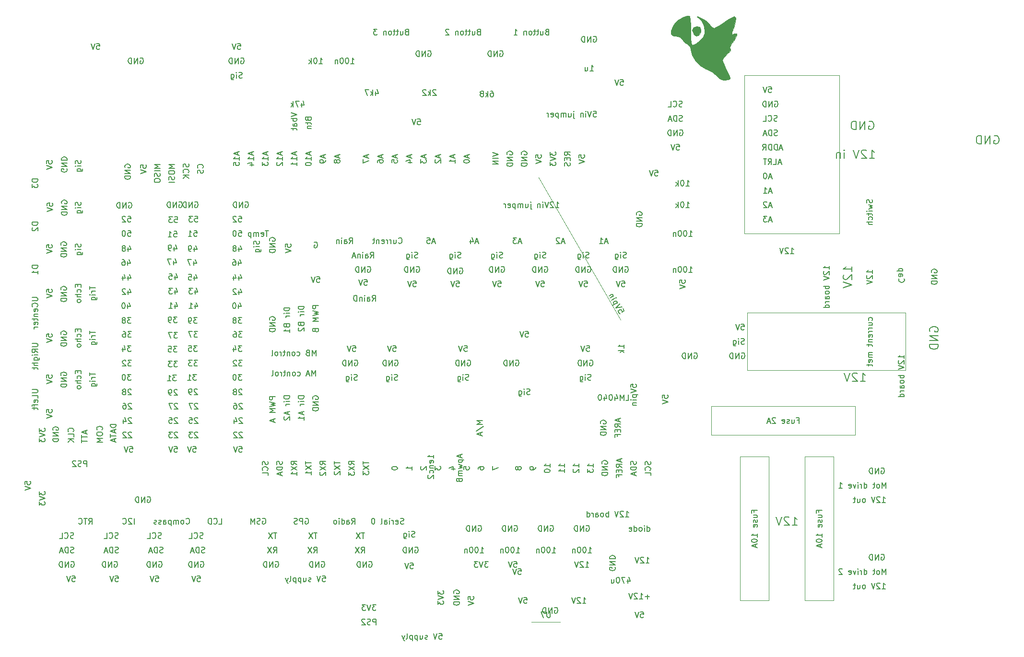
<source format=gbo>
G04 #@! TF.GenerationSoftware,KiCad,Pcbnew,(5.1.6)-1*
G04 #@! TF.CreationDate,2021-05-04T08:31:33+05:30*
G04 #@! TF.ProjectId,PCB board,50434220-626f-4617-9264-2e6b69636164,rev?*
G04 #@! TF.SameCoordinates,Original*
G04 #@! TF.FileFunction,Legend,Bot*
G04 #@! TF.FilePolarity,Positive*
%FSLAX46Y46*%
G04 Gerber Fmt 4.6, Leading zero omitted, Abs format (unit mm)*
G04 Created by KiCad (PCBNEW (5.1.6)-1) date 2021-05-04 08:31:33*
%MOMM*%
%LPD*%
G01*
G04 APERTURE LIST*
%ADD10C,0.150000*%
%ADD11C,0.120000*%
%ADD12C,0.200000*%
%ADD13C,0.010000*%
G04 APERTURE END LIST*
D10*
X118403333Y-128674761D02*
X118260476Y-128722380D01*
X118022380Y-128722380D01*
X117927142Y-128674761D01*
X117879523Y-128627142D01*
X117831904Y-128531904D01*
X117831904Y-128436666D01*
X117879523Y-128341428D01*
X117927142Y-128293809D01*
X118022380Y-128246190D01*
X118212857Y-128198571D01*
X118308095Y-128150952D01*
X118355714Y-128103333D01*
X118403333Y-128008095D01*
X118403333Y-127912857D01*
X118355714Y-127817619D01*
X118308095Y-127770000D01*
X118212857Y-127722380D01*
X117974761Y-127722380D01*
X117831904Y-127770000D01*
X117022380Y-128674761D02*
X117117619Y-128722380D01*
X117308095Y-128722380D01*
X117403333Y-128674761D01*
X117450952Y-128579523D01*
X117450952Y-128198571D01*
X117403333Y-128103333D01*
X117308095Y-128055714D01*
X117117619Y-128055714D01*
X117022380Y-128103333D01*
X116974761Y-128198571D01*
X116974761Y-128293809D01*
X117450952Y-128389047D01*
X116546190Y-128722380D02*
X116546190Y-128055714D01*
X116546190Y-128246190D02*
X116498571Y-128150952D01*
X116450952Y-128103333D01*
X116355714Y-128055714D01*
X116260476Y-128055714D01*
X115927142Y-128722380D02*
X115927142Y-128055714D01*
X115927142Y-127722380D02*
X115974761Y-127770000D01*
X115927142Y-127817619D01*
X115879523Y-127770000D01*
X115927142Y-127722380D01*
X115927142Y-127817619D01*
X115022380Y-128722380D02*
X115022380Y-128198571D01*
X115070000Y-128103333D01*
X115165238Y-128055714D01*
X115355714Y-128055714D01*
X115450952Y-128103333D01*
X115022380Y-128674761D02*
X115117619Y-128722380D01*
X115355714Y-128722380D01*
X115450952Y-128674761D01*
X115498571Y-128579523D01*
X115498571Y-128484285D01*
X115450952Y-128389047D01*
X115355714Y-128341428D01*
X115117619Y-128341428D01*
X115022380Y-128293809D01*
X114403333Y-128722380D02*
X114498571Y-128674761D01*
X114546190Y-128579523D01*
X114546190Y-127722380D01*
X113070000Y-127722380D02*
X112974761Y-127722380D01*
X112879523Y-127770000D01*
X112831904Y-127817619D01*
X112784285Y-127912857D01*
X112736666Y-128103333D01*
X112736666Y-128341428D01*
X112784285Y-128531904D01*
X112831904Y-128627142D01*
X112879523Y-128674761D01*
X112974761Y-128722380D01*
X113070000Y-128722380D01*
X113165238Y-128674761D01*
X113212857Y-128627142D01*
X113260476Y-128531904D01*
X113308095Y-128341428D01*
X113308095Y-128103333D01*
X113260476Y-127912857D01*
X113212857Y-127817619D01*
X113165238Y-127770000D01*
X113070000Y-127722380D01*
X62801428Y-128722380D02*
X63134761Y-128246190D01*
X63372857Y-128722380D02*
X63372857Y-127722380D01*
X62991904Y-127722380D01*
X62896666Y-127770000D01*
X62849047Y-127817619D01*
X62801428Y-127912857D01*
X62801428Y-128055714D01*
X62849047Y-128150952D01*
X62896666Y-128198571D01*
X62991904Y-128246190D01*
X63372857Y-128246190D01*
X62515714Y-127722380D02*
X61944285Y-127722380D01*
X62230000Y-128722380D02*
X62230000Y-127722380D01*
X61039523Y-128627142D02*
X61087142Y-128674761D01*
X61230000Y-128722380D01*
X61325238Y-128722380D01*
X61468095Y-128674761D01*
X61563333Y-128579523D01*
X61610952Y-128484285D01*
X61658571Y-128293809D01*
X61658571Y-128150952D01*
X61610952Y-127960476D01*
X61563333Y-127865238D01*
X61468095Y-127770000D01*
X61325238Y-127722380D01*
X61230000Y-127722380D01*
X61087142Y-127770000D01*
X61039523Y-127817619D01*
X79993809Y-128627142D02*
X80041428Y-128674761D01*
X80184285Y-128722380D01*
X80279523Y-128722380D01*
X80422380Y-128674761D01*
X80517619Y-128579523D01*
X80565238Y-128484285D01*
X80612857Y-128293809D01*
X80612857Y-128150952D01*
X80565238Y-127960476D01*
X80517619Y-127865238D01*
X80422380Y-127770000D01*
X80279523Y-127722380D01*
X80184285Y-127722380D01*
X80041428Y-127770000D01*
X79993809Y-127817619D01*
X79422380Y-128722380D02*
X79517619Y-128674761D01*
X79565238Y-128627142D01*
X79612857Y-128531904D01*
X79612857Y-128246190D01*
X79565238Y-128150952D01*
X79517619Y-128103333D01*
X79422380Y-128055714D01*
X79279523Y-128055714D01*
X79184285Y-128103333D01*
X79136666Y-128150952D01*
X79089047Y-128246190D01*
X79089047Y-128531904D01*
X79136666Y-128627142D01*
X79184285Y-128674761D01*
X79279523Y-128722380D01*
X79422380Y-128722380D01*
X78660476Y-128722380D02*
X78660476Y-128055714D01*
X78660476Y-128150952D02*
X78612857Y-128103333D01*
X78517619Y-128055714D01*
X78374761Y-128055714D01*
X78279523Y-128103333D01*
X78231904Y-128198571D01*
X78231904Y-128722380D01*
X78231904Y-128198571D02*
X78184285Y-128103333D01*
X78089047Y-128055714D01*
X77946190Y-128055714D01*
X77850952Y-128103333D01*
X77803333Y-128198571D01*
X77803333Y-128722380D01*
X77327142Y-128055714D02*
X77327142Y-129055714D01*
X77327142Y-128103333D02*
X77231904Y-128055714D01*
X77041428Y-128055714D01*
X76946190Y-128103333D01*
X76898571Y-128150952D01*
X76850952Y-128246190D01*
X76850952Y-128531904D01*
X76898571Y-128627142D01*
X76946190Y-128674761D01*
X77041428Y-128722380D01*
X77231904Y-128722380D01*
X77327142Y-128674761D01*
X75993809Y-128722380D02*
X75993809Y-128198571D01*
X76041428Y-128103333D01*
X76136666Y-128055714D01*
X76327142Y-128055714D01*
X76422380Y-128103333D01*
X75993809Y-128674761D02*
X76089047Y-128722380D01*
X76327142Y-128722380D01*
X76422380Y-128674761D01*
X76470000Y-128579523D01*
X76470000Y-128484285D01*
X76422380Y-128389047D01*
X76327142Y-128341428D01*
X76089047Y-128341428D01*
X75993809Y-128293809D01*
X75565238Y-128674761D02*
X75470000Y-128722380D01*
X75279523Y-128722380D01*
X75184285Y-128674761D01*
X75136666Y-128579523D01*
X75136666Y-128531904D01*
X75184285Y-128436666D01*
X75279523Y-128389047D01*
X75422380Y-128389047D01*
X75517619Y-128341428D01*
X75565238Y-128246190D01*
X75565238Y-128198571D01*
X75517619Y-128103333D01*
X75422380Y-128055714D01*
X75279523Y-128055714D01*
X75184285Y-128103333D01*
X74755714Y-128674761D02*
X74660476Y-128722380D01*
X74470000Y-128722380D01*
X74374761Y-128674761D01*
X74327142Y-128579523D01*
X74327142Y-128531904D01*
X74374761Y-128436666D01*
X74470000Y-128389047D01*
X74612857Y-128389047D01*
X74708095Y-128341428D01*
X74755714Y-128246190D01*
X74755714Y-128198571D01*
X74708095Y-128103333D01*
X74612857Y-128055714D01*
X74470000Y-128055714D01*
X74374761Y-128103333D01*
X70826190Y-128722380D02*
X70826190Y-127722380D01*
X70397619Y-127817619D02*
X70350000Y-127770000D01*
X70254761Y-127722380D01*
X70016666Y-127722380D01*
X69921428Y-127770000D01*
X69873809Y-127817619D01*
X69826190Y-127912857D01*
X69826190Y-128008095D01*
X69873809Y-128150952D01*
X70445238Y-128722380D01*
X69826190Y-128722380D01*
X68826190Y-128627142D02*
X68873809Y-128674761D01*
X69016666Y-128722380D01*
X69111904Y-128722380D01*
X69254761Y-128674761D01*
X69350000Y-128579523D01*
X69397619Y-128484285D01*
X69445238Y-128293809D01*
X69445238Y-128150952D01*
X69397619Y-127960476D01*
X69350000Y-127865238D01*
X69254761Y-127770000D01*
X69111904Y-127722380D01*
X69016666Y-127722380D01*
X68873809Y-127770000D01*
X68826190Y-127817619D01*
X85780476Y-128722380D02*
X86256666Y-128722380D01*
X86256666Y-127722380D01*
X84875714Y-128627142D02*
X84923333Y-128674761D01*
X85066190Y-128722380D01*
X85161428Y-128722380D01*
X85304285Y-128674761D01*
X85399523Y-128579523D01*
X85447142Y-128484285D01*
X85494761Y-128293809D01*
X85494761Y-128150952D01*
X85447142Y-127960476D01*
X85399523Y-127865238D01*
X85304285Y-127770000D01*
X85161428Y-127722380D01*
X85066190Y-127722380D01*
X84923333Y-127770000D01*
X84875714Y-127817619D01*
X84447142Y-128722380D02*
X84447142Y-127722380D01*
X84209047Y-127722380D01*
X84066190Y-127770000D01*
X83970952Y-127865238D01*
X83923333Y-127960476D01*
X83875714Y-128150952D01*
X83875714Y-128293809D01*
X83923333Y-128484285D01*
X83970952Y-128579523D01*
X84066190Y-128674761D01*
X84209047Y-128722380D01*
X84447142Y-128722380D01*
X93495714Y-127770000D02*
X93590952Y-127722380D01*
X93733809Y-127722380D01*
X93876666Y-127770000D01*
X93971904Y-127865238D01*
X94019523Y-127960476D01*
X94067142Y-128150952D01*
X94067142Y-128293809D01*
X94019523Y-128484285D01*
X93971904Y-128579523D01*
X93876666Y-128674761D01*
X93733809Y-128722380D01*
X93638571Y-128722380D01*
X93495714Y-128674761D01*
X93448095Y-128627142D01*
X93448095Y-128293809D01*
X93638571Y-128293809D01*
X93067142Y-128674761D02*
X92924285Y-128722380D01*
X92686190Y-128722380D01*
X92590952Y-128674761D01*
X92543333Y-128627142D01*
X92495714Y-128531904D01*
X92495714Y-128436666D01*
X92543333Y-128341428D01*
X92590952Y-128293809D01*
X92686190Y-128246190D01*
X92876666Y-128198571D01*
X92971904Y-128150952D01*
X93019523Y-128103333D01*
X93067142Y-128008095D01*
X93067142Y-127912857D01*
X93019523Y-127817619D01*
X92971904Y-127770000D01*
X92876666Y-127722380D01*
X92638571Y-127722380D01*
X92495714Y-127770000D01*
X92067142Y-128722380D02*
X92067142Y-127722380D01*
X91733809Y-128436666D01*
X91400476Y-127722380D01*
X91400476Y-128722380D01*
X109235714Y-128722380D02*
X109569047Y-128246190D01*
X109807142Y-128722380D02*
X109807142Y-127722380D01*
X109426190Y-127722380D01*
X109330952Y-127770000D01*
X109283333Y-127817619D01*
X109235714Y-127912857D01*
X109235714Y-128055714D01*
X109283333Y-128150952D01*
X109330952Y-128198571D01*
X109426190Y-128246190D01*
X109807142Y-128246190D01*
X108378571Y-128722380D02*
X108378571Y-128198571D01*
X108426190Y-128103333D01*
X108521428Y-128055714D01*
X108711904Y-128055714D01*
X108807142Y-128103333D01*
X108378571Y-128674761D02*
X108473809Y-128722380D01*
X108711904Y-128722380D01*
X108807142Y-128674761D01*
X108854761Y-128579523D01*
X108854761Y-128484285D01*
X108807142Y-128389047D01*
X108711904Y-128341428D01*
X108473809Y-128341428D01*
X108378571Y-128293809D01*
X107473809Y-128722380D02*
X107473809Y-127722380D01*
X107473809Y-128674761D02*
X107569047Y-128722380D01*
X107759523Y-128722380D01*
X107854761Y-128674761D01*
X107902380Y-128627142D01*
X107950000Y-128531904D01*
X107950000Y-128246190D01*
X107902380Y-128150952D01*
X107854761Y-128103333D01*
X107759523Y-128055714D01*
X107569047Y-128055714D01*
X107473809Y-128103333D01*
X106997619Y-128722380D02*
X106997619Y-128055714D01*
X106997619Y-127722380D02*
X107045238Y-127770000D01*
X106997619Y-127817619D01*
X106950000Y-127770000D01*
X106997619Y-127722380D01*
X106997619Y-127817619D01*
X106378571Y-128722380D02*
X106473809Y-128674761D01*
X106521428Y-128627142D01*
X106569047Y-128531904D01*
X106569047Y-128246190D01*
X106521428Y-128150952D01*
X106473809Y-128103333D01*
X106378571Y-128055714D01*
X106235714Y-128055714D01*
X106140476Y-128103333D01*
X106092857Y-128150952D01*
X106045238Y-128246190D01*
X106045238Y-128531904D01*
X106092857Y-128627142D01*
X106140476Y-128674761D01*
X106235714Y-128722380D01*
X106378571Y-128722380D01*
X101044285Y-127770000D02*
X101139523Y-127722380D01*
X101282380Y-127722380D01*
X101425238Y-127770000D01*
X101520476Y-127865238D01*
X101568095Y-127960476D01*
X101615714Y-128150952D01*
X101615714Y-128293809D01*
X101568095Y-128484285D01*
X101520476Y-128579523D01*
X101425238Y-128674761D01*
X101282380Y-128722380D01*
X101187142Y-128722380D01*
X101044285Y-128674761D01*
X100996666Y-128627142D01*
X100996666Y-128293809D01*
X101187142Y-128293809D01*
X100568095Y-128722380D02*
X100568095Y-127722380D01*
X100187142Y-127722380D01*
X100091904Y-127770000D01*
X100044285Y-127817619D01*
X99996666Y-127912857D01*
X99996666Y-128055714D01*
X100044285Y-128150952D01*
X100091904Y-128198571D01*
X100187142Y-128246190D01*
X100568095Y-128246190D01*
X99615714Y-128674761D02*
X99472857Y-128722380D01*
X99234761Y-128722380D01*
X99139523Y-128674761D01*
X99091904Y-128627142D01*
X99044285Y-128531904D01*
X99044285Y-128436666D01*
X99091904Y-128341428D01*
X99139523Y-128293809D01*
X99234761Y-128246190D01*
X99425238Y-128198571D01*
X99520476Y-128150952D01*
X99568095Y-128103333D01*
X99615714Y-128008095D01*
X99615714Y-127912857D01*
X99568095Y-127817619D01*
X99520476Y-127770000D01*
X99425238Y-127722380D01*
X99187142Y-127722380D01*
X99044285Y-127770000D01*
D11*
X207010000Y-91440000D02*
X179070000Y-91440000D01*
X156718000Y-92710000D02*
X142240000Y-67564000D01*
D10*
X205890857Y-85431238D02*
X205843238Y-85478857D01*
X205795619Y-85621714D01*
X205795619Y-85716952D01*
X205843238Y-85859809D01*
X205938476Y-85955047D01*
X206033714Y-86002666D01*
X206224190Y-86050285D01*
X206367047Y-86050285D01*
X206557523Y-86002666D01*
X206652761Y-85955047D01*
X206748000Y-85859809D01*
X206795619Y-85716952D01*
X206795619Y-85621714D01*
X206748000Y-85478857D01*
X206700380Y-85431238D01*
X205795619Y-84574095D02*
X206319428Y-84574095D01*
X206414666Y-84621714D01*
X206462285Y-84716952D01*
X206462285Y-84907428D01*
X206414666Y-85002666D01*
X205843238Y-84574095D02*
X205795619Y-84669333D01*
X205795619Y-84907428D01*
X205843238Y-85002666D01*
X205938476Y-85050285D01*
X206033714Y-85050285D01*
X206128952Y-85002666D01*
X206176571Y-84907428D01*
X206176571Y-84669333D01*
X206224190Y-84574095D01*
X206462285Y-84097904D02*
X205462285Y-84097904D01*
X206414666Y-84097904D02*
X206462285Y-84002666D01*
X206462285Y-83812190D01*
X206414666Y-83716952D01*
X206367047Y-83669333D01*
X206271809Y-83621714D01*
X205986095Y-83621714D01*
X205890857Y-83669333D01*
X205843238Y-83716952D01*
X205795619Y-83812190D01*
X205795619Y-84002666D01*
X205843238Y-84097904D01*
X145208095Y-72842380D02*
X145779523Y-72842380D01*
X145493809Y-72842380D02*
X145493809Y-71842380D01*
X145589047Y-71985238D01*
X145684285Y-72080476D01*
X145779523Y-72128095D01*
X144827142Y-71937619D02*
X144779523Y-71890000D01*
X144684285Y-71842380D01*
X144446190Y-71842380D01*
X144350952Y-71890000D01*
X144303333Y-71937619D01*
X144255714Y-72032857D01*
X144255714Y-72128095D01*
X144303333Y-72270952D01*
X144874761Y-72842380D01*
X144255714Y-72842380D01*
X143970000Y-71842380D02*
X143636666Y-72842380D01*
X143303333Y-71842380D01*
X142970000Y-72842380D02*
X142970000Y-72175714D01*
X142970000Y-71842380D02*
X143017619Y-71890000D01*
X142970000Y-71937619D01*
X142922380Y-71890000D01*
X142970000Y-71842380D01*
X142970000Y-71937619D01*
X142493809Y-72175714D02*
X142493809Y-72842380D01*
X142493809Y-72270952D02*
X142446190Y-72223333D01*
X142350952Y-72175714D01*
X142208095Y-72175714D01*
X142112857Y-72223333D01*
X142065238Y-72318571D01*
X142065238Y-72842380D01*
X140827142Y-72175714D02*
X140827142Y-73032857D01*
X140874761Y-73128095D01*
X140970000Y-73175714D01*
X141017619Y-73175714D01*
X140827142Y-71842380D02*
X140874761Y-71890000D01*
X140827142Y-71937619D01*
X140779523Y-71890000D01*
X140827142Y-71842380D01*
X140827142Y-71937619D01*
X139922380Y-72175714D02*
X139922380Y-72842380D01*
X140350952Y-72175714D02*
X140350952Y-72699523D01*
X140303333Y-72794761D01*
X140208095Y-72842380D01*
X140065238Y-72842380D01*
X139970000Y-72794761D01*
X139922380Y-72747142D01*
X139446190Y-72842380D02*
X139446190Y-72175714D01*
X139446190Y-72270952D02*
X139398571Y-72223333D01*
X139303333Y-72175714D01*
X139160476Y-72175714D01*
X139065238Y-72223333D01*
X139017619Y-72318571D01*
X139017619Y-72842380D01*
X139017619Y-72318571D02*
X138970000Y-72223333D01*
X138874761Y-72175714D01*
X138731904Y-72175714D01*
X138636666Y-72223333D01*
X138589047Y-72318571D01*
X138589047Y-72842380D01*
X138112857Y-72175714D02*
X138112857Y-73175714D01*
X138112857Y-72223333D02*
X138017619Y-72175714D01*
X137827142Y-72175714D01*
X137731904Y-72223333D01*
X137684285Y-72270952D01*
X137636666Y-72366190D01*
X137636666Y-72651904D01*
X137684285Y-72747142D01*
X137731904Y-72794761D01*
X137827142Y-72842380D01*
X138017619Y-72842380D01*
X138112857Y-72794761D01*
X136827142Y-72794761D02*
X136922380Y-72842380D01*
X137112857Y-72842380D01*
X137208095Y-72794761D01*
X137255714Y-72699523D01*
X137255714Y-72318571D01*
X137208095Y-72223333D01*
X137112857Y-72175714D01*
X136922380Y-72175714D01*
X136827142Y-72223333D01*
X136779523Y-72318571D01*
X136779523Y-72413809D01*
X137255714Y-72509047D01*
X136350952Y-72842380D02*
X136350952Y-72175714D01*
X136350952Y-72366190D02*
X136303333Y-72270952D01*
X136255714Y-72223333D01*
X136160476Y-72175714D01*
X136065238Y-72175714D01*
X162750476Y-66254380D02*
X163226666Y-66254380D01*
X163274285Y-66730571D01*
X163226666Y-66682952D01*
X163131428Y-66635333D01*
X162893333Y-66635333D01*
X162798095Y-66682952D01*
X162750476Y-66730571D01*
X162702857Y-66825809D01*
X162702857Y-67063904D01*
X162750476Y-67159142D01*
X162798095Y-67206761D01*
X162893333Y-67254380D01*
X163131428Y-67254380D01*
X163226666Y-67206761D01*
X163274285Y-67159142D01*
X162417142Y-66254380D02*
X162083809Y-67254380D01*
X161750476Y-66254380D01*
X154384285Y-78906666D02*
X153908095Y-78906666D01*
X154479523Y-79192380D02*
X154146190Y-78192380D01*
X153812857Y-79192380D01*
X152955714Y-79192380D02*
X153527142Y-79192380D01*
X153241428Y-79192380D02*
X153241428Y-78192380D01*
X153336666Y-78335238D01*
X153431904Y-78430476D01*
X153527142Y-78478095D01*
X146764285Y-78906666D02*
X146288095Y-78906666D01*
X146859523Y-79192380D02*
X146526190Y-78192380D01*
X146192857Y-79192380D01*
X145907142Y-78287619D02*
X145859523Y-78240000D01*
X145764285Y-78192380D01*
X145526190Y-78192380D01*
X145430952Y-78240000D01*
X145383333Y-78287619D01*
X145335714Y-78382857D01*
X145335714Y-78478095D01*
X145383333Y-78620952D01*
X145954761Y-79192380D01*
X145335714Y-79192380D01*
X139144285Y-78906666D02*
X138668095Y-78906666D01*
X139239523Y-79192380D02*
X138906190Y-78192380D01*
X138572857Y-79192380D01*
X138334761Y-78192380D02*
X137715714Y-78192380D01*
X138049047Y-78573333D01*
X137906190Y-78573333D01*
X137810952Y-78620952D01*
X137763333Y-78668571D01*
X137715714Y-78763809D01*
X137715714Y-79001904D01*
X137763333Y-79097142D01*
X137810952Y-79144761D01*
X137906190Y-79192380D01*
X138191904Y-79192380D01*
X138287142Y-79144761D01*
X138334761Y-79097142D01*
X131524285Y-78906666D02*
X131048095Y-78906666D01*
X131619523Y-79192380D02*
X131286190Y-78192380D01*
X130952857Y-79192380D01*
X130190952Y-78525714D02*
X130190952Y-79192380D01*
X130429047Y-78144761D02*
X130667142Y-78859047D01*
X130048095Y-78859047D01*
X123904285Y-78906666D02*
X123428095Y-78906666D01*
X123999523Y-79192380D02*
X123666190Y-78192380D01*
X123332857Y-79192380D01*
X122523333Y-78192380D02*
X122999523Y-78192380D01*
X123047142Y-78668571D01*
X122999523Y-78620952D01*
X122904285Y-78573333D01*
X122666190Y-78573333D01*
X122570952Y-78620952D01*
X122523333Y-78668571D01*
X122475714Y-78763809D01*
X122475714Y-79001904D01*
X122523333Y-79097142D01*
X122570952Y-79144761D01*
X122666190Y-79192380D01*
X122904285Y-79192380D01*
X122999523Y-79144761D01*
X123047142Y-79097142D01*
X117498571Y-79097142D02*
X117546190Y-79144761D01*
X117689047Y-79192380D01*
X117784285Y-79192380D01*
X117927142Y-79144761D01*
X118022380Y-79049523D01*
X118070000Y-78954285D01*
X118117619Y-78763809D01*
X118117619Y-78620952D01*
X118070000Y-78430476D01*
X118022380Y-78335238D01*
X117927142Y-78240000D01*
X117784285Y-78192380D01*
X117689047Y-78192380D01*
X117546190Y-78240000D01*
X117498571Y-78287619D01*
X116641428Y-78525714D02*
X116641428Y-79192380D01*
X117070000Y-78525714D02*
X117070000Y-79049523D01*
X117022380Y-79144761D01*
X116927142Y-79192380D01*
X116784285Y-79192380D01*
X116689047Y-79144761D01*
X116641428Y-79097142D01*
X116165238Y-79192380D02*
X116165238Y-78525714D01*
X116165238Y-78716190D02*
X116117619Y-78620952D01*
X116070000Y-78573333D01*
X115974761Y-78525714D01*
X115879523Y-78525714D01*
X115546190Y-79192380D02*
X115546190Y-78525714D01*
X115546190Y-78716190D02*
X115498571Y-78620952D01*
X115450952Y-78573333D01*
X115355714Y-78525714D01*
X115260476Y-78525714D01*
X114546190Y-79144761D02*
X114641428Y-79192380D01*
X114831904Y-79192380D01*
X114927142Y-79144761D01*
X114974761Y-79049523D01*
X114974761Y-78668571D01*
X114927142Y-78573333D01*
X114831904Y-78525714D01*
X114641428Y-78525714D01*
X114546190Y-78573333D01*
X114498571Y-78668571D01*
X114498571Y-78763809D01*
X114974761Y-78859047D01*
X114070000Y-78525714D02*
X114070000Y-79192380D01*
X114070000Y-78620952D02*
X114022380Y-78573333D01*
X113927142Y-78525714D01*
X113784285Y-78525714D01*
X113689047Y-78573333D01*
X113641428Y-78668571D01*
X113641428Y-79192380D01*
X113308095Y-78525714D02*
X112927142Y-78525714D01*
X113165238Y-78192380D02*
X113165238Y-79049523D01*
X113117619Y-79144761D01*
X113022380Y-79192380D01*
X112927142Y-79192380D01*
X108783333Y-79192380D02*
X109116666Y-78716190D01*
X109354761Y-79192380D02*
X109354761Y-78192380D01*
X108973809Y-78192380D01*
X108878571Y-78240000D01*
X108830952Y-78287619D01*
X108783333Y-78382857D01*
X108783333Y-78525714D01*
X108830952Y-78620952D01*
X108878571Y-78668571D01*
X108973809Y-78716190D01*
X109354761Y-78716190D01*
X107926190Y-79192380D02*
X107926190Y-78668571D01*
X107973809Y-78573333D01*
X108069047Y-78525714D01*
X108259523Y-78525714D01*
X108354761Y-78573333D01*
X107926190Y-79144761D02*
X108021428Y-79192380D01*
X108259523Y-79192380D01*
X108354761Y-79144761D01*
X108402380Y-79049523D01*
X108402380Y-78954285D01*
X108354761Y-78859047D01*
X108259523Y-78811428D01*
X108021428Y-78811428D01*
X107926190Y-78763809D01*
X107450000Y-79192380D02*
X107450000Y-78525714D01*
X107450000Y-78192380D02*
X107497619Y-78240000D01*
X107450000Y-78287619D01*
X107402380Y-78240000D01*
X107450000Y-78192380D01*
X107450000Y-78287619D01*
X106973809Y-78525714D02*
X106973809Y-79192380D01*
X106973809Y-78620952D02*
X106926190Y-78573333D01*
X106830952Y-78525714D01*
X106688095Y-78525714D01*
X106592857Y-78573333D01*
X106545238Y-78668571D01*
X106545238Y-79192380D01*
X94543333Y-76922380D02*
X93971904Y-76922380D01*
X94257619Y-77922380D02*
X94257619Y-76922380D01*
X93257619Y-77874761D02*
X93352857Y-77922380D01*
X93543333Y-77922380D01*
X93638571Y-77874761D01*
X93686190Y-77779523D01*
X93686190Y-77398571D01*
X93638571Y-77303333D01*
X93543333Y-77255714D01*
X93352857Y-77255714D01*
X93257619Y-77303333D01*
X93210000Y-77398571D01*
X93210000Y-77493809D01*
X93686190Y-77589047D01*
X92781428Y-77922380D02*
X92781428Y-77255714D01*
X92781428Y-77350952D02*
X92733809Y-77303333D01*
X92638571Y-77255714D01*
X92495714Y-77255714D01*
X92400476Y-77303333D01*
X92352857Y-77398571D01*
X92352857Y-77922380D01*
X92352857Y-77398571D02*
X92305238Y-77303333D01*
X92210000Y-77255714D01*
X92067142Y-77255714D01*
X91971904Y-77303333D01*
X91924285Y-77398571D01*
X91924285Y-77922380D01*
X91448095Y-77255714D02*
X91448095Y-78255714D01*
X91448095Y-77303333D02*
X91352857Y-77255714D01*
X91162380Y-77255714D01*
X91067142Y-77303333D01*
X91019523Y-77350952D01*
X90971904Y-77446190D01*
X90971904Y-77731904D01*
X91019523Y-77827142D01*
X91067142Y-77874761D01*
X91162380Y-77922380D01*
X91352857Y-77922380D01*
X91448095Y-77874761D01*
X160210476Y-144232380D02*
X160686666Y-144232380D01*
X160734285Y-144708571D01*
X160686666Y-144660952D01*
X160591428Y-144613333D01*
X160353333Y-144613333D01*
X160258095Y-144660952D01*
X160210476Y-144708571D01*
X160162857Y-144803809D01*
X160162857Y-145041904D01*
X160210476Y-145137142D01*
X160258095Y-145184761D01*
X160353333Y-145232380D01*
X160591428Y-145232380D01*
X160686666Y-145184761D01*
X160734285Y-145137142D01*
X159877142Y-144232380D02*
X159543809Y-145232380D01*
X159210476Y-144232380D01*
X169671904Y-98560000D02*
X169767142Y-98512380D01*
X169910000Y-98512380D01*
X170052857Y-98560000D01*
X170148095Y-98655238D01*
X170195714Y-98750476D01*
X170243333Y-98940952D01*
X170243333Y-99083809D01*
X170195714Y-99274285D01*
X170148095Y-99369523D01*
X170052857Y-99464761D01*
X169910000Y-99512380D01*
X169814761Y-99512380D01*
X169671904Y-99464761D01*
X169624285Y-99417142D01*
X169624285Y-99083809D01*
X169814761Y-99083809D01*
X169195714Y-99512380D02*
X169195714Y-98512380D01*
X168624285Y-99512380D01*
X168624285Y-98512380D01*
X168148095Y-99512380D02*
X168148095Y-98512380D01*
X167910000Y-98512380D01*
X167767142Y-98560000D01*
X167671904Y-98655238D01*
X167624285Y-98750476D01*
X167576666Y-98940952D01*
X167576666Y-99083809D01*
X167624285Y-99274285D01*
X167671904Y-99369523D01*
X167767142Y-99464761D01*
X167910000Y-99512380D01*
X168148095Y-99512380D01*
X164044380Y-106489523D02*
X164044380Y-106013333D01*
X164520571Y-105965714D01*
X164472952Y-106013333D01*
X164425333Y-106108571D01*
X164425333Y-106346666D01*
X164472952Y-106441904D01*
X164520571Y-106489523D01*
X164615809Y-106537142D01*
X164853904Y-106537142D01*
X164949142Y-106489523D01*
X164996761Y-106441904D01*
X165044380Y-106346666D01*
X165044380Y-106108571D01*
X164996761Y-106013333D01*
X164949142Y-105965714D01*
X164044380Y-106822857D02*
X165044380Y-107156190D01*
X164044380Y-107489523D01*
X158456380Y-104584666D02*
X158456380Y-104108476D01*
X158932571Y-104060857D01*
X158884952Y-104108476D01*
X158837333Y-104203714D01*
X158837333Y-104441809D01*
X158884952Y-104537047D01*
X158932571Y-104584666D01*
X159027809Y-104632285D01*
X159265904Y-104632285D01*
X159361142Y-104584666D01*
X159408761Y-104537047D01*
X159456380Y-104441809D01*
X159456380Y-104203714D01*
X159408761Y-104108476D01*
X159361142Y-104060857D01*
X158456380Y-104918000D02*
X159456380Y-105251333D01*
X158456380Y-105584666D01*
X158789714Y-105918000D02*
X159789714Y-105918000D01*
X158837333Y-105918000D02*
X158789714Y-106013238D01*
X158789714Y-106203714D01*
X158837333Y-106298952D01*
X158884952Y-106346571D01*
X158980190Y-106394190D01*
X159265904Y-106394190D01*
X159361142Y-106346571D01*
X159408761Y-106298952D01*
X159456380Y-106203714D01*
X159456380Y-106013238D01*
X159408761Y-105918000D01*
X159456380Y-106822761D02*
X158789714Y-106822761D01*
X158456380Y-106822761D02*
X158504000Y-106775142D01*
X158551619Y-106822761D01*
X158504000Y-106870380D01*
X158456380Y-106822761D01*
X158551619Y-106822761D01*
X158789714Y-107298952D02*
X159456380Y-107298952D01*
X158884952Y-107298952D02*
X158837333Y-107346571D01*
X158789714Y-107441809D01*
X158789714Y-107584666D01*
X158837333Y-107679904D01*
X158932571Y-107727523D01*
X159456380Y-107727523D01*
X55332380Y-109029523D02*
X55332380Y-108553333D01*
X55808571Y-108505714D01*
X55760952Y-108553333D01*
X55713333Y-108648571D01*
X55713333Y-108886666D01*
X55760952Y-108981904D01*
X55808571Y-109029523D01*
X55903809Y-109077142D01*
X56141904Y-109077142D01*
X56237142Y-109029523D01*
X56284761Y-108981904D01*
X56332380Y-108886666D01*
X56332380Y-108648571D01*
X56284761Y-108553333D01*
X56237142Y-108505714D01*
X55332380Y-109362857D02*
X56332380Y-109696190D01*
X55332380Y-110029523D01*
X161147047Y-135580380D02*
X161718476Y-135580380D01*
X161432761Y-135580380D02*
X161432761Y-134580380D01*
X161528000Y-134723238D01*
X161623238Y-134818476D01*
X161718476Y-134866095D01*
X160766095Y-134675619D02*
X160718476Y-134628000D01*
X160623238Y-134580380D01*
X160385142Y-134580380D01*
X160289904Y-134628000D01*
X160242285Y-134675619D01*
X160194666Y-134770857D01*
X160194666Y-134866095D01*
X160242285Y-135008952D01*
X160813714Y-135580380D01*
X160194666Y-135580380D01*
X159908952Y-134580380D02*
X159575619Y-135580380D01*
X159242285Y-134580380D01*
X113482285Y-146502380D02*
X113482285Y-145502380D01*
X113101333Y-145502380D01*
X113006095Y-145550000D01*
X112958476Y-145597619D01*
X112910857Y-145692857D01*
X112910857Y-145835714D01*
X112958476Y-145930952D01*
X113006095Y-145978571D01*
X113101333Y-146026190D01*
X113482285Y-146026190D01*
X112529904Y-146454761D02*
X112387047Y-146502380D01*
X112148952Y-146502380D01*
X112053714Y-146454761D01*
X112006095Y-146407142D01*
X111958476Y-146311904D01*
X111958476Y-146216666D01*
X112006095Y-146121428D01*
X112053714Y-146073809D01*
X112148952Y-146026190D01*
X112339428Y-145978571D01*
X112434666Y-145930952D01*
X112482285Y-145883333D01*
X112529904Y-145788095D01*
X112529904Y-145692857D01*
X112482285Y-145597619D01*
X112434666Y-145550000D01*
X112339428Y-145502380D01*
X112101333Y-145502380D01*
X111958476Y-145550000D01*
X111577523Y-145597619D02*
X111529904Y-145550000D01*
X111434666Y-145502380D01*
X111196571Y-145502380D01*
X111101333Y-145550000D01*
X111053714Y-145597619D01*
X111006095Y-145692857D01*
X111006095Y-145788095D01*
X111053714Y-145930952D01*
X111625142Y-146502380D01*
X111006095Y-146502380D01*
X113506095Y-142962380D02*
X112887047Y-142962380D01*
X113220380Y-143343333D01*
X113077523Y-143343333D01*
X112982285Y-143390952D01*
X112934666Y-143438571D01*
X112887047Y-143533809D01*
X112887047Y-143771904D01*
X112934666Y-143867142D01*
X112982285Y-143914761D01*
X113077523Y-143962380D01*
X113363238Y-143962380D01*
X113458476Y-143914761D01*
X113506095Y-143867142D01*
X112601333Y-142962380D02*
X112268000Y-143962380D01*
X111934666Y-142962380D01*
X111696571Y-142962380D02*
X111077523Y-142962380D01*
X111410857Y-143343333D01*
X111268000Y-143343333D01*
X111172761Y-143390952D01*
X111125142Y-143438571D01*
X111077523Y-143533809D01*
X111077523Y-143771904D01*
X111125142Y-143867142D01*
X111172761Y-143914761D01*
X111268000Y-143962380D01*
X111553714Y-143962380D01*
X111648952Y-143914761D01*
X111696571Y-143867142D01*
X104068190Y-137882380D02*
X104544380Y-137882380D01*
X104592000Y-138358571D01*
X104544380Y-138310952D01*
X104449142Y-138263333D01*
X104211047Y-138263333D01*
X104115809Y-138310952D01*
X104068190Y-138358571D01*
X104020571Y-138453809D01*
X104020571Y-138691904D01*
X104068190Y-138787142D01*
X104115809Y-138834761D01*
X104211047Y-138882380D01*
X104449142Y-138882380D01*
X104544380Y-138834761D01*
X104592000Y-138787142D01*
X103734857Y-137882380D02*
X103401523Y-138882380D01*
X103068190Y-137882380D01*
X102020571Y-138834761D02*
X101925333Y-138882380D01*
X101734857Y-138882380D01*
X101639619Y-138834761D01*
X101592000Y-138739523D01*
X101592000Y-138691904D01*
X101639619Y-138596666D01*
X101734857Y-138549047D01*
X101877714Y-138549047D01*
X101972952Y-138501428D01*
X102020571Y-138406190D01*
X102020571Y-138358571D01*
X101972952Y-138263333D01*
X101877714Y-138215714D01*
X101734857Y-138215714D01*
X101639619Y-138263333D01*
X100734857Y-138215714D02*
X100734857Y-138882380D01*
X101163428Y-138215714D02*
X101163428Y-138739523D01*
X101115809Y-138834761D01*
X101020571Y-138882380D01*
X100877714Y-138882380D01*
X100782476Y-138834761D01*
X100734857Y-138787142D01*
X100258666Y-138215714D02*
X100258666Y-139215714D01*
X100258666Y-138263333D02*
X100163428Y-138215714D01*
X99972952Y-138215714D01*
X99877714Y-138263333D01*
X99830095Y-138310952D01*
X99782476Y-138406190D01*
X99782476Y-138691904D01*
X99830095Y-138787142D01*
X99877714Y-138834761D01*
X99972952Y-138882380D01*
X100163428Y-138882380D01*
X100258666Y-138834761D01*
X99353904Y-138215714D02*
X99353904Y-139215714D01*
X99353904Y-138263333D02*
X99258666Y-138215714D01*
X99068190Y-138215714D01*
X98972952Y-138263333D01*
X98925333Y-138310952D01*
X98877714Y-138406190D01*
X98877714Y-138691904D01*
X98925333Y-138787142D01*
X98972952Y-138834761D01*
X99068190Y-138882380D01*
X99258666Y-138882380D01*
X99353904Y-138834761D01*
X98306285Y-138882380D02*
X98401523Y-138834761D01*
X98449142Y-138739523D01*
X98449142Y-137882380D01*
X98020571Y-138215714D02*
X97782476Y-138882380D01*
X97544380Y-138215714D02*
X97782476Y-138882380D01*
X97877714Y-139120476D01*
X97925333Y-139168095D01*
X98020571Y-139215714D01*
X124642190Y-148042380D02*
X125118380Y-148042380D01*
X125166000Y-148518571D01*
X125118380Y-148470952D01*
X125023142Y-148423333D01*
X124785047Y-148423333D01*
X124689809Y-148470952D01*
X124642190Y-148518571D01*
X124594571Y-148613809D01*
X124594571Y-148851904D01*
X124642190Y-148947142D01*
X124689809Y-148994761D01*
X124785047Y-149042380D01*
X125023142Y-149042380D01*
X125118380Y-148994761D01*
X125166000Y-148947142D01*
X124308857Y-148042380D02*
X123975523Y-149042380D01*
X123642190Y-148042380D01*
X122594571Y-148994761D02*
X122499333Y-149042380D01*
X122308857Y-149042380D01*
X122213619Y-148994761D01*
X122166000Y-148899523D01*
X122166000Y-148851904D01*
X122213619Y-148756666D01*
X122308857Y-148709047D01*
X122451714Y-148709047D01*
X122546952Y-148661428D01*
X122594571Y-148566190D01*
X122594571Y-148518571D01*
X122546952Y-148423333D01*
X122451714Y-148375714D01*
X122308857Y-148375714D01*
X122213619Y-148423333D01*
X121308857Y-148375714D02*
X121308857Y-149042380D01*
X121737428Y-148375714D02*
X121737428Y-148899523D01*
X121689809Y-148994761D01*
X121594571Y-149042380D01*
X121451714Y-149042380D01*
X121356476Y-148994761D01*
X121308857Y-148947142D01*
X120832666Y-148375714D02*
X120832666Y-149375714D01*
X120832666Y-148423333D02*
X120737428Y-148375714D01*
X120546952Y-148375714D01*
X120451714Y-148423333D01*
X120404095Y-148470952D01*
X120356476Y-148566190D01*
X120356476Y-148851904D01*
X120404095Y-148947142D01*
X120451714Y-148994761D01*
X120546952Y-149042380D01*
X120737428Y-149042380D01*
X120832666Y-148994761D01*
X119927904Y-148375714D02*
X119927904Y-149375714D01*
X119927904Y-148423333D02*
X119832666Y-148375714D01*
X119642190Y-148375714D01*
X119546952Y-148423333D01*
X119499333Y-148470952D01*
X119451714Y-148566190D01*
X119451714Y-148851904D01*
X119499333Y-148947142D01*
X119546952Y-148994761D01*
X119642190Y-149042380D01*
X119832666Y-149042380D01*
X119927904Y-148994761D01*
X118880285Y-149042380D02*
X118975523Y-148994761D01*
X119023142Y-148899523D01*
X119023142Y-148042380D01*
X118594571Y-148375714D02*
X118356476Y-149042380D01*
X118118380Y-148375714D02*
X118356476Y-149042380D01*
X118451714Y-149280476D01*
X118499333Y-149328095D01*
X118594571Y-149375714D01*
X193492380Y-83748952D02*
X193492380Y-83177523D01*
X193492380Y-83463238D02*
X192492380Y-83463238D01*
X192635238Y-83368000D01*
X192730476Y-83272761D01*
X192778095Y-83177523D01*
X192587619Y-84129904D02*
X192540000Y-84177523D01*
X192492380Y-84272761D01*
X192492380Y-84510857D01*
X192540000Y-84606095D01*
X192587619Y-84653714D01*
X192682857Y-84701333D01*
X192778095Y-84701333D01*
X192920952Y-84653714D01*
X193492380Y-84082285D01*
X193492380Y-84701333D01*
X192492380Y-84987047D02*
X193492380Y-85320380D01*
X192492380Y-85653714D01*
X193492380Y-86748952D02*
X192492380Y-86748952D01*
X192873333Y-86748952D02*
X192825714Y-86844190D01*
X192825714Y-87034666D01*
X192873333Y-87129904D01*
X192920952Y-87177523D01*
X193016190Y-87225142D01*
X193301904Y-87225142D01*
X193397142Y-87177523D01*
X193444761Y-87129904D01*
X193492380Y-87034666D01*
X193492380Y-86844190D01*
X193444761Y-86748952D01*
X193492380Y-87796571D02*
X193444761Y-87701333D01*
X193397142Y-87653714D01*
X193301904Y-87606095D01*
X193016190Y-87606095D01*
X192920952Y-87653714D01*
X192873333Y-87701333D01*
X192825714Y-87796571D01*
X192825714Y-87939428D01*
X192873333Y-88034666D01*
X192920952Y-88082285D01*
X193016190Y-88129904D01*
X193301904Y-88129904D01*
X193397142Y-88082285D01*
X193444761Y-88034666D01*
X193492380Y-87939428D01*
X193492380Y-87796571D01*
X193492380Y-88987047D02*
X192968571Y-88987047D01*
X192873333Y-88939428D01*
X192825714Y-88844190D01*
X192825714Y-88653714D01*
X192873333Y-88558476D01*
X193444761Y-88987047D02*
X193492380Y-88891809D01*
X193492380Y-88653714D01*
X193444761Y-88558476D01*
X193349523Y-88510857D01*
X193254285Y-88510857D01*
X193159047Y-88558476D01*
X193111428Y-88653714D01*
X193111428Y-88891809D01*
X193063809Y-88987047D01*
X193492380Y-89463238D02*
X192825714Y-89463238D01*
X193016190Y-89463238D02*
X192920952Y-89510857D01*
X192873333Y-89558476D01*
X192825714Y-89653714D01*
X192825714Y-89748952D01*
X193492380Y-90510857D02*
X192492380Y-90510857D01*
X193444761Y-90510857D02*
X193492380Y-90415619D01*
X193492380Y-90225142D01*
X193444761Y-90129904D01*
X193397142Y-90082285D01*
X193301904Y-90034666D01*
X193016190Y-90034666D01*
X192920952Y-90082285D01*
X192873333Y-90129904D01*
X192825714Y-90225142D01*
X192825714Y-90415619D01*
X192873333Y-90510857D01*
X67309904Y-135390000D02*
X67405142Y-135342380D01*
X67548000Y-135342380D01*
X67690857Y-135390000D01*
X67786095Y-135485238D01*
X67833714Y-135580476D01*
X67881333Y-135770952D01*
X67881333Y-135913809D01*
X67833714Y-136104285D01*
X67786095Y-136199523D01*
X67690857Y-136294761D01*
X67548000Y-136342380D01*
X67452761Y-136342380D01*
X67309904Y-136294761D01*
X67262285Y-136247142D01*
X67262285Y-135913809D01*
X67452761Y-135913809D01*
X66833714Y-136342380D02*
X66833714Y-135342380D01*
X66262285Y-136342380D01*
X66262285Y-135342380D01*
X65786095Y-136342380D02*
X65786095Y-135342380D01*
X65548000Y-135342380D01*
X65405142Y-135390000D01*
X65309904Y-135485238D01*
X65262285Y-135580476D01*
X65214666Y-135770952D01*
X65214666Y-135913809D01*
X65262285Y-136104285D01*
X65309904Y-136199523D01*
X65405142Y-136294761D01*
X65548000Y-136342380D01*
X65786095Y-136342380D01*
X67500476Y-137882380D02*
X67976666Y-137882380D01*
X68024285Y-138358571D01*
X67976666Y-138310952D01*
X67881428Y-138263333D01*
X67643333Y-138263333D01*
X67548095Y-138310952D01*
X67500476Y-138358571D01*
X67452857Y-138453809D01*
X67452857Y-138691904D01*
X67500476Y-138787142D01*
X67548095Y-138834761D01*
X67643333Y-138882380D01*
X67881428Y-138882380D01*
X67976666Y-138834761D01*
X68024285Y-138787142D01*
X67167142Y-137882380D02*
X66833809Y-138882380D01*
X66500476Y-137882380D01*
X112267904Y-135390000D02*
X112363142Y-135342380D01*
X112506000Y-135342380D01*
X112648857Y-135390000D01*
X112744095Y-135485238D01*
X112791714Y-135580476D01*
X112839333Y-135770952D01*
X112839333Y-135913809D01*
X112791714Y-136104285D01*
X112744095Y-136199523D01*
X112648857Y-136294761D01*
X112506000Y-136342380D01*
X112410761Y-136342380D01*
X112267904Y-136294761D01*
X112220285Y-136247142D01*
X112220285Y-135913809D01*
X112410761Y-135913809D01*
X111791714Y-136342380D02*
X111791714Y-135342380D01*
X111220285Y-136342380D01*
X111220285Y-135342380D01*
X110744095Y-136342380D02*
X110744095Y-135342380D01*
X110506000Y-135342380D01*
X110363142Y-135390000D01*
X110267904Y-135485238D01*
X110220285Y-135580476D01*
X110172666Y-135770952D01*
X110172666Y-135913809D01*
X110220285Y-136104285D01*
X110267904Y-136199523D01*
X110363142Y-136294761D01*
X110506000Y-136342380D01*
X110744095Y-136342380D01*
X110910666Y-133802380D02*
X111244000Y-133326190D01*
X111482095Y-133802380D02*
X111482095Y-132802380D01*
X111101142Y-132802380D01*
X111005904Y-132850000D01*
X110958285Y-132897619D01*
X110910666Y-132992857D01*
X110910666Y-133135714D01*
X110958285Y-133230952D01*
X111005904Y-133278571D01*
X111101142Y-133326190D01*
X111482095Y-133326190D01*
X110577333Y-132802380D02*
X109910666Y-133802380D01*
X109910666Y-132802380D02*
X110577333Y-133802380D01*
X111505904Y-130262380D02*
X110934476Y-130262380D01*
X111220190Y-131262380D02*
X111220190Y-130262380D01*
X110696380Y-130262380D02*
X110029714Y-131262380D01*
X110029714Y-130262380D02*
X110696380Y-131262380D01*
X83256285Y-133754761D02*
X83113428Y-133802380D01*
X82875333Y-133802380D01*
X82780095Y-133754761D01*
X82732476Y-133707142D01*
X82684857Y-133611904D01*
X82684857Y-133516666D01*
X82732476Y-133421428D01*
X82780095Y-133373809D01*
X82875333Y-133326190D01*
X83065809Y-133278571D01*
X83161047Y-133230952D01*
X83208666Y-133183333D01*
X83256285Y-133088095D01*
X83256285Y-132992857D01*
X83208666Y-132897619D01*
X83161047Y-132850000D01*
X83065809Y-132802380D01*
X82827714Y-132802380D01*
X82684857Y-132850000D01*
X82256285Y-133802380D02*
X82256285Y-132802380D01*
X82018190Y-132802380D01*
X81875333Y-132850000D01*
X81780095Y-132945238D01*
X81732476Y-133040476D01*
X81684857Y-133230952D01*
X81684857Y-133373809D01*
X81732476Y-133564285D01*
X81780095Y-133659523D01*
X81875333Y-133754761D01*
X82018190Y-133802380D01*
X82256285Y-133802380D01*
X81303904Y-133516666D02*
X80827714Y-133516666D01*
X81399142Y-133802380D02*
X81065809Y-132802380D01*
X80732476Y-133802380D01*
X75890285Y-133754761D02*
X75747428Y-133802380D01*
X75509333Y-133802380D01*
X75414095Y-133754761D01*
X75366476Y-133707142D01*
X75318857Y-133611904D01*
X75318857Y-133516666D01*
X75366476Y-133421428D01*
X75414095Y-133373809D01*
X75509333Y-133326190D01*
X75699809Y-133278571D01*
X75795047Y-133230952D01*
X75842666Y-133183333D01*
X75890285Y-133088095D01*
X75890285Y-132992857D01*
X75842666Y-132897619D01*
X75795047Y-132850000D01*
X75699809Y-132802380D01*
X75461714Y-132802380D01*
X75318857Y-132850000D01*
X74890285Y-133802380D02*
X74890285Y-132802380D01*
X74652190Y-132802380D01*
X74509333Y-132850000D01*
X74414095Y-132945238D01*
X74366476Y-133040476D01*
X74318857Y-133230952D01*
X74318857Y-133373809D01*
X74366476Y-133564285D01*
X74414095Y-133659523D01*
X74509333Y-133754761D01*
X74652190Y-133802380D01*
X74890285Y-133802380D01*
X73937904Y-133516666D02*
X73461714Y-133516666D01*
X74033142Y-133802380D02*
X73699809Y-132802380D01*
X73366476Y-133802380D01*
X67992476Y-131214761D02*
X67849619Y-131262380D01*
X67611523Y-131262380D01*
X67516285Y-131214761D01*
X67468666Y-131167142D01*
X67421047Y-131071904D01*
X67421047Y-130976666D01*
X67468666Y-130881428D01*
X67516285Y-130833809D01*
X67611523Y-130786190D01*
X67802000Y-130738571D01*
X67897238Y-130690952D01*
X67944857Y-130643333D01*
X67992476Y-130548095D01*
X67992476Y-130452857D01*
X67944857Y-130357619D01*
X67897238Y-130310000D01*
X67802000Y-130262380D01*
X67563904Y-130262380D01*
X67421047Y-130310000D01*
X66421047Y-131167142D02*
X66468666Y-131214761D01*
X66611523Y-131262380D01*
X66706761Y-131262380D01*
X66849619Y-131214761D01*
X66944857Y-131119523D01*
X66992476Y-131024285D01*
X67040095Y-130833809D01*
X67040095Y-130690952D01*
X66992476Y-130500476D01*
X66944857Y-130405238D01*
X66849619Y-130310000D01*
X66706761Y-130262380D01*
X66611523Y-130262380D01*
X66468666Y-130310000D01*
X66421047Y-130357619D01*
X65516285Y-131262380D02*
X65992476Y-131262380D01*
X65992476Y-130262380D01*
X68016285Y-133754761D02*
X67873428Y-133802380D01*
X67635333Y-133802380D01*
X67540095Y-133754761D01*
X67492476Y-133707142D01*
X67444857Y-133611904D01*
X67444857Y-133516666D01*
X67492476Y-133421428D01*
X67540095Y-133373809D01*
X67635333Y-133326190D01*
X67825809Y-133278571D01*
X67921047Y-133230952D01*
X67968666Y-133183333D01*
X68016285Y-133088095D01*
X68016285Y-132992857D01*
X67968666Y-132897619D01*
X67921047Y-132850000D01*
X67825809Y-132802380D01*
X67587714Y-132802380D01*
X67444857Y-132850000D01*
X67016285Y-133802380D02*
X67016285Y-132802380D01*
X66778190Y-132802380D01*
X66635333Y-132850000D01*
X66540095Y-132945238D01*
X66492476Y-133040476D01*
X66444857Y-133230952D01*
X66444857Y-133373809D01*
X66492476Y-133564285D01*
X66540095Y-133659523D01*
X66635333Y-133754761D01*
X66778190Y-133802380D01*
X67016285Y-133802380D01*
X66063904Y-133516666D02*
X65587714Y-133516666D01*
X66159142Y-133802380D02*
X65825809Y-132802380D01*
X65492476Y-133802380D01*
D11*
X178562000Y-77470000D02*
X178562000Y-49530000D01*
X195326000Y-77470000D02*
X178562000Y-77470000D01*
X195326000Y-49530000D02*
X195326000Y-77470000D01*
X178562000Y-49530000D02*
X195326000Y-49530000D01*
X179070000Y-101600000D02*
X179070000Y-91440000D01*
X207010000Y-101600000D02*
X179070000Y-101600000D01*
X207010000Y-91440000D02*
X207010000Y-101600000D01*
X177800000Y-142240000D02*
X177800000Y-116840000D01*
X182880000Y-142240000D02*
X177800000Y-142240000D01*
X182880000Y-116840000D02*
X182880000Y-142240000D01*
X177800000Y-116840000D02*
X182880000Y-116840000D01*
X189230000Y-142240000D02*
X189230000Y-116840000D01*
X194310000Y-142240000D02*
X189230000Y-142240000D01*
X194310000Y-116840000D02*
X194310000Y-142240000D01*
X189230000Y-116840000D02*
X194310000Y-116840000D01*
X172720000Y-113030000D02*
X172720000Y-107950000D01*
X198120000Y-113030000D02*
X172720000Y-113030000D01*
X198120000Y-107950000D02*
X198120000Y-113030000D01*
X172720000Y-107950000D02*
X198120000Y-107950000D01*
D10*
X131929047Y-133802380D02*
X132500476Y-133802380D01*
X132214761Y-133802380D02*
X132214761Y-132802380D01*
X132309999Y-132945238D01*
X132405238Y-133040476D01*
X132500476Y-133088095D01*
X131309999Y-132802380D02*
X131214761Y-132802380D01*
X131119523Y-132850000D01*
X131071904Y-132897619D01*
X131024285Y-132992857D01*
X130976666Y-133183333D01*
X130976666Y-133421428D01*
X131024285Y-133611904D01*
X131071904Y-133707142D01*
X131119523Y-133754761D01*
X131214761Y-133802380D01*
X131309999Y-133802380D01*
X131405238Y-133754761D01*
X131452857Y-133707142D01*
X131500476Y-133611904D01*
X131548095Y-133421428D01*
X131548095Y-133183333D01*
X131500476Y-132992857D01*
X131452857Y-132897619D01*
X131405238Y-132850000D01*
X131309999Y-132802380D01*
X130357619Y-132802380D02*
X130262380Y-132802380D01*
X130167142Y-132850000D01*
X130119523Y-132897619D01*
X130071904Y-132992857D01*
X130024285Y-133183333D01*
X130024285Y-133421428D01*
X130071904Y-133611904D01*
X130119523Y-133707142D01*
X130167142Y-133754761D01*
X130262380Y-133802380D01*
X130357619Y-133802380D01*
X130452857Y-133754761D01*
X130500476Y-133707142D01*
X130548095Y-133611904D01*
X130595714Y-133421428D01*
X130595714Y-133183333D01*
X130548095Y-132992857D01*
X130500476Y-132897619D01*
X130452857Y-132850000D01*
X130357619Y-132802380D01*
X129595714Y-133135714D02*
X129595714Y-133802380D01*
X129595714Y-133230952D02*
X129548095Y-133183333D01*
X129452857Y-133135714D01*
X129309999Y-133135714D01*
X129214761Y-133183333D01*
X129167142Y-133278571D01*
X129167142Y-133802380D01*
X138279047Y-133802380D02*
X138850476Y-133802380D01*
X138564761Y-133802380D02*
X138564761Y-132802380D01*
X138660000Y-132945238D01*
X138755238Y-133040476D01*
X138850476Y-133088095D01*
X137660000Y-132802380D02*
X137564761Y-132802380D01*
X137469523Y-132850000D01*
X137421904Y-132897619D01*
X137374285Y-132992857D01*
X137326666Y-133183333D01*
X137326666Y-133421428D01*
X137374285Y-133611904D01*
X137421904Y-133707142D01*
X137469523Y-133754761D01*
X137564761Y-133802380D01*
X137660000Y-133802380D01*
X137755238Y-133754761D01*
X137802857Y-133707142D01*
X137850476Y-133611904D01*
X137898095Y-133421428D01*
X137898095Y-133183333D01*
X137850476Y-132992857D01*
X137802857Y-132897619D01*
X137755238Y-132850000D01*
X137660000Y-132802380D01*
X136707619Y-132802380D02*
X136612380Y-132802380D01*
X136517142Y-132850000D01*
X136469523Y-132897619D01*
X136421904Y-132992857D01*
X136374285Y-133183333D01*
X136374285Y-133421428D01*
X136421904Y-133611904D01*
X136469523Y-133707142D01*
X136517142Y-133754761D01*
X136612380Y-133802380D01*
X136707619Y-133802380D01*
X136802857Y-133754761D01*
X136850476Y-133707142D01*
X136898095Y-133611904D01*
X136945714Y-133421428D01*
X136945714Y-133183333D01*
X136898095Y-132992857D01*
X136850476Y-132897619D01*
X136802857Y-132850000D01*
X136707619Y-132802380D01*
X135945714Y-133135714D02*
X135945714Y-133802380D01*
X135945714Y-133230952D02*
X135898095Y-133183333D01*
X135802857Y-133135714D01*
X135660000Y-133135714D01*
X135564761Y-133183333D01*
X135517142Y-133278571D01*
X135517142Y-133802380D01*
X144629047Y-133802380D02*
X145200476Y-133802380D01*
X144914761Y-133802380D02*
X144914761Y-132802380D01*
X145010000Y-132945238D01*
X145105238Y-133040476D01*
X145200476Y-133088095D01*
X144010000Y-132802380D02*
X143914761Y-132802380D01*
X143819523Y-132850000D01*
X143771904Y-132897619D01*
X143724285Y-132992857D01*
X143676666Y-133183333D01*
X143676666Y-133421428D01*
X143724285Y-133611904D01*
X143771904Y-133707142D01*
X143819523Y-133754761D01*
X143914761Y-133802380D01*
X144010000Y-133802380D01*
X144105238Y-133754761D01*
X144152857Y-133707142D01*
X144200476Y-133611904D01*
X144248095Y-133421428D01*
X144248095Y-133183333D01*
X144200476Y-132992857D01*
X144152857Y-132897619D01*
X144105238Y-132850000D01*
X144010000Y-132802380D01*
X143057619Y-132802380D02*
X142962380Y-132802380D01*
X142867142Y-132850000D01*
X142819523Y-132897619D01*
X142771904Y-132992857D01*
X142724285Y-133183333D01*
X142724285Y-133421428D01*
X142771904Y-133611904D01*
X142819523Y-133707142D01*
X142867142Y-133754761D01*
X142962380Y-133802380D01*
X143057619Y-133802380D01*
X143152857Y-133754761D01*
X143200476Y-133707142D01*
X143248095Y-133611904D01*
X143295714Y-133421428D01*
X143295714Y-133183333D01*
X143248095Y-132992857D01*
X143200476Y-132897619D01*
X143152857Y-132850000D01*
X143057619Y-132802380D01*
X142295714Y-133135714D02*
X142295714Y-133802380D01*
X142295714Y-133230952D02*
X142248095Y-133183333D01*
X142152857Y-133135714D01*
X142010000Y-133135714D01*
X141914761Y-133183333D01*
X141867142Y-133278571D01*
X141867142Y-133802380D01*
X150979047Y-133802380D02*
X151550476Y-133802380D01*
X151264761Y-133802380D02*
X151264761Y-132802380D01*
X151360000Y-132945238D01*
X151455238Y-133040476D01*
X151550476Y-133088095D01*
X150360000Y-132802380D02*
X150264761Y-132802380D01*
X150169523Y-132850000D01*
X150121904Y-132897619D01*
X150074285Y-132992857D01*
X150026666Y-133183333D01*
X150026666Y-133421428D01*
X150074285Y-133611904D01*
X150121904Y-133707142D01*
X150169523Y-133754761D01*
X150264761Y-133802380D01*
X150360000Y-133802380D01*
X150455238Y-133754761D01*
X150502857Y-133707142D01*
X150550476Y-133611904D01*
X150598095Y-133421428D01*
X150598095Y-133183333D01*
X150550476Y-132992857D01*
X150502857Y-132897619D01*
X150455238Y-132850000D01*
X150360000Y-132802380D01*
X149407619Y-132802380D02*
X149312380Y-132802380D01*
X149217142Y-132850000D01*
X149169523Y-132897619D01*
X149121904Y-132992857D01*
X149074285Y-133183333D01*
X149074285Y-133421428D01*
X149121904Y-133611904D01*
X149169523Y-133707142D01*
X149217142Y-133754761D01*
X149312380Y-133802380D01*
X149407619Y-133802380D01*
X149502857Y-133754761D01*
X149550476Y-133707142D01*
X149598095Y-133611904D01*
X149645714Y-133421428D01*
X149645714Y-133183333D01*
X149598095Y-132992857D01*
X149550476Y-132897619D01*
X149502857Y-132850000D01*
X149407619Y-132802380D01*
X148645714Y-133135714D02*
X148645714Y-133802380D01*
X148645714Y-133230952D02*
X148598095Y-133183333D01*
X148502857Y-133135714D01*
X148360000Y-133135714D01*
X148264761Y-133183333D01*
X148217142Y-133278571D01*
X148217142Y-133802380D01*
X157932285Y-138469714D02*
X157932285Y-139136380D01*
X158170380Y-138088761D02*
X158408476Y-138803047D01*
X157789428Y-138803047D01*
X157503714Y-138136380D02*
X156837047Y-138136380D01*
X157265619Y-139136380D01*
X156265619Y-138136380D02*
X156170380Y-138136380D01*
X156075142Y-138184000D01*
X156027523Y-138231619D01*
X155979904Y-138326857D01*
X155932285Y-138517333D01*
X155932285Y-138755428D01*
X155979904Y-138945904D01*
X156027523Y-139041142D01*
X156075142Y-139088761D01*
X156170380Y-139136380D01*
X156265619Y-139136380D01*
X156360857Y-139088761D01*
X156408476Y-139041142D01*
X156456095Y-138945904D01*
X156503714Y-138755428D01*
X156503714Y-138517333D01*
X156456095Y-138326857D01*
X156408476Y-138231619D01*
X156360857Y-138184000D01*
X156265619Y-138136380D01*
X155075142Y-138469714D02*
X155075142Y-139136380D01*
X155503714Y-138469714D02*
X155503714Y-138993523D01*
X155456095Y-139088761D01*
X155360857Y-139136380D01*
X155218000Y-139136380D01*
X155122761Y-139088761D01*
X155075142Y-139041142D01*
X161377142Y-129992380D02*
X161377142Y-128992380D01*
X161377142Y-129944761D02*
X161472380Y-129992380D01*
X161662857Y-129992380D01*
X161758095Y-129944761D01*
X161805714Y-129897142D01*
X161853333Y-129801904D01*
X161853333Y-129516190D01*
X161805714Y-129420952D01*
X161758095Y-129373333D01*
X161662857Y-129325714D01*
X161472380Y-129325714D01*
X161377142Y-129373333D01*
X160900952Y-129992380D02*
X160900952Y-129325714D01*
X160900952Y-128992380D02*
X160948571Y-129040000D01*
X160900952Y-129087619D01*
X160853333Y-129040000D01*
X160900952Y-128992380D01*
X160900952Y-129087619D01*
X160281904Y-129992380D02*
X160377142Y-129944761D01*
X160424761Y-129897142D01*
X160472380Y-129801904D01*
X160472380Y-129516190D01*
X160424761Y-129420952D01*
X160377142Y-129373333D01*
X160281904Y-129325714D01*
X160139047Y-129325714D01*
X160043809Y-129373333D01*
X159996190Y-129420952D01*
X159948571Y-129516190D01*
X159948571Y-129801904D01*
X159996190Y-129897142D01*
X160043809Y-129944761D01*
X160139047Y-129992380D01*
X160281904Y-129992380D01*
X159091428Y-129992380D02*
X159091428Y-128992380D01*
X159091428Y-129944761D02*
X159186666Y-129992380D01*
X159377142Y-129992380D01*
X159472380Y-129944761D01*
X159520000Y-129897142D01*
X159567619Y-129801904D01*
X159567619Y-129516190D01*
X159520000Y-129420952D01*
X159472380Y-129373333D01*
X159377142Y-129325714D01*
X159186666Y-129325714D01*
X159091428Y-129373333D01*
X158234285Y-129944761D02*
X158329523Y-129992380D01*
X158520000Y-129992380D01*
X158615238Y-129944761D01*
X158662857Y-129849523D01*
X158662857Y-129468571D01*
X158615238Y-129373333D01*
X158520000Y-129325714D01*
X158329523Y-129325714D01*
X158234285Y-129373333D01*
X158186666Y-129468571D01*
X158186666Y-129563809D01*
X158662857Y-129659047D01*
X53792380Y-67841904D02*
X52792380Y-67841904D01*
X52792380Y-68080000D01*
X52840000Y-68222857D01*
X52935238Y-68318095D01*
X53030476Y-68365714D01*
X53220952Y-68413333D01*
X53363809Y-68413333D01*
X53554285Y-68365714D01*
X53649523Y-68318095D01*
X53744761Y-68222857D01*
X53792380Y-68080000D01*
X53792380Y-67841904D01*
X52792380Y-68746666D02*
X52792380Y-69365714D01*
X53173333Y-69032380D01*
X53173333Y-69175238D01*
X53220952Y-69270476D01*
X53268571Y-69318095D01*
X53363809Y-69365714D01*
X53601904Y-69365714D01*
X53697142Y-69318095D01*
X53744761Y-69270476D01*
X53792380Y-69175238D01*
X53792380Y-68889523D01*
X53744761Y-68794285D01*
X53697142Y-68746666D01*
X53792380Y-75461904D02*
X52792380Y-75461904D01*
X52792380Y-75700000D01*
X52840000Y-75842857D01*
X52935238Y-75938095D01*
X53030476Y-75985714D01*
X53220952Y-76033333D01*
X53363809Y-76033333D01*
X53554285Y-75985714D01*
X53649523Y-75938095D01*
X53744761Y-75842857D01*
X53792380Y-75700000D01*
X53792380Y-75461904D01*
X52887619Y-76414285D02*
X52840000Y-76461904D01*
X52792380Y-76557142D01*
X52792380Y-76795238D01*
X52840000Y-76890476D01*
X52887619Y-76938095D01*
X52982857Y-76985714D01*
X53078095Y-76985714D01*
X53220952Y-76938095D01*
X53792380Y-76366666D01*
X53792380Y-76985714D01*
X53792380Y-83081904D02*
X52792380Y-83081904D01*
X52792380Y-83320000D01*
X52840000Y-83462857D01*
X52935238Y-83558095D01*
X53030476Y-83605714D01*
X53220952Y-83653333D01*
X53363809Y-83653333D01*
X53554285Y-83605714D01*
X53649523Y-83558095D01*
X53744761Y-83462857D01*
X53792380Y-83320000D01*
X53792380Y-83081904D01*
X53792380Y-84605714D02*
X53792380Y-84034285D01*
X53792380Y-84320000D02*
X52792380Y-84320000D01*
X52935238Y-84224761D01*
X53030476Y-84129523D01*
X53078095Y-84034285D01*
X52792380Y-88749523D02*
X53601904Y-88749523D01*
X53697142Y-88797142D01*
X53744761Y-88844761D01*
X53792380Y-88940000D01*
X53792380Y-89130476D01*
X53744761Y-89225714D01*
X53697142Y-89273333D01*
X53601904Y-89320952D01*
X52792380Y-89320952D01*
X53697142Y-90368571D02*
X53744761Y-90320952D01*
X53792380Y-90178095D01*
X53792380Y-90082857D01*
X53744761Y-89940000D01*
X53649523Y-89844761D01*
X53554285Y-89797142D01*
X53363809Y-89749523D01*
X53220952Y-89749523D01*
X53030476Y-89797142D01*
X52935238Y-89844761D01*
X52840000Y-89940000D01*
X52792380Y-90082857D01*
X52792380Y-90178095D01*
X52840000Y-90320952D01*
X52887619Y-90368571D01*
X53744761Y-91178095D02*
X53792380Y-91082857D01*
X53792380Y-90892380D01*
X53744761Y-90797142D01*
X53649523Y-90749523D01*
X53268571Y-90749523D01*
X53173333Y-90797142D01*
X53125714Y-90892380D01*
X53125714Y-91082857D01*
X53173333Y-91178095D01*
X53268571Y-91225714D01*
X53363809Y-91225714D01*
X53459047Y-90749523D01*
X53125714Y-91654285D02*
X53792380Y-91654285D01*
X53220952Y-91654285D02*
X53173333Y-91701904D01*
X53125714Y-91797142D01*
X53125714Y-91940000D01*
X53173333Y-92035238D01*
X53268571Y-92082857D01*
X53792380Y-92082857D01*
X53125714Y-92416190D02*
X53125714Y-92797142D01*
X52792380Y-92559047D02*
X53649523Y-92559047D01*
X53744761Y-92606666D01*
X53792380Y-92701904D01*
X53792380Y-92797142D01*
X53744761Y-93511428D02*
X53792380Y-93416190D01*
X53792380Y-93225714D01*
X53744761Y-93130476D01*
X53649523Y-93082857D01*
X53268571Y-93082857D01*
X53173333Y-93130476D01*
X53125714Y-93225714D01*
X53125714Y-93416190D01*
X53173333Y-93511428D01*
X53268571Y-93559047D01*
X53363809Y-93559047D01*
X53459047Y-93082857D01*
X53792380Y-93987619D02*
X53125714Y-93987619D01*
X53316190Y-93987619D02*
X53220952Y-94035238D01*
X53173333Y-94082857D01*
X53125714Y-94178095D01*
X53125714Y-94273333D01*
X52792380Y-96845714D02*
X53601904Y-96845714D01*
X53697142Y-96893333D01*
X53744761Y-96940952D01*
X53792380Y-97036190D01*
X53792380Y-97226666D01*
X53744761Y-97321904D01*
X53697142Y-97369523D01*
X53601904Y-97417142D01*
X52792380Y-97417142D01*
X53792380Y-98464761D02*
X53316190Y-98131428D01*
X53792380Y-97893333D02*
X52792380Y-97893333D01*
X52792380Y-98274285D01*
X52840000Y-98369523D01*
X52887619Y-98417142D01*
X52982857Y-98464761D01*
X53125714Y-98464761D01*
X53220952Y-98417142D01*
X53268571Y-98369523D01*
X53316190Y-98274285D01*
X53316190Y-97893333D01*
X53792380Y-98893333D02*
X53125714Y-98893333D01*
X52792380Y-98893333D02*
X52840000Y-98845714D01*
X52887619Y-98893333D01*
X52840000Y-98940952D01*
X52792380Y-98893333D01*
X52887619Y-98893333D01*
X53125714Y-99798095D02*
X53935238Y-99798095D01*
X54030476Y-99750476D01*
X54078095Y-99702857D01*
X54125714Y-99607619D01*
X54125714Y-99464761D01*
X54078095Y-99369523D01*
X53744761Y-99798095D02*
X53792380Y-99702857D01*
X53792380Y-99512380D01*
X53744761Y-99417142D01*
X53697142Y-99369523D01*
X53601904Y-99321904D01*
X53316190Y-99321904D01*
X53220952Y-99369523D01*
X53173333Y-99417142D01*
X53125714Y-99512380D01*
X53125714Y-99702857D01*
X53173333Y-99798095D01*
X53792380Y-100274285D02*
X52792380Y-100274285D01*
X53792380Y-100702857D02*
X53268571Y-100702857D01*
X53173333Y-100655238D01*
X53125714Y-100560000D01*
X53125714Y-100417142D01*
X53173333Y-100321904D01*
X53220952Y-100274285D01*
X53125714Y-101036190D02*
X53125714Y-101417142D01*
X52792380Y-101179047D02*
X53649523Y-101179047D01*
X53744761Y-101226666D01*
X53792380Y-101321904D01*
X53792380Y-101417142D01*
X52792380Y-104989523D02*
X53601904Y-104989523D01*
X53697142Y-105037142D01*
X53744761Y-105084761D01*
X53792380Y-105180000D01*
X53792380Y-105370476D01*
X53744761Y-105465714D01*
X53697142Y-105513333D01*
X53601904Y-105560952D01*
X52792380Y-105560952D01*
X53792380Y-106513333D02*
X53792380Y-106037142D01*
X52792380Y-106037142D01*
X53744761Y-107227619D02*
X53792380Y-107132380D01*
X53792380Y-106941904D01*
X53744761Y-106846666D01*
X53649523Y-106799047D01*
X53268571Y-106799047D01*
X53173333Y-106846666D01*
X53125714Y-106941904D01*
X53125714Y-107132380D01*
X53173333Y-107227619D01*
X53268571Y-107275238D01*
X53363809Y-107275238D01*
X53459047Y-106799047D01*
X53125714Y-107560952D02*
X53125714Y-107941904D01*
X53792380Y-107703809D02*
X52935238Y-107703809D01*
X52840000Y-107751428D01*
X52792380Y-107846666D01*
X52792380Y-107941904D01*
X53125714Y-108132380D02*
X53125714Y-108513333D01*
X52792380Y-108275238D02*
X53649523Y-108275238D01*
X53744761Y-108322857D01*
X53792380Y-108418095D01*
X53792380Y-108513333D01*
X62428285Y-118562380D02*
X62428285Y-117562380D01*
X62047333Y-117562380D01*
X61952095Y-117610000D01*
X61904476Y-117657619D01*
X61856857Y-117752857D01*
X61856857Y-117895714D01*
X61904476Y-117990952D01*
X61952095Y-118038571D01*
X62047333Y-118086190D01*
X62428285Y-118086190D01*
X61475904Y-118514761D02*
X61333047Y-118562380D01*
X61094952Y-118562380D01*
X60999714Y-118514761D01*
X60952095Y-118467142D01*
X60904476Y-118371904D01*
X60904476Y-118276666D01*
X60952095Y-118181428D01*
X60999714Y-118133809D01*
X61094952Y-118086190D01*
X61285428Y-118038571D01*
X61380666Y-117990952D01*
X61428285Y-117943333D01*
X61475904Y-117848095D01*
X61475904Y-117752857D01*
X61428285Y-117657619D01*
X61380666Y-117610000D01*
X61285428Y-117562380D01*
X61047333Y-117562380D01*
X60904476Y-117610000D01*
X60523523Y-117657619D02*
X60475904Y-117610000D01*
X60380666Y-117562380D01*
X60142571Y-117562380D01*
X60047333Y-117610000D01*
X59999714Y-117657619D01*
X59952095Y-117752857D01*
X59952095Y-117848095D01*
X59999714Y-117990952D01*
X60571142Y-118562380D01*
X59952095Y-118562380D01*
X151891523Y-55840380D02*
X152367714Y-55840380D01*
X152415333Y-56316571D01*
X152367714Y-56268952D01*
X152272476Y-56221333D01*
X152034380Y-56221333D01*
X151939142Y-56268952D01*
X151891523Y-56316571D01*
X151843904Y-56411809D01*
X151843904Y-56649904D01*
X151891523Y-56745142D01*
X151939142Y-56792761D01*
X152034380Y-56840380D01*
X152272476Y-56840380D01*
X152367714Y-56792761D01*
X152415333Y-56745142D01*
X151558190Y-55840380D02*
X151224857Y-56840380D01*
X150891523Y-55840380D01*
X150558190Y-56840380D02*
X150558190Y-56173714D01*
X150558190Y-55840380D02*
X150605809Y-55888000D01*
X150558190Y-55935619D01*
X150510571Y-55888000D01*
X150558190Y-55840380D01*
X150558190Y-55935619D01*
X150082000Y-56173714D02*
X150082000Y-56840380D01*
X150082000Y-56268952D02*
X150034380Y-56221333D01*
X149939142Y-56173714D01*
X149796285Y-56173714D01*
X149701047Y-56221333D01*
X149653428Y-56316571D01*
X149653428Y-56840380D01*
X148415333Y-56173714D02*
X148415333Y-57030857D01*
X148462952Y-57126095D01*
X148558190Y-57173714D01*
X148605809Y-57173714D01*
X148415333Y-55840380D02*
X148462952Y-55888000D01*
X148415333Y-55935619D01*
X148367714Y-55888000D01*
X148415333Y-55840380D01*
X148415333Y-55935619D01*
X147510571Y-56173714D02*
X147510571Y-56840380D01*
X147939142Y-56173714D02*
X147939142Y-56697523D01*
X147891523Y-56792761D01*
X147796285Y-56840380D01*
X147653428Y-56840380D01*
X147558190Y-56792761D01*
X147510571Y-56745142D01*
X147034380Y-56840380D02*
X147034380Y-56173714D01*
X147034380Y-56268952D02*
X146986761Y-56221333D01*
X146891523Y-56173714D01*
X146748666Y-56173714D01*
X146653428Y-56221333D01*
X146605809Y-56316571D01*
X146605809Y-56840380D01*
X146605809Y-56316571D02*
X146558190Y-56221333D01*
X146462952Y-56173714D01*
X146320095Y-56173714D01*
X146224857Y-56221333D01*
X146177238Y-56316571D01*
X146177238Y-56840380D01*
X145701047Y-56173714D02*
X145701047Y-57173714D01*
X145701047Y-56221333D02*
X145605809Y-56173714D01*
X145415333Y-56173714D01*
X145320095Y-56221333D01*
X145272476Y-56268952D01*
X145224857Y-56364190D01*
X145224857Y-56649904D01*
X145272476Y-56745142D01*
X145320095Y-56792761D01*
X145415333Y-56840380D01*
X145605809Y-56840380D01*
X145701047Y-56792761D01*
X144415333Y-56792761D02*
X144510571Y-56840380D01*
X144701047Y-56840380D01*
X144796285Y-56792761D01*
X144843904Y-56697523D01*
X144843904Y-56316571D01*
X144796285Y-56221333D01*
X144701047Y-56173714D01*
X144510571Y-56173714D01*
X144415333Y-56221333D01*
X144367714Y-56316571D01*
X144367714Y-56411809D01*
X144843904Y-56507047D01*
X143939142Y-56840380D02*
X143939142Y-56173714D01*
X143939142Y-56364190D02*
X143891523Y-56268952D01*
X143843904Y-56221333D01*
X143748666Y-56173714D01*
X143653428Y-56173714D01*
X151296666Y-48712380D02*
X151868095Y-48712380D01*
X151582380Y-48712380D02*
X151582380Y-47712380D01*
X151677619Y-47855238D01*
X151772857Y-47950476D01*
X151868095Y-47998095D01*
X150439523Y-48045714D02*
X150439523Y-48712380D01*
X150868095Y-48045714D02*
X150868095Y-48569523D01*
X150820476Y-48664761D01*
X150725238Y-48712380D01*
X150582380Y-48712380D01*
X150487142Y-48664761D01*
X150439523Y-48617142D01*
D12*
X211340000Y-94742142D02*
X211268571Y-94599285D01*
X211268571Y-94385000D01*
X211340000Y-94170714D01*
X211482857Y-94027857D01*
X211625714Y-93956428D01*
X211911428Y-93885000D01*
X212125714Y-93885000D01*
X212411428Y-93956428D01*
X212554285Y-94027857D01*
X212697142Y-94170714D01*
X212768571Y-94385000D01*
X212768571Y-94527857D01*
X212697142Y-94742142D01*
X212625714Y-94813571D01*
X212125714Y-94813571D01*
X212125714Y-94527857D01*
X212768571Y-95456428D02*
X211268571Y-95456428D01*
X212768571Y-96313571D01*
X211268571Y-96313571D01*
X212768571Y-97027857D02*
X211268571Y-97027857D01*
X211268571Y-97385000D01*
X211340000Y-97599285D01*
X211482857Y-97742142D01*
X211625714Y-97813571D01*
X211911428Y-97885000D01*
X212125714Y-97885000D01*
X212411428Y-97813571D01*
X212554285Y-97742142D01*
X212697142Y-97599285D01*
X212768571Y-97385000D01*
X212768571Y-97027857D01*
X197528571Y-84161428D02*
X197528571Y-83304285D01*
X197528571Y-83732857D02*
X196028571Y-83732857D01*
X196242857Y-83590000D01*
X196385714Y-83447142D01*
X196457142Y-83304285D01*
X196171428Y-84732857D02*
X196100000Y-84804285D01*
X196028571Y-84947142D01*
X196028571Y-85304285D01*
X196100000Y-85447142D01*
X196171428Y-85518571D01*
X196314285Y-85590000D01*
X196457142Y-85590000D01*
X196671428Y-85518571D01*
X197528571Y-84661428D01*
X197528571Y-85590000D01*
X196028571Y-86018571D02*
X197528571Y-86518571D01*
X196028571Y-87018571D01*
X199048571Y-103548571D02*
X199905714Y-103548571D01*
X199477142Y-103548571D02*
X199477142Y-102048571D01*
X199620000Y-102262857D01*
X199762857Y-102405714D01*
X199905714Y-102477142D01*
X198477142Y-102191428D02*
X198405714Y-102120000D01*
X198262857Y-102048571D01*
X197905714Y-102048571D01*
X197762857Y-102120000D01*
X197691428Y-102191428D01*
X197620000Y-102334285D01*
X197620000Y-102477142D01*
X197691428Y-102691428D01*
X198548571Y-103548571D01*
X197620000Y-103548571D01*
X197191428Y-102048571D02*
X196691428Y-103548571D01*
X196191428Y-102048571D01*
X186983571Y-128948571D02*
X187840714Y-128948571D01*
X187412142Y-128948571D02*
X187412142Y-127448571D01*
X187555000Y-127662857D01*
X187697857Y-127805714D01*
X187840714Y-127877142D01*
X186412142Y-127591428D02*
X186340714Y-127520000D01*
X186197857Y-127448571D01*
X185840714Y-127448571D01*
X185697857Y-127520000D01*
X185626428Y-127591428D01*
X185555000Y-127734285D01*
X185555000Y-127877142D01*
X185626428Y-128091428D01*
X186483571Y-128948571D01*
X185555000Y-128948571D01*
X185126428Y-127448571D02*
X184626428Y-128948571D01*
X184126428Y-127448571D01*
D10*
X157297380Y-97670952D02*
X157297380Y-97099523D01*
X157297380Y-97385238D02*
X156297380Y-97385238D01*
X156440238Y-97290000D01*
X156535476Y-97194761D01*
X156583095Y-97099523D01*
X157297380Y-98099523D02*
X156297380Y-98099523D01*
X156916428Y-98194761D02*
X157297380Y-98480476D01*
X156630714Y-98480476D02*
X157011666Y-98099523D01*
X109069047Y-47442380D02*
X109640476Y-47442380D01*
X109354761Y-47442380D02*
X109354761Y-46442380D01*
X109449999Y-46585238D01*
X109545238Y-46680476D01*
X109640476Y-46728095D01*
X108449999Y-46442380D02*
X108354761Y-46442380D01*
X108259523Y-46490000D01*
X108211904Y-46537619D01*
X108164285Y-46632857D01*
X108116666Y-46823333D01*
X108116666Y-47061428D01*
X108164285Y-47251904D01*
X108211904Y-47347142D01*
X108259523Y-47394761D01*
X108354761Y-47442380D01*
X108449999Y-47442380D01*
X108545238Y-47394761D01*
X108592857Y-47347142D01*
X108640476Y-47251904D01*
X108688095Y-47061428D01*
X108688095Y-46823333D01*
X108640476Y-46632857D01*
X108592857Y-46537619D01*
X108545238Y-46490000D01*
X108449999Y-46442380D01*
X107497619Y-46442380D02*
X107402380Y-46442380D01*
X107307142Y-46490000D01*
X107259523Y-46537619D01*
X107211904Y-46632857D01*
X107164285Y-46823333D01*
X107164285Y-47061428D01*
X107211904Y-47251904D01*
X107259523Y-47347142D01*
X107307142Y-47394761D01*
X107402380Y-47442380D01*
X107497619Y-47442380D01*
X107592857Y-47394761D01*
X107640476Y-47347142D01*
X107688095Y-47251904D01*
X107735714Y-47061428D01*
X107735714Y-46823333D01*
X107688095Y-46632857D01*
X107640476Y-46537619D01*
X107592857Y-46490000D01*
X107497619Y-46442380D01*
X106735714Y-46775714D02*
X106735714Y-47442380D01*
X106735714Y-46870952D02*
X106688095Y-46823333D01*
X106592857Y-46775714D01*
X106449999Y-46775714D01*
X106354761Y-46823333D01*
X106307142Y-46918571D01*
X106307142Y-47442380D01*
X100385476Y-54395714D02*
X100385476Y-55062380D01*
X100623571Y-54014761D02*
X100861666Y-54729047D01*
X100242619Y-54729047D01*
X99956904Y-54062380D02*
X99290238Y-54062380D01*
X99718809Y-55062380D01*
X98909285Y-55062380D02*
X98909285Y-54062380D01*
X98814047Y-54681428D02*
X98528333Y-55062380D01*
X98528333Y-54395714D02*
X98909285Y-54776666D01*
X103465238Y-47442380D02*
X104036666Y-47442380D01*
X103750952Y-47442380D02*
X103750952Y-46442380D01*
X103846190Y-46585238D01*
X103941428Y-46680476D01*
X104036666Y-46728095D01*
X102846190Y-46442380D02*
X102750952Y-46442380D01*
X102655714Y-46490000D01*
X102608095Y-46537619D01*
X102560476Y-46632857D01*
X102512857Y-46823333D01*
X102512857Y-47061428D01*
X102560476Y-47251904D01*
X102608095Y-47347142D01*
X102655714Y-47394761D01*
X102750952Y-47442380D01*
X102846190Y-47442380D01*
X102941428Y-47394761D01*
X102989047Y-47347142D01*
X103036666Y-47251904D01*
X103084285Y-47061428D01*
X103084285Y-46823333D01*
X103036666Y-46632857D01*
X102989047Y-46537619D01*
X102941428Y-46490000D01*
X102846190Y-46442380D01*
X102084285Y-47442380D02*
X102084285Y-46442380D01*
X101989047Y-47061428D02*
X101703333Y-47442380D01*
X101703333Y-46775714D02*
X102084285Y-47156666D01*
X89876190Y-49934761D02*
X89733333Y-49982380D01*
X89495238Y-49982380D01*
X89400000Y-49934761D01*
X89352380Y-49887142D01*
X89304761Y-49791904D01*
X89304761Y-49696666D01*
X89352380Y-49601428D01*
X89400000Y-49553809D01*
X89495238Y-49506190D01*
X89685714Y-49458571D01*
X89780952Y-49410952D01*
X89828571Y-49363333D01*
X89876190Y-49268095D01*
X89876190Y-49172857D01*
X89828571Y-49077619D01*
X89780952Y-49030000D01*
X89685714Y-48982380D01*
X89447619Y-48982380D01*
X89304761Y-49030000D01*
X88876190Y-49982380D02*
X88876190Y-49315714D01*
X88876190Y-48982380D02*
X88923809Y-49030000D01*
X88876190Y-49077619D01*
X88828571Y-49030000D01*
X88876190Y-48982380D01*
X88876190Y-49077619D01*
X87971428Y-49315714D02*
X87971428Y-50125238D01*
X88019047Y-50220476D01*
X88066666Y-50268095D01*
X88161904Y-50315714D01*
X88304761Y-50315714D01*
X88400000Y-50268095D01*
X87971428Y-49934761D02*
X88066666Y-49982380D01*
X88257142Y-49982380D01*
X88352380Y-49934761D01*
X88400000Y-49887142D01*
X88447619Y-49791904D01*
X88447619Y-49506190D01*
X88400000Y-49410952D01*
X88352380Y-49363333D01*
X88257142Y-49315714D01*
X88066666Y-49315714D01*
X87971428Y-49363333D01*
X133786476Y-52284380D02*
X133976952Y-52284380D01*
X134072190Y-52332000D01*
X134119809Y-52379619D01*
X134215047Y-52522476D01*
X134262666Y-52712952D01*
X134262666Y-53093904D01*
X134215047Y-53189142D01*
X134167428Y-53236761D01*
X134072190Y-53284380D01*
X133881714Y-53284380D01*
X133786476Y-53236761D01*
X133738857Y-53189142D01*
X133691238Y-53093904D01*
X133691238Y-52855809D01*
X133738857Y-52760571D01*
X133786476Y-52712952D01*
X133881714Y-52665333D01*
X134072190Y-52665333D01*
X134167428Y-52712952D01*
X134215047Y-52760571D01*
X134262666Y-52855809D01*
X133262666Y-53284380D02*
X133262666Y-52284380D01*
X133167428Y-52903428D02*
X132881714Y-53284380D01*
X132881714Y-52617714D02*
X133262666Y-52998666D01*
X132310285Y-52712952D02*
X132405523Y-52665333D01*
X132453142Y-52617714D01*
X132500761Y-52522476D01*
X132500761Y-52474857D01*
X132453142Y-52379619D01*
X132405523Y-52332000D01*
X132310285Y-52284380D01*
X132119809Y-52284380D01*
X132024571Y-52332000D01*
X131976952Y-52379619D01*
X131929333Y-52474857D01*
X131929333Y-52522476D01*
X131976952Y-52617714D01*
X132024571Y-52665333D01*
X132119809Y-52712952D01*
X132310285Y-52712952D01*
X132405523Y-52760571D01*
X132453142Y-52808190D01*
X132500761Y-52903428D01*
X132500761Y-53093904D01*
X132453142Y-53189142D01*
X132405523Y-53236761D01*
X132310285Y-53284380D01*
X132119809Y-53284380D01*
X132024571Y-53236761D01*
X131976952Y-53189142D01*
X131929333Y-53093904D01*
X131929333Y-52903428D01*
X131976952Y-52808190D01*
X132024571Y-52760571D01*
X132119809Y-52712952D01*
X124102666Y-52125619D02*
X124055047Y-52078000D01*
X123959809Y-52030380D01*
X123721714Y-52030380D01*
X123626476Y-52078000D01*
X123578857Y-52125619D01*
X123531238Y-52220857D01*
X123531238Y-52316095D01*
X123578857Y-52458952D01*
X124150285Y-53030380D01*
X123531238Y-53030380D01*
X123102666Y-53030380D02*
X123102666Y-52030380D01*
X123007428Y-52649428D02*
X122721714Y-53030380D01*
X122721714Y-52363714D02*
X123102666Y-52744666D01*
X122340761Y-52125619D02*
X122293142Y-52078000D01*
X122197904Y-52030380D01*
X121959809Y-52030380D01*
X121864571Y-52078000D01*
X121816952Y-52125619D01*
X121769333Y-52220857D01*
X121769333Y-52316095D01*
X121816952Y-52458952D01*
X122388380Y-53030380D01*
X121769333Y-53030380D01*
X113466476Y-52363714D02*
X113466476Y-53030380D01*
X113704571Y-51982761D02*
X113942666Y-52697047D01*
X113323619Y-52697047D01*
X112942666Y-53030380D02*
X112942666Y-52030380D01*
X112847428Y-52649428D02*
X112561714Y-53030380D01*
X112561714Y-52363714D02*
X112942666Y-52744666D01*
X112228380Y-52030380D02*
X111561714Y-52030380D01*
X111990285Y-53030380D01*
X120840476Y-57237380D02*
X121316666Y-57237380D01*
X121364285Y-57713571D01*
X121316666Y-57665952D01*
X121221428Y-57618333D01*
X120983333Y-57618333D01*
X120888095Y-57665952D01*
X120840476Y-57713571D01*
X120792857Y-57808809D01*
X120792857Y-58046904D01*
X120840476Y-58142142D01*
X120888095Y-58189761D01*
X120983333Y-58237380D01*
X121221428Y-58237380D01*
X121316666Y-58189761D01*
X121364285Y-58142142D01*
X120507142Y-57237380D02*
X120173809Y-58237380D01*
X119840476Y-57237380D01*
X118919285Y-41838571D02*
X118776428Y-41886190D01*
X118728809Y-41933809D01*
X118681190Y-42029047D01*
X118681190Y-42171904D01*
X118728809Y-42267142D01*
X118776428Y-42314761D01*
X118871666Y-42362380D01*
X119252619Y-42362380D01*
X119252619Y-41362380D01*
X118919285Y-41362380D01*
X118824047Y-41410000D01*
X118776428Y-41457619D01*
X118728809Y-41552857D01*
X118728809Y-41648095D01*
X118776428Y-41743333D01*
X118824047Y-41790952D01*
X118919285Y-41838571D01*
X119252619Y-41838571D01*
X117824047Y-41695714D02*
X117824047Y-42362380D01*
X118252619Y-41695714D02*
X118252619Y-42219523D01*
X118205000Y-42314761D01*
X118109761Y-42362380D01*
X117966904Y-42362380D01*
X117871666Y-42314761D01*
X117824047Y-42267142D01*
X117490714Y-41695714D02*
X117109761Y-41695714D01*
X117347857Y-41362380D02*
X117347857Y-42219523D01*
X117300238Y-42314761D01*
X117205000Y-42362380D01*
X117109761Y-42362380D01*
X116919285Y-41695714D02*
X116538333Y-41695714D01*
X116776428Y-41362380D02*
X116776428Y-42219523D01*
X116728809Y-42314761D01*
X116633571Y-42362380D01*
X116538333Y-42362380D01*
X116062142Y-42362380D02*
X116157380Y-42314761D01*
X116205000Y-42267142D01*
X116252619Y-42171904D01*
X116252619Y-41886190D01*
X116205000Y-41790952D01*
X116157380Y-41743333D01*
X116062142Y-41695714D01*
X115919285Y-41695714D01*
X115824047Y-41743333D01*
X115776428Y-41790952D01*
X115728809Y-41886190D01*
X115728809Y-42171904D01*
X115776428Y-42267142D01*
X115824047Y-42314761D01*
X115919285Y-42362380D01*
X116062142Y-42362380D01*
X115300238Y-41695714D02*
X115300238Y-42362380D01*
X115300238Y-41790952D02*
X115252619Y-41743333D01*
X115157380Y-41695714D01*
X115014523Y-41695714D01*
X114919285Y-41743333D01*
X114871666Y-41838571D01*
X114871666Y-42362380D01*
X113728809Y-41362380D02*
X113109761Y-41362380D01*
X113443095Y-41743333D01*
X113300238Y-41743333D01*
X113205000Y-41790952D01*
X113157380Y-41838571D01*
X113109761Y-41933809D01*
X113109761Y-42171904D01*
X113157380Y-42267142D01*
X113205000Y-42314761D01*
X113300238Y-42362380D01*
X113585952Y-42362380D01*
X113681190Y-42314761D01*
X113728809Y-42267142D01*
X131619285Y-41838571D02*
X131476428Y-41886190D01*
X131428809Y-41933809D01*
X131381190Y-42029047D01*
X131381190Y-42171904D01*
X131428809Y-42267142D01*
X131476428Y-42314761D01*
X131571666Y-42362380D01*
X131952619Y-42362380D01*
X131952619Y-41362380D01*
X131619285Y-41362380D01*
X131524047Y-41410000D01*
X131476428Y-41457619D01*
X131428809Y-41552857D01*
X131428809Y-41648095D01*
X131476428Y-41743333D01*
X131524047Y-41790952D01*
X131619285Y-41838571D01*
X131952619Y-41838571D01*
X130524047Y-41695714D02*
X130524047Y-42362380D01*
X130952619Y-41695714D02*
X130952619Y-42219523D01*
X130905000Y-42314761D01*
X130809761Y-42362380D01*
X130666904Y-42362380D01*
X130571666Y-42314761D01*
X130524047Y-42267142D01*
X130190714Y-41695714D02*
X129809761Y-41695714D01*
X130047857Y-41362380D02*
X130047857Y-42219523D01*
X130000238Y-42314761D01*
X129905000Y-42362380D01*
X129809761Y-42362380D01*
X129619285Y-41695714D02*
X129238333Y-41695714D01*
X129476428Y-41362380D02*
X129476428Y-42219523D01*
X129428809Y-42314761D01*
X129333571Y-42362380D01*
X129238333Y-42362380D01*
X128762142Y-42362380D02*
X128857380Y-42314761D01*
X128905000Y-42267142D01*
X128952619Y-42171904D01*
X128952619Y-41886190D01*
X128905000Y-41790952D01*
X128857380Y-41743333D01*
X128762142Y-41695714D01*
X128619285Y-41695714D01*
X128524047Y-41743333D01*
X128476428Y-41790952D01*
X128428809Y-41886190D01*
X128428809Y-42171904D01*
X128476428Y-42267142D01*
X128524047Y-42314761D01*
X128619285Y-42362380D01*
X128762142Y-42362380D01*
X128000238Y-41695714D02*
X128000238Y-42362380D01*
X128000238Y-41790952D02*
X127952619Y-41743333D01*
X127857380Y-41695714D01*
X127714523Y-41695714D01*
X127619285Y-41743333D01*
X127571666Y-41838571D01*
X127571666Y-42362380D01*
X126381190Y-41457619D02*
X126333571Y-41410000D01*
X126238333Y-41362380D01*
X126000238Y-41362380D01*
X125905000Y-41410000D01*
X125857380Y-41457619D01*
X125809761Y-41552857D01*
X125809761Y-41648095D01*
X125857380Y-41790952D01*
X126428809Y-42362380D01*
X125809761Y-42362380D01*
X143684285Y-41838571D02*
X143541428Y-41886190D01*
X143493809Y-41933809D01*
X143446190Y-42029047D01*
X143446190Y-42171904D01*
X143493809Y-42267142D01*
X143541428Y-42314761D01*
X143636666Y-42362380D01*
X144017619Y-42362380D01*
X144017619Y-41362380D01*
X143684285Y-41362380D01*
X143589047Y-41410000D01*
X143541428Y-41457619D01*
X143493809Y-41552857D01*
X143493809Y-41648095D01*
X143541428Y-41743333D01*
X143589047Y-41790952D01*
X143684285Y-41838571D01*
X144017619Y-41838571D01*
X142589047Y-41695714D02*
X142589047Y-42362380D01*
X143017619Y-41695714D02*
X143017619Y-42219523D01*
X142970000Y-42314761D01*
X142874761Y-42362380D01*
X142731904Y-42362380D01*
X142636666Y-42314761D01*
X142589047Y-42267142D01*
X142255714Y-41695714D02*
X141874761Y-41695714D01*
X142112857Y-41362380D02*
X142112857Y-42219523D01*
X142065238Y-42314761D01*
X141970000Y-42362380D01*
X141874761Y-42362380D01*
X141684285Y-41695714D02*
X141303333Y-41695714D01*
X141541428Y-41362380D02*
X141541428Y-42219523D01*
X141493809Y-42314761D01*
X141398571Y-42362380D01*
X141303333Y-42362380D01*
X140827142Y-42362380D02*
X140922380Y-42314761D01*
X140970000Y-42267142D01*
X141017619Y-42171904D01*
X141017619Y-41886190D01*
X140970000Y-41790952D01*
X140922380Y-41743333D01*
X140827142Y-41695714D01*
X140684285Y-41695714D01*
X140589047Y-41743333D01*
X140541428Y-41790952D01*
X140493809Y-41886190D01*
X140493809Y-42171904D01*
X140541428Y-42267142D01*
X140589047Y-42314761D01*
X140684285Y-42362380D01*
X140827142Y-42362380D01*
X140065238Y-41695714D02*
X140065238Y-42362380D01*
X140065238Y-41790952D02*
X140017619Y-41743333D01*
X139922380Y-41695714D01*
X139779523Y-41695714D01*
X139684285Y-41743333D01*
X139636666Y-41838571D01*
X139636666Y-42362380D01*
X137874761Y-42362380D02*
X138446190Y-42362380D01*
X138160476Y-42362380D02*
X138160476Y-41362380D01*
X138255714Y-41505238D01*
X138350952Y-41600476D01*
X138446190Y-41648095D01*
X135381904Y-45220000D02*
X135477142Y-45172380D01*
X135620000Y-45172380D01*
X135762857Y-45220000D01*
X135858095Y-45315238D01*
X135905714Y-45410476D01*
X135953333Y-45600952D01*
X135953333Y-45743809D01*
X135905714Y-45934285D01*
X135858095Y-46029523D01*
X135762857Y-46124761D01*
X135620000Y-46172380D01*
X135524761Y-46172380D01*
X135381904Y-46124761D01*
X135334285Y-46077142D01*
X135334285Y-45743809D01*
X135524761Y-45743809D01*
X134905714Y-46172380D02*
X134905714Y-45172380D01*
X134334285Y-46172380D01*
X134334285Y-45172380D01*
X133858095Y-46172380D02*
X133858095Y-45172380D01*
X133620000Y-45172380D01*
X133477142Y-45220000D01*
X133381904Y-45315238D01*
X133334285Y-45410476D01*
X133286666Y-45600952D01*
X133286666Y-45743809D01*
X133334285Y-45934285D01*
X133381904Y-46029523D01*
X133477142Y-46124761D01*
X133620000Y-46172380D01*
X133858095Y-46172380D01*
X159520000Y-74168095D02*
X159472380Y-74072857D01*
X159472380Y-73930000D01*
X159520000Y-73787142D01*
X159615238Y-73691904D01*
X159710476Y-73644285D01*
X159900952Y-73596666D01*
X160043809Y-73596666D01*
X160234285Y-73644285D01*
X160329523Y-73691904D01*
X160424761Y-73787142D01*
X160472380Y-73930000D01*
X160472380Y-74025238D01*
X160424761Y-74168095D01*
X160377142Y-74215714D01*
X160043809Y-74215714D01*
X160043809Y-74025238D01*
X160472380Y-74644285D02*
X159472380Y-74644285D01*
X160472380Y-75215714D01*
X159472380Y-75215714D01*
X160472380Y-75691904D02*
X159472380Y-75691904D01*
X159472380Y-75930000D01*
X159520000Y-76072857D01*
X159615238Y-76168095D01*
X159710476Y-76215714D01*
X159900952Y-76263333D01*
X160043809Y-76263333D01*
X160234285Y-76215714D01*
X160329523Y-76168095D01*
X160424761Y-76072857D01*
X160472380Y-75930000D01*
X160472380Y-75691904D01*
X167092380Y-86169523D02*
X167092380Y-85693333D01*
X167568571Y-85645714D01*
X167520952Y-85693333D01*
X167473333Y-85788571D01*
X167473333Y-86026666D01*
X167520952Y-86121904D01*
X167568571Y-86169523D01*
X167663809Y-86217142D01*
X167901904Y-86217142D01*
X167997142Y-86169523D01*
X168044761Y-86121904D01*
X168092380Y-86026666D01*
X168092380Y-85788571D01*
X168044761Y-85693333D01*
X167997142Y-85645714D01*
X167092380Y-86502857D02*
X168092380Y-86836190D01*
X167092380Y-87169523D01*
X182816476Y-51522380D02*
X183292666Y-51522380D01*
X183340285Y-51998571D01*
X183292666Y-51950952D01*
X183197428Y-51903333D01*
X182959333Y-51903333D01*
X182864095Y-51950952D01*
X182816476Y-51998571D01*
X182768857Y-52093809D01*
X182768857Y-52331904D01*
X182816476Y-52427142D01*
X182864095Y-52474761D01*
X182959333Y-52522380D01*
X183197428Y-52522380D01*
X183292666Y-52474761D01*
X183340285Y-52427142D01*
X182483142Y-51522380D02*
X182149809Y-52522380D01*
X181816476Y-51522380D01*
X183895904Y-54110000D02*
X183991142Y-54062380D01*
X184134000Y-54062380D01*
X184276857Y-54110000D01*
X184372095Y-54205238D01*
X184419714Y-54300476D01*
X184467333Y-54490952D01*
X184467333Y-54633809D01*
X184419714Y-54824285D01*
X184372095Y-54919523D01*
X184276857Y-55014761D01*
X184134000Y-55062380D01*
X184038761Y-55062380D01*
X183895904Y-55014761D01*
X183848285Y-54967142D01*
X183848285Y-54633809D01*
X184038761Y-54633809D01*
X183419714Y-55062380D02*
X183419714Y-54062380D01*
X182848285Y-55062380D01*
X182848285Y-54062380D01*
X182372095Y-55062380D02*
X182372095Y-54062380D01*
X182134000Y-54062380D01*
X181991142Y-54110000D01*
X181895904Y-54205238D01*
X181848285Y-54300476D01*
X181800666Y-54490952D01*
X181800666Y-54633809D01*
X181848285Y-54824285D01*
X181895904Y-54919523D01*
X181991142Y-55014761D01*
X182134000Y-55062380D01*
X182372095Y-55062380D01*
X184324476Y-57554761D02*
X184181619Y-57602380D01*
X183943523Y-57602380D01*
X183848285Y-57554761D01*
X183800666Y-57507142D01*
X183753047Y-57411904D01*
X183753047Y-57316666D01*
X183800666Y-57221428D01*
X183848285Y-57173809D01*
X183943523Y-57126190D01*
X184134000Y-57078571D01*
X184229238Y-57030952D01*
X184276857Y-56983333D01*
X184324476Y-56888095D01*
X184324476Y-56792857D01*
X184276857Y-56697619D01*
X184229238Y-56650000D01*
X184134000Y-56602380D01*
X183895904Y-56602380D01*
X183753047Y-56650000D01*
X182753047Y-57507142D02*
X182800666Y-57554761D01*
X182943523Y-57602380D01*
X183038761Y-57602380D01*
X183181619Y-57554761D01*
X183276857Y-57459523D01*
X183324476Y-57364285D01*
X183372095Y-57173809D01*
X183372095Y-57030952D01*
X183324476Y-56840476D01*
X183276857Y-56745238D01*
X183181619Y-56650000D01*
X183038761Y-56602380D01*
X182943523Y-56602380D01*
X182800666Y-56650000D01*
X182753047Y-56697619D01*
X181848285Y-57602380D02*
X182324476Y-57602380D01*
X182324476Y-56602380D01*
X184348285Y-60094761D02*
X184205428Y-60142380D01*
X183967333Y-60142380D01*
X183872095Y-60094761D01*
X183824476Y-60047142D01*
X183776857Y-59951904D01*
X183776857Y-59856666D01*
X183824476Y-59761428D01*
X183872095Y-59713809D01*
X183967333Y-59666190D01*
X184157809Y-59618571D01*
X184253047Y-59570952D01*
X184300666Y-59523333D01*
X184348285Y-59428095D01*
X184348285Y-59332857D01*
X184300666Y-59237619D01*
X184253047Y-59190000D01*
X184157809Y-59142380D01*
X183919714Y-59142380D01*
X183776857Y-59190000D01*
X183348285Y-60142380D02*
X183348285Y-59142380D01*
X183110190Y-59142380D01*
X182967333Y-59190000D01*
X182872095Y-59285238D01*
X182824476Y-59380476D01*
X182776857Y-59570952D01*
X182776857Y-59713809D01*
X182824476Y-59904285D01*
X182872095Y-59999523D01*
X182967333Y-60094761D01*
X183110190Y-60142380D01*
X183348285Y-60142380D01*
X182395904Y-59856666D02*
X181919714Y-59856666D01*
X182491142Y-60142380D02*
X182157809Y-59142380D01*
X181824476Y-60142380D01*
X185253095Y-62396666D02*
X184776904Y-62396666D01*
X185348333Y-62682380D02*
X185015000Y-61682380D01*
X184681666Y-62682380D01*
X184348333Y-62682380D02*
X184348333Y-61682380D01*
X184110238Y-61682380D01*
X183967380Y-61730000D01*
X183872142Y-61825238D01*
X183824523Y-61920476D01*
X183776904Y-62110952D01*
X183776904Y-62253809D01*
X183824523Y-62444285D01*
X183872142Y-62539523D01*
X183967380Y-62634761D01*
X184110238Y-62682380D01*
X184348333Y-62682380D01*
X183348333Y-62682380D02*
X183348333Y-61682380D01*
X183110238Y-61682380D01*
X182967380Y-61730000D01*
X182872142Y-61825238D01*
X182824523Y-61920476D01*
X182776904Y-62110952D01*
X182776904Y-62253809D01*
X182824523Y-62444285D01*
X182872142Y-62539523D01*
X182967380Y-62634761D01*
X183110238Y-62682380D01*
X183348333Y-62682380D01*
X181776904Y-62682380D02*
X182110238Y-62206190D01*
X182348333Y-62682380D02*
X182348333Y-61682380D01*
X181967380Y-61682380D01*
X181872142Y-61730000D01*
X181824523Y-61777619D01*
X181776904Y-61872857D01*
X181776904Y-62015714D01*
X181824523Y-62110952D01*
X181872142Y-62158571D01*
X181967380Y-62206190D01*
X182348333Y-62206190D01*
X185038809Y-64936666D02*
X184562619Y-64936666D01*
X185134047Y-65222380D02*
X184800714Y-64222380D01*
X184467380Y-65222380D01*
X183657857Y-65222380D02*
X184134047Y-65222380D01*
X184134047Y-64222380D01*
X182753095Y-65222380D02*
X183086428Y-64746190D01*
X183324523Y-65222380D02*
X183324523Y-64222380D01*
X182943571Y-64222380D01*
X182848333Y-64270000D01*
X182800714Y-64317619D01*
X182753095Y-64412857D01*
X182753095Y-64555714D01*
X182800714Y-64650952D01*
X182848333Y-64698571D01*
X182943571Y-64746190D01*
X183324523Y-64746190D01*
X182467380Y-64222380D02*
X181895952Y-64222380D01*
X182181666Y-65222380D02*
X182181666Y-64222380D01*
X183340285Y-67476666D02*
X182864095Y-67476666D01*
X183435523Y-67762380D02*
X183102190Y-66762380D01*
X182768857Y-67762380D01*
X182245047Y-66762380D02*
X182149809Y-66762380D01*
X182054571Y-66810000D01*
X182006952Y-66857619D01*
X181959333Y-66952857D01*
X181911714Y-67143333D01*
X181911714Y-67381428D01*
X181959333Y-67571904D01*
X182006952Y-67667142D01*
X182054571Y-67714761D01*
X182149809Y-67762380D01*
X182245047Y-67762380D01*
X182340285Y-67714761D01*
X182387904Y-67667142D01*
X182435523Y-67571904D01*
X182483142Y-67381428D01*
X182483142Y-67143333D01*
X182435523Y-66952857D01*
X182387904Y-66857619D01*
X182340285Y-66810000D01*
X182245047Y-66762380D01*
X183340285Y-70016666D02*
X182864095Y-70016666D01*
X183435523Y-70302380D02*
X183102190Y-69302380D01*
X182768857Y-70302380D01*
X181911714Y-70302380D02*
X182483142Y-70302380D01*
X182197428Y-70302380D02*
X182197428Y-69302380D01*
X182292666Y-69445238D01*
X182387904Y-69540476D01*
X182483142Y-69588095D01*
X183340285Y-72556666D02*
X182864095Y-72556666D01*
X183435523Y-72842380D02*
X183102190Y-71842380D01*
X182768857Y-72842380D01*
X182483142Y-71937619D02*
X182435523Y-71890000D01*
X182340285Y-71842380D01*
X182102190Y-71842380D01*
X182006952Y-71890000D01*
X181959333Y-71937619D01*
X181911714Y-72032857D01*
X181911714Y-72128095D01*
X181959333Y-72270952D01*
X182530761Y-72842380D01*
X181911714Y-72842380D01*
X183340285Y-75096666D02*
X182864095Y-75096666D01*
X183435523Y-75382380D02*
X183102190Y-74382380D01*
X182768857Y-75382380D01*
X182530761Y-74382380D02*
X181911714Y-74382380D01*
X182245047Y-74763333D01*
X182102190Y-74763333D01*
X182006952Y-74810952D01*
X181959333Y-74858571D01*
X181911714Y-74953809D01*
X181911714Y-75191904D01*
X181959333Y-75287142D01*
X182006952Y-75334761D01*
X182102190Y-75382380D01*
X182387904Y-75382380D01*
X182483142Y-75334761D01*
X182530761Y-75287142D01*
X168235238Y-72842380D02*
X168806666Y-72842380D01*
X168520952Y-72842380D02*
X168520952Y-71842380D01*
X168616190Y-71985238D01*
X168711428Y-72080476D01*
X168806666Y-72128095D01*
X167616190Y-71842380D02*
X167520952Y-71842380D01*
X167425714Y-71890000D01*
X167378095Y-71937619D01*
X167330476Y-72032857D01*
X167282857Y-72223333D01*
X167282857Y-72461428D01*
X167330476Y-72651904D01*
X167378095Y-72747142D01*
X167425714Y-72794761D01*
X167520952Y-72842380D01*
X167616190Y-72842380D01*
X167711428Y-72794761D01*
X167759047Y-72747142D01*
X167806666Y-72651904D01*
X167854285Y-72461428D01*
X167854285Y-72223333D01*
X167806666Y-72032857D01*
X167759047Y-71937619D01*
X167711428Y-71890000D01*
X167616190Y-71842380D01*
X166854285Y-72842380D02*
X166854285Y-71842380D01*
X166759047Y-72461428D02*
X166473333Y-72842380D01*
X166473333Y-72175714D02*
X166854285Y-72556666D01*
X168235238Y-69032380D02*
X168806666Y-69032380D01*
X168520952Y-69032380D02*
X168520952Y-68032380D01*
X168616190Y-68175238D01*
X168711428Y-68270476D01*
X168806666Y-68318095D01*
X167616190Y-68032380D02*
X167520952Y-68032380D01*
X167425714Y-68080000D01*
X167378095Y-68127619D01*
X167330476Y-68222857D01*
X167282857Y-68413333D01*
X167282857Y-68651428D01*
X167330476Y-68841904D01*
X167378095Y-68937142D01*
X167425714Y-68984761D01*
X167520952Y-69032380D01*
X167616190Y-69032380D01*
X167711428Y-68984761D01*
X167759047Y-68937142D01*
X167806666Y-68841904D01*
X167854285Y-68651428D01*
X167854285Y-68413333D01*
X167806666Y-68222857D01*
X167759047Y-68127619D01*
X167711428Y-68080000D01*
X167616190Y-68032380D01*
X166854285Y-69032380D02*
X166854285Y-68032380D01*
X166759047Y-68651428D02*
X166473333Y-69032380D01*
X166473333Y-68365714D02*
X166854285Y-68746666D01*
X168759047Y-77922380D02*
X169330476Y-77922380D01*
X169044761Y-77922380D02*
X169044761Y-76922380D01*
X169140000Y-77065238D01*
X169235238Y-77160476D01*
X169330476Y-77208095D01*
X168140000Y-76922380D02*
X168044761Y-76922380D01*
X167949523Y-76970000D01*
X167901904Y-77017619D01*
X167854285Y-77112857D01*
X167806666Y-77303333D01*
X167806666Y-77541428D01*
X167854285Y-77731904D01*
X167901904Y-77827142D01*
X167949523Y-77874761D01*
X168044761Y-77922380D01*
X168140000Y-77922380D01*
X168235238Y-77874761D01*
X168282857Y-77827142D01*
X168330476Y-77731904D01*
X168378095Y-77541428D01*
X168378095Y-77303333D01*
X168330476Y-77112857D01*
X168282857Y-77017619D01*
X168235238Y-76970000D01*
X168140000Y-76922380D01*
X167187619Y-76922380D02*
X167092380Y-76922380D01*
X166997142Y-76970000D01*
X166949523Y-77017619D01*
X166901904Y-77112857D01*
X166854285Y-77303333D01*
X166854285Y-77541428D01*
X166901904Y-77731904D01*
X166949523Y-77827142D01*
X166997142Y-77874761D01*
X167092380Y-77922380D01*
X167187619Y-77922380D01*
X167282857Y-77874761D01*
X167330476Y-77827142D01*
X167378095Y-77731904D01*
X167425714Y-77541428D01*
X167425714Y-77303333D01*
X167378095Y-77112857D01*
X167330476Y-77017619D01*
X167282857Y-76970000D01*
X167187619Y-76922380D01*
X166425714Y-77255714D02*
X166425714Y-77922380D01*
X166425714Y-77350952D02*
X166378095Y-77303333D01*
X166282857Y-77255714D01*
X166140000Y-77255714D01*
X166044761Y-77303333D01*
X165997142Y-77398571D01*
X165997142Y-77922380D01*
X168759047Y-84272380D02*
X169330476Y-84272380D01*
X169044761Y-84272380D02*
X169044761Y-83272380D01*
X169140000Y-83415238D01*
X169235238Y-83510476D01*
X169330476Y-83558095D01*
X168140000Y-83272380D02*
X168044761Y-83272380D01*
X167949523Y-83320000D01*
X167901904Y-83367619D01*
X167854285Y-83462857D01*
X167806666Y-83653333D01*
X167806666Y-83891428D01*
X167854285Y-84081904D01*
X167901904Y-84177142D01*
X167949523Y-84224761D01*
X168044761Y-84272380D01*
X168140000Y-84272380D01*
X168235238Y-84224761D01*
X168282857Y-84177142D01*
X168330476Y-84081904D01*
X168378095Y-83891428D01*
X168378095Y-83653333D01*
X168330476Y-83462857D01*
X168282857Y-83367619D01*
X168235238Y-83320000D01*
X168140000Y-83272380D01*
X167187619Y-83272380D02*
X167092380Y-83272380D01*
X166997142Y-83320000D01*
X166949523Y-83367619D01*
X166901904Y-83462857D01*
X166854285Y-83653333D01*
X166854285Y-83891428D01*
X166901904Y-84081904D01*
X166949523Y-84177142D01*
X166997142Y-84224761D01*
X167092380Y-84272380D01*
X167187619Y-84272380D01*
X167282857Y-84224761D01*
X167330476Y-84177142D01*
X167378095Y-84081904D01*
X167425714Y-83891428D01*
X167425714Y-83653333D01*
X167378095Y-83462857D01*
X167330476Y-83367619D01*
X167282857Y-83320000D01*
X167187619Y-83272380D01*
X166425714Y-83605714D02*
X166425714Y-84272380D01*
X166425714Y-83700952D02*
X166378095Y-83653333D01*
X166282857Y-83605714D01*
X166140000Y-83605714D01*
X166044761Y-83653333D01*
X165997142Y-83748571D01*
X165997142Y-84272380D01*
X186674047Y-80970380D02*
X187245476Y-80970380D01*
X186959761Y-80970380D02*
X186959761Y-79970380D01*
X187055000Y-80113238D01*
X187150238Y-80208476D01*
X187245476Y-80256095D01*
X186293095Y-80065619D02*
X186245476Y-80018000D01*
X186150238Y-79970380D01*
X185912142Y-79970380D01*
X185816904Y-80018000D01*
X185769285Y-80065619D01*
X185721666Y-80160857D01*
X185721666Y-80256095D01*
X185769285Y-80398952D01*
X186340714Y-80970380D01*
X185721666Y-80970380D01*
X185435952Y-79970380D02*
X185102619Y-80970380D01*
X184769285Y-79970380D01*
X92860761Y-78779809D02*
X92908380Y-78922666D01*
X92908380Y-79160761D01*
X92860761Y-79256000D01*
X92813142Y-79303619D01*
X92717904Y-79351238D01*
X92622666Y-79351238D01*
X92527428Y-79303619D01*
X92479809Y-79256000D01*
X92432190Y-79160761D01*
X92384571Y-78970285D01*
X92336952Y-78875047D01*
X92289333Y-78827428D01*
X92194095Y-78779809D01*
X92098857Y-78779809D01*
X92003619Y-78827428D01*
X91956000Y-78875047D01*
X91908380Y-78970285D01*
X91908380Y-79208380D01*
X91956000Y-79351238D01*
X92908380Y-79779809D02*
X92241714Y-79779809D01*
X91908380Y-79779809D02*
X91956000Y-79732190D01*
X92003619Y-79779809D01*
X91956000Y-79827428D01*
X91908380Y-79779809D01*
X92003619Y-79779809D01*
X92241714Y-80684571D02*
X93051238Y-80684571D01*
X93146476Y-80636952D01*
X93194095Y-80589333D01*
X93241714Y-80494095D01*
X93241714Y-80351238D01*
X93194095Y-80256000D01*
X92860761Y-80684571D02*
X92908380Y-80589333D01*
X92908380Y-80398857D01*
X92860761Y-80303619D01*
X92813142Y-80256000D01*
X92717904Y-80208380D01*
X92432190Y-80208380D01*
X92336952Y-80256000D01*
X92289333Y-80303619D01*
X92241714Y-80398857D01*
X92241714Y-80589333D01*
X92289333Y-80684571D01*
X102608095Y-79002000D02*
X102703333Y-78954380D01*
X102846190Y-78954380D01*
X102989047Y-79002000D01*
X103084285Y-79097238D01*
X103131904Y-79192476D01*
X103179523Y-79382952D01*
X103179523Y-79525809D01*
X103131904Y-79716285D01*
X103084285Y-79811523D01*
X102989047Y-79906761D01*
X102846190Y-79954380D01*
X102750952Y-79954380D01*
X102608095Y-79906761D01*
X102560476Y-79859142D01*
X102560476Y-79525809D01*
X102750952Y-79525809D01*
X103060476Y-85050380D02*
X103536666Y-85050380D01*
X103584285Y-85526571D01*
X103536666Y-85478952D01*
X103441428Y-85431333D01*
X103203333Y-85431333D01*
X103108095Y-85478952D01*
X103060476Y-85526571D01*
X103012857Y-85621809D01*
X103012857Y-85859904D01*
X103060476Y-85955142D01*
X103108095Y-86002761D01*
X103203333Y-86050380D01*
X103441428Y-86050380D01*
X103536666Y-86002761D01*
X103584285Y-85955142D01*
X102727142Y-85050380D02*
X102393809Y-86050380D01*
X102060476Y-85050380D01*
X150479047Y-136342380D02*
X151050476Y-136342380D01*
X150764761Y-136342380D02*
X150764761Y-135342380D01*
X150860000Y-135485238D01*
X150955238Y-135580476D01*
X151050476Y-135628095D01*
X150098095Y-135437619D02*
X150050476Y-135390000D01*
X149955238Y-135342380D01*
X149717142Y-135342380D01*
X149621904Y-135390000D01*
X149574285Y-135437619D01*
X149526666Y-135532857D01*
X149526666Y-135628095D01*
X149574285Y-135770952D01*
X150145714Y-136342380D01*
X149526666Y-136342380D01*
X149240952Y-135342380D02*
X148907619Y-136342380D01*
X148574285Y-135342380D01*
X144271904Y-129040000D02*
X144367142Y-128992380D01*
X144510000Y-128992380D01*
X144652857Y-129040000D01*
X144748095Y-129135238D01*
X144795714Y-129230476D01*
X144843333Y-129420952D01*
X144843333Y-129563809D01*
X144795714Y-129754285D01*
X144748095Y-129849523D01*
X144652857Y-129944761D01*
X144510000Y-129992380D01*
X144414761Y-129992380D01*
X144271904Y-129944761D01*
X144224285Y-129897142D01*
X144224285Y-129563809D01*
X144414761Y-129563809D01*
X143795714Y-129992380D02*
X143795714Y-128992380D01*
X143224285Y-129992380D01*
X143224285Y-128992380D01*
X142748095Y-129992380D02*
X142748095Y-128992380D01*
X142510000Y-128992380D01*
X142367142Y-129040000D01*
X142271904Y-129135238D01*
X142224285Y-129230476D01*
X142176666Y-129420952D01*
X142176666Y-129563809D01*
X142224285Y-129754285D01*
X142271904Y-129849523D01*
X142367142Y-129944761D01*
X142510000Y-129992380D01*
X142748095Y-129992380D01*
X137921904Y-129040000D02*
X138017142Y-128992380D01*
X138160000Y-128992380D01*
X138302857Y-129040000D01*
X138398095Y-129135238D01*
X138445714Y-129230476D01*
X138493333Y-129420952D01*
X138493333Y-129563809D01*
X138445714Y-129754285D01*
X138398095Y-129849523D01*
X138302857Y-129944761D01*
X138160000Y-129992380D01*
X138064761Y-129992380D01*
X137921904Y-129944761D01*
X137874285Y-129897142D01*
X137874285Y-129563809D01*
X138064761Y-129563809D01*
X137445714Y-129992380D02*
X137445714Y-128992380D01*
X136874285Y-129992380D01*
X136874285Y-128992380D01*
X136398095Y-129992380D02*
X136398095Y-128992380D01*
X136160000Y-128992380D01*
X136017142Y-129040000D01*
X135921904Y-129135238D01*
X135874285Y-129230476D01*
X135826666Y-129420952D01*
X135826666Y-129563809D01*
X135874285Y-129754285D01*
X135921904Y-129849523D01*
X136017142Y-129944761D01*
X136160000Y-129992380D01*
X136398095Y-129992380D01*
X137858476Y-135342380D02*
X138334666Y-135342380D01*
X138382285Y-135818571D01*
X138334666Y-135770952D01*
X138239428Y-135723333D01*
X138001333Y-135723333D01*
X137906095Y-135770952D01*
X137858476Y-135818571D01*
X137810857Y-135913809D01*
X137810857Y-136151904D01*
X137858476Y-136247142D01*
X137906095Y-136294761D01*
X138001333Y-136342380D01*
X138239428Y-136342380D01*
X138334666Y-136294761D01*
X138382285Y-136247142D01*
X137525142Y-135342380D02*
X137191809Y-136342380D01*
X136858476Y-135342380D01*
X138620476Y-136612380D02*
X139096666Y-136612380D01*
X139144285Y-137088571D01*
X139096666Y-137040952D01*
X139001428Y-136993333D01*
X138763333Y-136993333D01*
X138668095Y-137040952D01*
X138620476Y-137088571D01*
X138572857Y-137183809D01*
X138572857Y-137421904D01*
X138620476Y-137517142D01*
X138668095Y-137564761D01*
X138763333Y-137612380D01*
X139001428Y-137612380D01*
X139096666Y-137564761D01*
X139144285Y-137517142D01*
X138287142Y-136612380D02*
X137953809Y-137612380D01*
X137620476Y-136612380D01*
X133318095Y-135342380D02*
X132699047Y-135342380D01*
X133032380Y-135723333D01*
X132889523Y-135723333D01*
X132794285Y-135770952D01*
X132746666Y-135818571D01*
X132699047Y-135913809D01*
X132699047Y-136151904D01*
X132746666Y-136247142D01*
X132794285Y-136294761D01*
X132889523Y-136342380D01*
X133175238Y-136342380D01*
X133270476Y-136294761D01*
X133318095Y-136247142D01*
X132413333Y-135342380D02*
X132080000Y-136342380D01*
X131746666Y-135342380D01*
X131508571Y-135342380D02*
X130889523Y-135342380D01*
X131222857Y-135723333D01*
X131080000Y-135723333D01*
X130984761Y-135770952D01*
X130937142Y-135818571D01*
X130889523Y-135913809D01*
X130889523Y-136151904D01*
X130937142Y-136247142D01*
X130984761Y-136294761D01*
X131080000Y-136342380D01*
X131365714Y-136342380D01*
X131460952Y-136294761D01*
X131508571Y-136247142D01*
X145033904Y-143518000D02*
X145129142Y-143470380D01*
X145272000Y-143470380D01*
X145414857Y-143518000D01*
X145510095Y-143613238D01*
X145557714Y-143708476D01*
X145605333Y-143898952D01*
X145605333Y-144041809D01*
X145557714Y-144232285D01*
X145510095Y-144327523D01*
X145414857Y-144422761D01*
X145272000Y-144470380D01*
X145176761Y-144470380D01*
X145033904Y-144422761D01*
X144986285Y-144375142D01*
X144986285Y-144041809D01*
X145176761Y-144041809D01*
X144557714Y-144470380D02*
X144557714Y-143470380D01*
X143986285Y-144470380D01*
X143986285Y-143470380D01*
X143510095Y-144470380D02*
X143510095Y-143470380D01*
X143272000Y-143470380D01*
X143129142Y-143518000D01*
X143033904Y-143613238D01*
X142986285Y-143708476D01*
X142938666Y-143898952D01*
X142938666Y-144041809D01*
X142986285Y-144232285D01*
X143033904Y-144327523D01*
X143129142Y-144422761D01*
X143272000Y-144470380D01*
X143510095Y-144470380D01*
X139890476Y-94702380D02*
X140366666Y-94702380D01*
X140414285Y-95178571D01*
X140366666Y-95130952D01*
X140271428Y-95083333D01*
X140033333Y-95083333D01*
X139938095Y-95130952D01*
X139890476Y-95178571D01*
X139842857Y-95273809D01*
X139842857Y-95511904D01*
X139890476Y-95607142D01*
X139938095Y-95654761D01*
X140033333Y-95702380D01*
X140271428Y-95702380D01*
X140366666Y-95654761D01*
X140414285Y-95607142D01*
X139557142Y-94702380D02*
X139223809Y-95702380D01*
X138890476Y-94702380D01*
X138175904Y-99830000D02*
X138271142Y-99782380D01*
X138414000Y-99782380D01*
X138556857Y-99830000D01*
X138652095Y-99925238D01*
X138699714Y-100020476D01*
X138747333Y-100210952D01*
X138747333Y-100353809D01*
X138699714Y-100544285D01*
X138652095Y-100639523D01*
X138556857Y-100734761D01*
X138414000Y-100782380D01*
X138318761Y-100782380D01*
X138175904Y-100734761D01*
X138128285Y-100687142D01*
X138128285Y-100353809D01*
X138318761Y-100353809D01*
X137699714Y-100782380D02*
X137699714Y-99782380D01*
X137128285Y-100782380D01*
X137128285Y-99782380D01*
X136652095Y-100782380D02*
X136652095Y-99782380D01*
X136414000Y-99782380D01*
X136271142Y-99830000D01*
X136175904Y-99925238D01*
X136128285Y-100020476D01*
X136080666Y-100210952D01*
X136080666Y-100353809D01*
X136128285Y-100544285D01*
X136175904Y-100639523D01*
X136271142Y-100734761D01*
X136414000Y-100782380D01*
X136652095Y-100782380D01*
X140676190Y-105814761D02*
X140533333Y-105862380D01*
X140295238Y-105862380D01*
X140200000Y-105814761D01*
X140152380Y-105767142D01*
X140104761Y-105671904D01*
X140104761Y-105576666D01*
X140152380Y-105481428D01*
X140200000Y-105433809D01*
X140295238Y-105386190D01*
X140485714Y-105338571D01*
X140580952Y-105290952D01*
X140628571Y-105243333D01*
X140676190Y-105148095D01*
X140676190Y-105052857D01*
X140628571Y-104957619D01*
X140580952Y-104910000D01*
X140485714Y-104862380D01*
X140247619Y-104862380D01*
X140104761Y-104910000D01*
X139676190Y-105862380D02*
X139676190Y-105195714D01*
X139676190Y-104862380D02*
X139723809Y-104910000D01*
X139676190Y-104957619D01*
X139628571Y-104910000D01*
X139676190Y-104862380D01*
X139676190Y-104957619D01*
X138771428Y-105195714D02*
X138771428Y-106005238D01*
X138819047Y-106100476D01*
X138866666Y-106148095D01*
X138961904Y-106195714D01*
X139104761Y-106195714D01*
X139200000Y-106148095D01*
X138771428Y-105814761D02*
X138866666Y-105862380D01*
X139057142Y-105862380D01*
X139152380Y-105814761D01*
X139200000Y-105767142D01*
X139247619Y-105671904D01*
X139247619Y-105386190D01*
X139200000Y-105290952D01*
X139152380Y-105243333D01*
X139057142Y-105195714D01*
X138866666Y-105195714D01*
X138771428Y-105243333D01*
X127698476Y-85812380D02*
X128174666Y-85812380D01*
X128222285Y-86288571D01*
X128174666Y-86240952D01*
X128079428Y-86193333D01*
X127841333Y-86193333D01*
X127746095Y-86240952D01*
X127698476Y-86288571D01*
X127650857Y-86383809D01*
X127650857Y-86621904D01*
X127698476Y-86717142D01*
X127746095Y-86764761D01*
X127841333Y-86812380D01*
X128079428Y-86812380D01*
X128174666Y-86764761D01*
X128222285Y-86717142D01*
X127365142Y-85812380D02*
X127031809Y-86812380D01*
X126698476Y-85812380D01*
X128269904Y-83574000D02*
X128365142Y-83526380D01*
X128508000Y-83526380D01*
X128650857Y-83574000D01*
X128746095Y-83669238D01*
X128793714Y-83764476D01*
X128841333Y-83954952D01*
X128841333Y-84097809D01*
X128793714Y-84288285D01*
X128746095Y-84383523D01*
X128650857Y-84478761D01*
X128508000Y-84526380D01*
X128412761Y-84526380D01*
X128269904Y-84478761D01*
X128222285Y-84431142D01*
X128222285Y-84097809D01*
X128412761Y-84097809D01*
X127793714Y-84526380D02*
X127793714Y-83526380D01*
X127222285Y-84526380D01*
X127222285Y-83526380D01*
X126746095Y-84526380D02*
X126746095Y-83526380D01*
X126508000Y-83526380D01*
X126365142Y-83574000D01*
X126269904Y-83669238D01*
X126222285Y-83764476D01*
X126174666Y-83954952D01*
X126174666Y-84097809D01*
X126222285Y-84288285D01*
X126269904Y-84383523D01*
X126365142Y-84478761D01*
X126508000Y-84526380D01*
X126746095Y-84526380D01*
X128484190Y-81684761D02*
X128341333Y-81732380D01*
X128103238Y-81732380D01*
X128008000Y-81684761D01*
X127960380Y-81637142D01*
X127912761Y-81541904D01*
X127912761Y-81446666D01*
X127960380Y-81351428D01*
X128008000Y-81303809D01*
X128103238Y-81256190D01*
X128293714Y-81208571D01*
X128388952Y-81160952D01*
X128436571Y-81113333D01*
X128484190Y-81018095D01*
X128484190Y-80922857D01*
X128436571Y-80827619D01*
X128388952Y-80780000D01*
X128293714Y-80732380D01*
X128055619Y-80732380D01*
X127912761Y-80780000D01*
X127484190Y-81732380D02*
X127484190Y-81065714D01*
X127484190Y-80732380D02*
X127531809Y-80780000D01*
X127484190Y-80827619D01*
X127436571Y-80780000D01*
X127484190Y-80732380D01*
X127484190Y-80827619D01*
X126579428Y-81065714D02*
X126579428Y-81875238D01*
X126627047Y-81970476D01*
X126674666Y-82018095D01*
X126769904Y-82065714D01*
X126912761Y-82065714D01*
X127008000Y-82018095D01*
X126579428Y-81684761D02*
X126674666Y-81732380D01*
X126865142Y-81732380D01*
X126960380Y-81684761D01*
X127008000Y-81637142D01*
X127055619Y-81541904D01*
X127055619Y-81256190D01*
X127008000Y-81160952D01*
X126960380Y-81113333D01*
X126865142Y-81065714D01*
X126674666Y-81065714D01*
X126579428Y-81113333D01*
X150304476Y-85812380D02*
X150780666Y-85812380D01*
X150828285Y-86288571D01*
X150780666Y-86240952D01*
X150685428Y-86193333D01*
X150447333Y-86193333D01*
X150352095Y-86240952D01*
X150304476Y-86288571D01*
X150256857Y-86383809D01*
X150256857Y-86621904D01*
X150304476Y-86717142D01*
X150352095Y-86764761D01*
X150447333Y-86812380D01*
X150685428Y-86812380D01*
X150780666Y-86764761D01*
X150828285Y-86717142D01*
X149971142Y-85812380D02*
X149637809Y-86812380D01*
X149304476Y-85812380D01*
X150875904Y-83320000D02*
X150971142Y-83272380D01*
X151114000Y-83272380D01*
X151256857Y-83320000D01*
X151352095Y-83415238D01*
X151399714Y-83510476D01*
X151447333Y-83700952D01*
X151447333Y-83843809D01*
X151399714Y-84034285D01*
X151352095Y-84129523D01*
X151256857Y-84224761D01*
X151114000Y-84272380D01*
X151018761Y-84272380D01*
X150875904Y-84224761D01*
X150828285Y-84177142D01*
X150828285Y-83843809D01*
X151018761Y-83843809D01*
X150399714Y-84272380D02*
X150399714Y-83272380D01*
X149828285Y-84272380D01*
X149828285Y-83272380D01*
X149352095Y-84272380D02*
X149352095Y-83272380D01*
X149114000Y-83272380D01*
X148971142Y-83320000D01*
X148875904Y-83415238D01*
X148828285Y-83510476D01*
X148780666Y-83700952D01*
X148780666Y-83843809D01*
X148828285Y-84034285D01*
X148875904Y-84129523D01*
X148971142Y-84224761D01*
X149114000Y-84272380D01*
X149352095Y-84272380D01*
X151090190Y-81684761D02*
X150947333Y-81732380D01*
X150709238Y-81732380D01*
X150614000Y-81684761D01*
X150566380Y-81637142D01*
X150518761Y-81541904D01*
X150518761Y-81446666D01*
X150566380Y-81351428D01*
X150614000Y-81303809D01*
X150709238Y-81256190D01*
X150899714Y-81208571D01*
X150994952Y-81160952D01*
X151042571Y-81113333D01*
X151090190Y-81018095D01*
X151090190Y-80922857D01*
X151042571Y-80827619D01*
X150994952Y-80780000D01*
X150899714Y-80732380D01*
X150661619Y-80732380D01*
X150518761Y-80780000D01*
X150090190Y-81732380D02*
X150090190Y-81065714D01*
X150090190Y-80732380D02*
X150137809Y-80780000D01*
X150090190Y-80827619D01*
X150042571Y-80780000D01*
X150090190Y-80732380D01*
X150090190Y-80827619D01*
X149185428Y-81065714D02*
X149185428Y-81875238D01*
X149233047Y-81970476D01*
X149280666Y-82018095D01*
X149375904Y-82065714D01*
X149518761Y-82065714D01*
X149614000Y-82018095D01*
X149185428Y-81684761D02*
X149280666Y-81732380D01*
X149471142Y-81732380D01*
X149566380Y-81684761D01*
X149614000Y-81637142D01*
X149661619Y-81541904D01*
X149661619Y-81256190D01*
X149614000Y-81160952D01*
X149566380Y-81113333D01*
X149471142Y-81065714D01*
X149280666Y-81065714D01*
X149185428Y-81113333D01*
X142684476Y-85812380D02*
X143160666Y-85812380D01*
X143208285Y-86288571D01*
X143160666Y-86240952D01*
X143065428Y-86193333D01*
X142827333Y-86193333D01*
X142732095Y-86240952D01*
X142684476Y-86288571D01*
X142636857Y-86383809D01*
X142636857Y-86621904D01*
X142684476Y-86717142D01*
X142732095Y-86764761D01*
X142827333Y-86812380D01*
X143065428Y-86812380D01*
X143160666Y-86764761D01*
X143208285Y-86717142D01*
X142351142Y-85812380D02*
X142017809Y-86812380D01*
X141684476Y-85812380D01*
X143255904Y-83320000D02*
X143351142Y-83272380D01*
X143494000Y-83272380D01*
X143636857Y-83320000D01*
X143732095Y-83415238D01*
X143779714Y-83510476D01*
X143827333Y-83700952D01*
X143827333Y-83843809D01*
X143779714Y-84034285D01*
X143732095Y-84129523D01*
X143636857Y-84224761D01*
X143494000Y-84272380D01*
X143398761Y-84272380D01*
X143255904Y-84224761D01*
X143208285Y-84177142D01*
X143208285Y-83843809D01*
X143398761Y-83843809D01*
X142779714Y-84272380D02*
X142779714Y-83272380D01*
X142208285Y-84272380D01*
X142208285Y-83272380D01*
X141732095Y-84272380D02*
X141732095Y-83272380D01*
X141494000Y-83272380D01*
X141351142Y-83320000D01*
X141255904Y-83415238D01*
X141208285Y-83510476D01*
X141160666Y-83700952D01*
X141160666Y-83843809D01*
X141208285Y-84034285D01*
X141255904Y-84129523D01*
X141351142Y-84224761D01*
X141494000Y-84272380D01*
X141732095Y-84272380D01*
X143470190Y-81684761D02*
X143327333Y-81732380D01*
X143089238Y-81732380D01*
X142994000Y-81684761D01*
X142946380Y-81637142D01*
X142898761Y-81541904D01*
X142898761Y-81446666D01*
X142946380Y-81351428D01*
X142994000Y-81303809D01*
X143089238Y-81256190D01*
X143279714Y-81208571D01*
X143374952Y-81160952D01*
X143422571Y-81113333D01*
X143470190Y-81018095D01*
X143470190Y-80922857D01*
X143422571Y-80827619D01*
X143374952Y-80780000D01*
X143279714Y-80732380D01*
X143041619Y-80732380D01*
X142898761Y-80780000D01*
X142470190Y-81732380D02*
X142470190Y-81065714D01*
X142470190Y-80732380D02*
X142517809Y-80780000D01*
X142470190Y-80827619D01*
X142422571Y-80780000D01*
X142470190Y-80732380D01*
X142470190Y-80827619D01*
X141565428Y-81065714D02*
X141565428Y-81875238D01*
X141613047Y-81970476D01*
X141660666Y-82018095D01*
X141755904Y-82065714D01*
X141898761Y-82065714D01*
X141994000Y-82018095D01*
X141565428Y-81684761D02*
X141660666Y-81732380D01*
X141851142Y-81732380D01*
X141946380Y-81684761D01*
X141994000Y-81637142D01*
X142041619Y-81541904D01*
X142041619Y-81256190D01*
X141994000Y-81160952D01*
X141946380Y-81113333D01*
X141851142Y-81065714D01*
X141660666Y-81065714D01*
X141565428Y-81113333D01*
X135064476Y-85812380D02*
X135540666Y-85812380D01*
X135588285Y-86288571D01*
X135540666Y-86240952D01*
X135445428Y-86193333D01*
X135207333Y-86193333D01*
X135112095Y-86240952D01*
X135064476Y-86288571D01*
X135016857Y-86383809D01*
X135016857Y-86621904D01*
X135064476Y-86717142D01*
X135112095Y-86764761D01*
X135207333Y-86812380D01*
X135445428Y-86812380D01*
X135540666Y-86764761D01*
X135588285Y-86717142D01*
X134731142Y-85812380D02*
X134397809Y-86812380D01*
X134064476Y-85812380D01*
X135635904Y-83320000D02*
X135731142Y-83272380D01*
X135874000Y-83272380D01*
X136016857Y-83320000D01*
X136112095Y-83415238D01*
X136159714Y-83510476D01*
X136207333Y-83700952D01*
X136207333Y-83843809D01*
X136159714Y-84034285D01*
X136112095Y-84129523D01*
X136016857Y-84224761D01*
X135874000Y-84272380D01*
X135778761Y-84272380D01*
X135635904Y-84224761D01*
X135588285Y-84177142D01*
X135588285Y-83843809D01*
X135778761Y-83843809D01*
X135159714Y-84272380D02*
X135159714Y-83272380D01*
X134588285Y-84272380D01*
X134588285Y-83272380D01*
X134112095Y-84272380D02*
X134112095Y-83272380D01*
X133874000Y-83272380D01*
X133731142Y-83320000D01*
X133635904Y-83415238D01*
X133588285Y-83510476D01*
X133540666Y-83700952D01*
X133540666Y-83843809D01*
X133588285Y-84034285D01*
X133635904Y-84129523D01*
X133731142Y-84224761D01*
X133874000Y-84272380D01*
X134112095Y-84272380D01*
X135850190Y-81684761D02*
X135707333Y-81732380D01*
X135469238Y-81732380D01*
X135374000Y-81684761D01*
X135326380Y-81637142D01*
X135278761Y-81541904D01*
X135278761Y-81446666D01*
X135326380Y-81351428D01*
X135374000Y-81303809D01*
X135469238Y-81256190D01*
X135659714Y-81208571D01*
X135754952Y-81160952D01*
X135802571Y-81113333D01*
X135850190Y-81018095D01*
X135850190Y-80922857D01*
X135802571Y-80827619D01*
X135754952Y-80780000D01*
X135659714Y-80732380D01*
X135421619Y-80732380D01*
X135278761Y-80780000D01*
X134850190Y-81732380D02*
X134850190Y-81065714D01*
X134850190Y-80732380D02*
X134897809Y-80780000D01*
X134850190Y-80827619D01*
X134802571Y-80780000D01*
X134850190Y-80732380D01*
X134850190Y-80827619D01*
X133945428Y-81065714D02*
X133945428Y-81875238D01*
X133993047Y-81970476D01*
X134040666Y-82018095D01*
X134135904Y-82065714D01*
X134278761Y-82065714D01*
X134374000Y-82018095D01*
X133945428Y-81684761D02*
X134040666Y-81732380D01*
X134231142Y-81732380D01*
X134326380Y-81684761D01*
X134374000Y-81637142D01*
X134421619Y-81541904D01*
X134421619Y-81256190D01*
X134374000Y-81160952D01*
X134326380Y-81113333D01*
X134231142Y-81065714D01*
X134040666Y-81065714D01*
X133945428Y-81113333D01*
X70357904Y-107497619D02*
X70310285Y-107450000D01*
X70215047Y-107402380D01*
X69976952Y-107402380D01*
X69881714Y-107450000D01*
X69834095Y-107497619D01*
X69786476Y-107592857D01*
X69786476Y-107688095D01*
X69834095Y-107830952D01*
X70405523Y-108402380D01*
X69786476Y-108402380D01*
X68929333Y-107402380D02*
X69119809Y-107402380D01*
X69215047Y-107450000D01*
X69262666Y-107497619D01*
X69357904Y-107640476D01*
X69405523Y-107830952D01*
X69405523Y-108211904D01*
X69357904Y-108307142D01*
X69310285Y-108354761D01*
X69215047Y-108402380D01*
X69024571Y-108402380D01*
X68929333Y-108354761D01*
X68881714Y-108307142D01*
X68834095Y-108211904D01*
X68834095Y-107973809D01*
X68881714Y-107878571D01*
X68929333Y-107830952D01*
X69024571Y-107783333D01*
X69215047Y-107783333D01*
X69310285Y-107830952D01*
X69357904Y-107878571D01*
X69405523Y-107973809D01*
X61364761Y-79287809D02*
X61412380Y-79430666D01*
X61412380Y-79668761D01*
X61364761Y-79764000D01*
X61317142Y-79811619D01*
X61221904Y-79859238D01*
X61126666Y-79859238D01*
X61031428Y-79811619D01*
X60983809Y-79764000D01*
X60936190Y-79668761D01*
X60888571Y-79478285D01*
X60840952Y-79383047D01*
X60793333Y-79335428D01*
X60698095Y-79287809D01*
X60602857Y-79287809D01*
X60507619Y-79335428D01*
X60460000Y-79383047D01*
X60412380Y-79478285D01*
X60412380Y-79716380D01*
X60460000Y-79859238D01*
X61412380Y-80287809D02*
X60745714Y-80287809D01*
X60412380Y-80287809D02*
X60460000Y-80240190D01*
X60507619Y-80287809D01*
X60460000Y-80335428D01*
X60412380Y-80287809D01*
X60507619Y-80287809D01*
X60745714Y-81192571D02*
X61555238Y-81192571D01*
X61650476Y-81144952D01*
X61698095Y-81097333D01*
X61745714Y-81002095D01*
X61745714Y-80859238D01*
X61698095Y-80764000D01*
X61364761Y-81192571D02*
X61412380Y-81097333D01*
X61412380Y-80906857D01*
X61364761Y-80811619D01*
X61317142Y-80764000D01*
X61221904Y-80716380D01*
X60936190Y-80716380D01*
X60840952Y-80764000D01*
X60793333Y-80811619D01*
X60745714Y-80906857D01*
X60745714Y-81097333D01*
X60793333Y-81192571D01*
X61364761Y-71921809D02*
X61412380Y-72064666D01*
X61412380Y-72302761D01*
X61364761Y-72398000D01*
X61317142Y-72445619D01*
X61221904Y-72493238D01*
X61126666Y-72493238D01*
X61031428Y-72445619D01*
X60983809Y-72398000D01*
X60936190Y-72302761D01*
X60888571Y-72112285D01*
X60840952Y-72017047D01*
X60793333Y-71969428D01*
X60698095Y-71921809D01*
X60602857Y-71921809D01*
X60507619Y-71969428D01*
X60460000Y-72017047D01*
X60412380Y-72112285D01*
X60412380Y-72350380D01*
X60460000Y-72493238D01*
X61412380Y-72921809D02*
X60745714Y-72921809D01*
X60412380Y-72921809D02*
X60460000Y-72874190D01*
X60507619Y-72921809D01*
X60460000Y-72969428D01*
X60412380Y-72921809D01*
X60507619Y-72921809D01*
X60745714Y-73826571D02*
X61555238Y-73826571D01*
X61650476Y-73778952D01*
X61698095Y-73731333D01*
X61745714Y-73636095D01*
X61745714Y-73493238D01*
X61698095Y-73398000D01*
X61364761Y-73826571D02*
X61412380Y-73731333D01*
X61412380Y-73540857D01*
X61364761Y-73445619D01*
X61317142Y-73398000D01*
X61221904Y-73350380D01*
X60936190Y-73350380D01*
X60840952Y-73398000D01*
X60793333Y-73445619D01*
X60745714Y-73540857D01*
X60745714Y-73731333D01*
X60793333Y-73826571D01*
X60888571Y-86463380D02*
X60888571Y-86796714D01*
X61412380Y-86939571D02*
X61412380Y-86463380D01*
X60412380Y-86463380D01*
X60412380Y-86939571D01*
X61364761Y-87796714D02*
X61412380Y-87701476D01*
X61412380Y-87511000D01*
X61364761Y-87415761D01*
X61317142Y-87368142D01*
X61221904Y-87320523D01*
X60936190Y-87320523D01*
X60840952Y-87368142D01*
X60793333Y-87415761D01*
X60745714Y-87511000D01*
X60745714Y-87701476D01*
X60793333Y-87796714D01*
X61412380Y-88225285D02*
X60412380Y-88225285D01*
X61412380Y-88653857D02*
X60888571Y-88653857D01*
X60793333Y-88606238D01*
X60745714Y-88511000D01*
X60745714Y-88368142D01*
X60793333Y-88272904D01*
X60840952Y-88225285D01*
X61412380Y-89272904D02*
X61364761Y-89177666D01*
X61317142Y-89130047D01*
X61221904Y-89082428D01*
X60936190Y-89082428D01*
X60840952Y-89130047D01*
X60793333Y-89177666D01*
X60745714Y-89272904D01*
X60745714Y-89415761D01*
X60793333Y-89511000D01*
X60840952Y-89558619D01*
X60936190Y-89606238D01*
X61221904Y-89606238D01*
X61317142Y-89558619D01*
X61364761Y-89511000D01*
X61412380Y-89415761D01*
X61412380Y-89272904D01*
X62952380Y-86725285D02*
X62952380Y-87296714D01*
X63952380Y-87011000D02*
X62952380Y-87011000D01*
X63952380Y-87630047D02*
X63285714Y-87630047D01*
X63476190Y-87630047D02*
X63380952Y-87677666D01*
X63333333Y-87725285D01*
X63285714Y-87820523D01*
X63285714Y-87915761D01*
X63952380Y-88249095D02*
X63285714Y-88249095D01*
X62952380Y-88249095D02*
X63000000Y-88201476D01*
X63047619Y-88249095D01*
X63000000Y-88296714D01*
X62952380Y-88249095D01*
X63047619Y-88249095D01*
X63285714Y-89153857D02*
X64095238Y-89153857D01*
X64190476Y-89106238D01*
X64238095Y-89058619D01*
X64285714Y-88963380D01*
X64285714Y-88820523D01*
X64238095Y-88725285D01*
X63904761Y-89153857D02*
X63952380Y-89058619D01*
X63952380Y-88868142D01*
X63904761Y-88772904D01*
X63857142Y-88725285D01*
X63761904Y-88677666D01*
X63476190Y-88677666D01*
X63380952Y-88725285D01*
X63333333Y-88772904D01*
X63285714Y-88868142D01*
X63285714Y-89058619D01*
X63333333Y-89153857D01*
X60888571Y-94337380D02*
X60888571Y-94670714D01*
X61412380Y-94813571D02*
X61412380Y-94337380D01*
X60412380Y-94337380D01*
X60412380Y-94813571D01*
X61364761Y-95670714D02*
X61412380Y-95575476D01*
X61412380Y-95385000D01*
X61364761Y-95289761D01*
X61317142Y-95242142D01*
X61221904Y-95194523D01*
X60936190Y-95194523D01*
X60840952Y-95242142D01*
X60793333Y-95289761D01*
X60745714Y-95385000D01*
X60745714Y-95575476D01*
X60793333Y-95670714D01*
X61412380Y-96099285D02*
X60412380Y-96099285D01*
X61412380Y-96527857D02*
X60888571Y-96527857D01*
X60793333Y-96480238D01*
X60745714Y-96385000D01*
X60745714Y-96242142D01*
X60793333Y-96146904D01*
X60840952Y-96099285D01*
X61412380Y-97146904D02*
X61364761Y-97051666D01*
X61317142Y-97004047D01*
X61221904Y-96956428D01*
X60936190Y-96956428D01*
X60840952Y-97004047D01*
X60793333Y-97051666D01*
X60745714Y-97146904D01*
X60745714Y-97289761D01*
X60793333Y-97385000D01*
X60840952Y-97432619D01*
X60936190Y-97480238D01*
X61221904Y-97480238D01*
X61317142Y-97432619D01*
X61364761Y-97385000D01*
X61412380Y-97289761D01*
X61412380Y-97146904D01*
X62952380Y-94599285D02*
X62952380Y-95170714D01*
X63952380Y-94885000D02*
X62952380Y-94885000D01*
X63952380Y-95504047D02*
X63285714Y-95504047D01*
X63476190Y-95504047D02*
X63380952Y-95551666D01*
X63333333Y-95599285D01*
X63285714Y-95694523D01*
X63285714Y-95789761D01*
X63952380Y-96123095D02*
X63285714Y-96123095D01*
X62952380Y-96123095D02*
X63000000Y-96075476D01*
X63047619Y-96123095D01*
X63000000Y-96170714D01*
X62952380Y-96123095D01*
X63047619Y-96123095D01*
X63285714Y-97027857D02*
X64095238Y-97027857D01*
X64190476Y-96980238D01*
X64238095Y-96932619D01*
X64285714Y-96837380D01*
X64285714Y-96694523D01*
X64238095Y-96599285D01*
X63904761Y-97027857D02*
X63952380Y-96932619D01*
X63952380Y-96742142D01*
X63904761Y-96646904D01*
X63857142Y-96599285D01*
X63761904Y-96551666D01*
X63476190Y-96551666D01*
X63380952Y-96599285D01*
X63333333Y-96646904D01*
X63285714Y-96742142D01*
X63285714Y-96932619D01*
X63333333Y-97027857D01*
X112839333Y-89352380D02*
X113172666Y-88876190D01*
X113410761Y-89352380D02*
X113410761Y-88352380D01*
X113029809Y-88352380D01*
X112934571Y-88400000D01*
X112886952Y-88447619D01*
X112839333Y-88542857D01*
X112839333Y-88685714D01*
X112886952Y-88780952D01*
X112934571Y-88828571D01*
X113029809Y-88876190D01*
X113410761Y-88876190D01*
X111982190Y-89352380D02*
X111982190Y-88828571D01*
X112029809Y-88733333D01*
X112125047Y-88685714D01*
X112315523Y-88685714D01*
X112410761Y-88733333D01*
X111982190Y-89304761D02*
X112077428Y-89352380D01*
X112315523Y-89352380D01*
X112410761Y-89304761D01*
X112458380Y-89209523D01*
X112458380Y-89114285D01*
X112410761Y-89019047D01*
X112315523Y-88971428D01*
X112077428Y-88971428D01*
X111982190Y-88923809D01*
X111506000Y-89352380D02*
X111506000Y-88685714D01*
X111506000Y-88352380D02*
X111553619Y-88400000D01*
X111506000Y-88447619D01*
X111458380Y-88400000D01*
X111506000Y-88352380D01*
X111506000Y-88447619D01*
X111029809Y-88685714D02*
X111029809Y-89352380D01*
X111029809Y-88780952D02*
X110982190Y-88733333D01*
X110886952Y-88685714D01*
X110744095Y-88685714D01*
X110648857Y-88733333D01*
X110601238Y-88828571D01*
X110601238Y-89352380D01*
X110125047Y-89352380D02*
X110125047Y-88352380D01*
X109886952Y-88352380D01*
X109744095Y-88400000D01*
X109648857Y-88495238D01*
X109601238Y-88590476D01*
X109553619Y-88780952D01*
X109553619Y-88923809D01*
X109601238Y-89114285D01*
X109648857Y-89209523D01*
X109744095Y-89304761D01*
X109886952Y-89352380D01*
X110125047Y-89352380D01*
X112513904Y-81732380D02*
X112847238Y-81256190D01*
X113085333Y-81732380D02*
X113085333Y-80732380D01*
X112704380Y-80732380D01*
X112609142Y-80780000D01*
X112561523Y-80827619D01*
X112513904Y-80922857D01*
X112513904Y-81065714D01*
X112561523Y-81160952D01*
X112609142Y-81208571D01*
X112704380Y-81256190D01*
X113085333Y-81256190D01*
X111656761Y-81732380D02*
X111656761Y-81208571D01*
X111704380Y-81113333D01*
X111799619Y-81065714D01*
X111990095Y-81065714D01*
X112085333Y-81113333D01*
X111656761Y-81684761D02*
X111752000Y-81732380D01*
X111990095Y-81732380D01*
X112085333Y-81684761D01*
X112132952Y-81589523D01*
X112132952Y-81494285D01*
X112085333Y-81399047D01*
X111990095Y-81351428D01*
X111752000Y-81351428D01*
X111656761Y-81303809D01*
X111180571Y-81732380D02*
X111180571Y-81065714D01*
X111180571Y-80732380D02*
X111228190Y-80780000D01*
X111180571Y-80827619D01*
X111132952Y-80780000D01*
X111180571Y-80732380D01*
X111180571Y-80827619D01*
X110704380Y-81065714D02*
X110704380Y-81732380D01*
X110704380Y-81160952D02*
X110656761Y-81113333D01*
X110561523Y-81065714D01*
X110418666Y-81065714D01*
X110323428Y-81113333D01*
X110275809Y-81208571D01*
X110275809Y-81732380D01*
X109847238Y-81446666D02*
X109371047Y-81446666D01*
X109942476Y-81732380D02*
X109609142Y-80732380D01*
X109275809Y-81732380D01*
X111442476Y-85558380D02*
X111918666Y-85558380D01*
X111966285Y-86034571D01*
X111918666Y-85986952D01*
X111823428Y-85939333D01*
X111585333Y-85939333D01*
X111490095Y-85986952D01*
X111442476Y-86034571D01*
X111394857Y-86129809D01*
X111394857Y-86367904D01*
X111442476Y-86463142D01*
X111490095Y-86510761D01*
X111585333Y-86558380D01*
X111823428Y-86558380D01*
X111918666Y-86510761D01*
X111966285Y-86463142D01*
X111109142Y-85558380D02*
X110775809Y-86558380D01*
X110442476Y-85558380D01*
X112013904Y-83320000D02*
X112109142Y-83272380D01*
X112252000Y-83272380D01*
X112394857Y-83320000D01*
X112490095Y-83415238D01*
X112537714Y-83510476D01*
X112585333Y-83700952D01*
X112585333Y-83843809D01*
X112537714Y-84034285D01*
X112490095Y-84129523D01*
X112394857Y-84224761D01*
X112252000Y-84272380D01*
X112156761Y-84272380D01*
X112013904Y-84224761D01*
X111966285Y-84177142D01*
X111966285Y-83843809D01*
X112156761Y-83843809D01*
X111537714Y-84272380D02*
X111537714Y-83272380D01*
X110966285Y-84272380D01*
X110966285Y-83272380D01*
X110490095Y-84272380D02*
X110490095Y-83272380D01*
X110252000Y-83272380D01*
X110109142Y-83320000D01*
X110013904Y-83415238D01*
X109966285Y-83510476D01*
X109918666Y-83700952D01*
X109918666Y-83843809D01*
X109966285Y-84034285D01*
X110013904Y-84129523D01*
X110109142Y-84224761D01*
X110252000Y-84272380D01*
X110490095Y-84272380D01*
X116522476Y-97242380D02*
X116998666Y-97242380D01*
X117046285Y-97718571D01*
X116998666Y-97670952D01*
X116903428Y-97623333D01*
X116665333Y-97623333D01*
X116570095Y-97670952D01*
X116522476Y-97718571D01*
X116474857Y-97813809D01*
X116474857Y-98051904D01*
X116522476Y-98147142D01*
X116570095Y-98194761D01*
X116665333Y-98242380D01*
X116903428Y-98242380D01*
X116998666Y-98194761D01*
X117046285Y-98147142D01*
X116189142Y-97242380D02*
X115855809Y-98242380D01*
X115522476Y-97242380D01*
X116839904Y-99830000D02*
X116935142Y-99782380D01*
X117078000Y-99782380D01*
X117220857Y-99830000D01*
X117316095Y-99925238D01*
X117363714Y-100020476D01*
X117411333Y-100210952D01*
X117411333Y-100353809D01*
X117363714Y-100544285D01*
X117316095Y-100639523D01*
X117220857Y-100734761D01*
X117078000Y-100782380D01*
X116982761Y-100782380D01*
X116839904Y-100734761D01*
X116792285Y-100687142D01*
X116792285Y-100353809D01*
X116982761Y-100353809D01*
X116363714Y-100782380D02*
X116363714Y-99782380D01*
X115792285Y-100782380D01*
X115792285Y-99782380D01*
X115316095Y-100782380D02*
X115316095Y-99782380D01*
X115078000Y-99782380D01*
X114935142Y-99830000D01*
X114839904Y-99925238D01*
X114792285Y-100020476D01*
X114744666Y-100210952D01*
X114744666Y-100353809D01*
X114792285Y-100544285D01*
X114839904Y-100639523D01*
X114935142Y-100734761D01*
X115078000Y-100782380D01*
X115316095Y-100782380D01*
X117308190Y-103274761D02*
X117165333Y-103322380D01*
X116927238Y-103322380D01*
X116832000Y-103274761D01*
X116784380Y-103227142D01*
X116736761Y-103131904D01*
X116736761Y-103036666D01*
X116784380Y-102941428D01*
X116832000Y-102893809D01*
X116927238Y-102846190D01*
X117117714Y-102798571D01*
X117212952Y-102750952D01*
X117260571Y-102703333D01*
X117308190Y-102608095D01*
X117308190Y-102512857D01*
X117260571Y-102417619D01*
X117212952Y-102370000D01*
X117117714Y-102322380D01*
X116879619Y-102322380D01*
X116736761Y-102370000D01*
X116308190Y-103322380D02*
X116308190Y-102655714D01*
X116308190Y-102322380D02*
X116355809Y-102370000D01*
X116308190Y-102417619D01*
X116260571Y-102370000D01*
X116308190Y-102322380D01*
X116308190Y-102417619D01*
X115403428Y-102655714D02*
X115403428Y-103465238D01*
X115451047Y-103560476D01*
X115498666Y-103608095D01*
X115593904Y-103655714D01*
X115736761Y-103655714D01*
X115832000Y-103608095D01*
X115403428Y-103274761D02*
X115498666Y-103322380D01*
X115689142Y-103322380D01*
X115784380Y-103274761D01*
X115832000Y-103227142D01*
X115879619Y-103131904D01*
X115879619Y-102846190D01*
X115832000Y-102750952D01*
X115784380Y-102703333D01*
X115689142Y-102655714D01*
X115498666Y-102655714D01*
X115403428Y-102703333D01*
X109410476Y-97242380D02*
X109886666Y-97242380D01*
X109934285Y-97718571D01*
X109886666Y-97670952D01*
X109791428Y-97623333D01*
X109553333Y-97623333D01*
X109458095Y-97670952D01*
X109410476Y-97718571D01*
X109362857Y-97813809D01*
X109362857Y-98051904D01*
X109410476Y-98147142D01*
X109458095Y-98194761D01*
X109553333Y-98242380D01*
X109791428Y-98242380D01*
X109886666Y-98194761D01*
X109934285Y-98147142D01*
X109077142Y-97242380D02*
X108743809Y-98242380D01*
X108410476Y-97242380D01*
X109727904Y-99830000D02*
X109823142Y-99782380D01*
X109966000Y-99782380D01*
X110108857Y-99830000D01*
X110204095Y-99925238D01*
X110251714Y-100020476D01*
X110299333Y-100210952D01*
X110299333Y-100353809D01*
X110251714Y-100544285D01*
X110204095Y-100639523D01*
X110108857Y-100734761D01*
X109966000Y-100782380D01*
X109870761Y-100782380D01*
X109727904Y-100734761D01*
X109680285Y-100687142D01*
X109680285Y-100353809D01*
X109870761Y-100353809D01*
X109251714Y-100782380D02*
X109251714Y-99782380D01*
X108680285Y-100782380D01*
X108680285Y-99782380D01*
X108204095Y-100782380D02*
X108204095Y-99782380D01*
X107966000Y-99782380D01*
X107823142Y-99830000D01*
X107727904Y-99925238D01*
X107680285Y-100020476D01*
X107632666Y-100210952D01*
X107632666Y-100353809D01*
X107680285Y-100544285D01*
X107727904Y-100639523D01*
X107823142Y-100734761D01*
X107966000Y-100782380D01*
X108204095Y-100782380D01*
X110196190Y-103274761D02*
X110053333Y-103322380D01*
X109815238Y-103322380D01*
X109720000Y-103274761D01*
X109672380Y-103227142D01*
X109624761Y-103131904D01*
X109624761Y-103036666D01*
X109672380Y-102941428D01*
X109720000Y-102893809D01*
X109815238Y-102846190D01*
X110005714Y-102798571D01*
X110100952Y-102750952D01*
X110148571Y-102703333D01*
X110196190Y-102608095D01*
X110196190Y-102512857D01*
X110148571Y-102417619D01*
X110100952Y-102370000D01*
X110005714Y-102322380D01*
X109767619Y-102322380D01*
X109624761Y-102370000D01*
X109196190Y-103322380D02*
X109196190Y-102655714D01*
X109196190Y-102322380D02*
X109243809Y-102370000D01*
X109196190Y-102417619D01*
X109148571Y-102370000D01*
X109196190Y-102322380D01*
X109196190Y-102417619D01*
X108291428Y-102655714D02*
X108291428Y-103465238D01*
X108339047Y-103560476D01*
X108386666Y-103608095D01*
X108481904Y-103655714D01*
X108624761Y-103655714D01*
X108720000Y-103608095D01*
X108291428Y-103274761D02*
X108386666Y-103322380D01*
X108577142Y-103322380D01*
X108672380Y-103274761D01*
X108720000Y-103227142D01*
X108767619Y-103131904D01*
X108767619Y-102846190D01*
X108720000Y-102750952D01*
X108672380Y-102703333D01*
X108577142Y-102655714D01*
X108386666Y-102655714D01*
X108291428Y-102703333D01*
X103322380Y-90170285D02*
X102322380Y-90170285D01*
X102322380Y-90551238D01*
X102370000Y-90646476D01*
X102417619Y-90694095D01*
X102512857Y-90741714D01*
X102655714Y-90741714D01*
X102750952Y-90694095D01*
X102798571Y-90646476D01*
X102846190Y-90551238D01*
X102846190Y-90170285D01*
X102322380Y-91075047D02*
X103322380Y-91313142D01*
X102608095Y-91503619D01*
X103322380Y-91694095D01*
X102322380Y-91932190D01*
X103322380Y-92313142D02*
X102322380Y-92313142D01*
X103036666Y-92646476D01*
X102322380Y-92979809D01*
X103322380Y-92979809D01*
X102798571Y-94551238D02*
X102846190Y-94694095D01*
X102893809Y-94741714D01*
X102989047Y-94789333D01*
X103131904Y-94789333D01*
X103227142Y-94741714D01*
X103274761Y-94694095D01*
X103322380Y-94598857D01*
X103322380Y-94217904D01*
X102322380Y-94217904D01*
X102322380Y-94551238D01*
X102370000Y-94646476D01*
X102417619Y-94694095D01*
X102512857Y-94741714D01*
X102608095Y-94741714D01*
X102703333Y-94694095D01*
X102750952Y-94646476D01*
X102798571Y-94551238D01*
X102798571Y-94217904D01*
X100782380Y-90289333D02*
X99782380Y-90289333D01*
X99782380Y-90527428D01*
X99830000Y-90670285D01*
X99925238Y-90765523D01*
X100020476Y-90813142D01*
X100210952Y-90860761D01*
X100353809Y-90860761D01*
X100544285Y-90813142D01*
X100639523Y-90765523D01*
X100734761Y-90670285D01*
X100782380Y-90527428D01*
X100782380Y-90289333D01*
X100782380Y-91289333D02*
X100115714Y-91289333D01*
X99782380Y-91289333D02*
X99830000Y-91241714D01*
X99877619Y-91289333D01*
X99830000Y-91336952D01*
X99782380Y-91289333D01*
X99877619Y-91289333D01*
X100782380Y-91765523D02*
X100115714Y-91765523D01*
X100306190Y-91765523D02*
X100210952Y-91813142D01*
X100163333Y-91860761D01*
X100115714Y-91956000D01*
X100115714Y-92051238D01*
X100258571Y-93479809D02*
X100306190Y-93622666D01*
X100353809Y-93670285D01*
X100449047Y-93717904D01*
X100591904Y-93717904D01*
X100687142Y-93670285D01*
X100734761Y-93622666D01*
X100782380Y-93527428D01*
X100782380Y-93146476D01*
X99782380Y-93146476D01*
X99782380Y-93479809D01*
X99830000Y-93575047D01*
X99877619Y-93622666D01*
X99972857Y-93670285D01*
X100068095Y-93670285D01*
X100163333Y-93622666D01*
X100210952Y-93575047D01*
X100258571Y-93479809D01*
X100258571Y-93146476D01*
X99877619Y-94098857D02*
X99830000Y-94146476D01*
X99782380Y-94241714D01*
X99782380Y-94479809D01*
X99830000Y-94575047D01*
X99877619Y-94622666D01*
X99972857Y-94670285D01*
X100068095Y-94670285D01*
X100210952Y-94622666D01*
X100782380Y-94051238D01*
X100782380Y-94670285D01*
X98242380Y-90543333D02*
X97242380Y-90543333D01*
X97242380Y-90781428D01*
X97290000Y-90924285D01*
X97385238Y-91019523D01*
X97480476Y-91067142D01*
X97670952Y-91114761D01*
X97813809Y-91114761D01*
X98004285Y-91067142D01*
X98099523Y-91019523D01*
X98194761Y-90924285D01*
X98242380Y-90781428D01*
X98242380Y-90543333D01*
X98242380Y-91543333D02*
X97575714Y-91543333D01*
X97242380Y-91543333D02*
X97290000Y-91495714D01*
X97337619Y-91543333D01*
X97290000Y-91590952D01*
X97242380Y-91543333D01*
X97337619Y-91543333D01*
X98242380Y-92019523D02*
X97575714Y-92019523D01*
X97766190Y-92019523D02*
X97670952Y-92067142D01*
X97623333Y-92114761D01*
X97575714Y-92210000D01*
X97575714Y-92305238D01*
X97718571Y-93733809D02*
X97766190Y-93876666D01*
X97813809Y-93924285D01*
X97909047Y-93971904D01*
X98051904Y-93971904D01*
X98147142Y-93924285D01*
X98194761Y-93876666D01*
X98242380Y-93781428D01*
X98242380Y-93400476D01*
X97242380Y-93400476D01*
X97242380Y-93733809D01*
X97290000Y-93829047D01*
X97337619Y-93876666D01*
X97432857Y-93924285D01*
X97528095Y-93924285D01*
X97623333Y-93876666D01*
X97670952Y-93829047D01*
X97718571Y-93733809D01*
X97718571Y-93400476D01*
X98242380Y-94924285D02*
X98242380Y-94352857D01*
X98242380Y-94638571D02*
X97242380Y-94638571D01*
X97385238Y-94543333D01*
X97480476Y-94448095D01*
X97528095Y-94352857D01*
X95702380Y-106243714D02*
X94702380Y-106243714D01*
X94702380Y-106624666D01*
X94750000Y-106719904D01*
X94797619Y-106767523D01*
X94892857Y-106815142D01*
X95035714Y-106815142D01*
X95130952Y-106767523D01*
X95178571Y-106719904D01*
X95226190Y-106624666D01*
X95226190Y-106243714D01*
X94702380Y-107148476D02*
X95702380Y-107386571D01*
X94988095Y-107577047D01*
X95702380Y-107767523D01*
X94702380Y-108005619D01*
X95702380Y-108386571D02*
X94702380Y-108386571D01*
X95416666Y-108719904D01*
X94702380Y-109053238D01*
X95702380Y-109053238D01*
X95416666Y-110243714D02*
X95416666Y-110719904D01*
X95702380Y-110148476D02*
X94702380Y-110481809D01*
X95702380Y-110815142D01*
X98242380Y-106108761D02*
X97242380Y-106108761D01*
X97242380Y-106346857D01*
X97290000Y-106489714D01*
X97385238Y-106584952D01*
X97480476Y-106632571D01*
X97670952Y-106680190D01*
X97813809Y-106680190D01*
X98004285Y-106632571D01*
X98099523Y-106584952D01*
X98194761Y-106489714D01*
X98242380Y-106346857D01*
X98242380Y-106108761D01*
X98242380Y-107108761D02*
X97575714Y-107108761D01*
X97242380Y-107108761D02*
X97290000Y-107061142D01*
X97337619Y-107108761D01*
X97290000Y-107156380D01*
X97242380Y-107108761D01*
X97337619Y-107108761D01*
X98242380Y-107584952D02*
X97575714Y-107584952D01*
X97766190Y-107584952D02*
X97670952Y-107632571D01*
X97623333Y-107680190D01*
X97575714Y-107775428D01*
X97575714Y-107870666D01*
X97956666Y-108918285D02*
X97956666Y-109394476D01*
X98242380Y-108823047D02*
X97242380Y-109156380D01*
X98242380Y-109489714D01*
X97337619Y-109775428D02*
X97290000Y-109823047D01*
X97242380Y-109918285D01*
X97242380Y-110156380D01*
X97290000Y-110251619D01*
X97337619Y-110299238D01*
X97432857Y-110346857D01*
X97528095Y-110346857D01*
X97670952Y-110299238D01*
X98242380Y-109727809D01*
X98242380Y-110346857D01*
X100782380Y-106108761D02*
X99782380Y-106108761D01*
X99782380Y-106346857D01*
X99830000Y-106489714D01*
X99925238Y-106584952D01*
X100020476Y-106632571D01*
X100210952Y-106680190D01*
X100353809Y-106680190D01*
X100544285Y-106632571D01*
X100639523Y-106584952D01*
X100734761Y-106489714D01*
X100782380Y-106346857D01*
X100782380Y-106108761D01*
X100782380Y-107108761D02*
X100115714Y-107108761D01*
X99782380Y-107108761D02*
X99830000Y-107061142D01*
X99877619Y-107108761D01*
X99830000Y-107156380D01*
X99782380Y-107108761D01*
X99877619Y-107108761D01*
X100782380Y-107584952D02*
X100115714Y-107584952D01*
X100306190Y-107584952D02*
X100210952Y-107632571D01*
X100163333Y-107680190D01*
X100115714Y-107775428D01*
X100115714Y-107870666D01*
X100496666Y-108918285D02*
X100496666Y-109394476D01*
X100782380Y-108823047D02*
X99782380Y-109156380D01*
X100782380Y-109489714D01*
X100782380Y-110346857D02*
X100782380Y-109775428D01*
X100782380Y-110061142D02*
X99782380Y-110061142D01*
X99925238Y-109965904D01*
X100020476Y-109870666D01*
X100068095Y-109775428D01*
X102370000Y-106680095D02*
X102322380Y-106584857D01*
X102322380Y-106442000D01*
X102370000Y-106299142D01*
X102465238Y-106203904D01*
X102560476Y-106156285D01*
X102750952Y-106108666D01*
X102893809Y-106108666D01*
X103084285Y-106156285D01*
X103179523Y-106203904D01*
X103274761Y-106299142D01*
X103322380Y-106442000D01*
X103322380Y-106537238D01*
X103274761Y-106680095D01*
X103227142Y-106727714D01*
X102893809Y-106727714D01*
X102893809Y-106537238D01*
X103322380Y-107156285D02*
X102322380Y-107156285D01*
X103322380Y-107727714D01*
X102322380Y-107727714D01*
X103322380Y-108203904D02*
X102322380Y-108203904D01*
X102322380Y-108442000D01*
X102370000Y-108584857D01*
X102465238Y-108680095D01*
X102560476Y-108727714D01*
X102750952Y-108775333D01*
X102893809Y-108775333D01*
X103084285Y-108727714D01*
X103179523Y-108680095D01*
X103274761Y-108584857D01*
X103322380Y-108442000D01*
X103322380Y-108203904D01*
X94750000Y-92710095D02*
X94702380Y-92614857D01*
X94702380Y-92472000D01*
X94750000Y-92329142D01*
X94845238Y-92233904D01*
X94940476Y-92186285D01*
X95130952Y-92138666D01*
X95273809Y-92138666D01*
X95464285Y-92186285D01*
X95559523Y-92233904D01*
X95654761Y-92329142D01*
X95702380Y-92472000D01*
X95702380Y-92567238D01*
X95654761Y-92710095D01*
X95607142Y-92757714D01*
X95273809Y-92757714D01*
X95273809Y-92567238D01*
X95702380Y-93186285D02*
X94702380Y-93186285D01*
X95702380Y-93757714D01*
X94702380Y-93757714D01*
X95702380Y-94233904D02*
X94702380Y-94233904D01*
X94702380Y-94472000D01*
X94750000Y-94614857D01*
X94845238Y-94710095D01*
X94940476Y-94757714D01*
X95130952Y-94805333D01*
X95273809Y-94805333D01*
X95464285Y-94757714D01*
X95559523Y-94710095D01*
X95654761Y-94614857D01*
X95702380Y-94472000D01*
X95702380Y-94233904D01*
X102845714Y-102560380D02*
X102845714Y-101560380D01*
X102512380Y-102274666D01*
X102179047Y-101560380D01*
X102179047Y-102560380D01*
X101750476Y-102274666D02*
X101274285Y-102274666D01*
X101845714Y-102560380D02*
X101512380Y-101560380D01*
X101179047Y-102560380D01*
X99655238Y-102512761D02*
X99750476Y-102560380D01*
X99940952Y-102560380D01*
X100036190Y-102512761D01*
X100083809Y-102465142D01*
X100131428Y-102369904D01*
X100131428Y-102084190D01*
X100083809Y-101988952D01*
X100036190Y-101941333D01*
X99940952Y-101893714D01*
X99750476Y-101893714D01*
X99655238Y-101941333D01*
X99083809Y-102560380D02*
X99179047Y-102512761D01*
X99226666Y-102465142D01*
X99274285Y-102369904D01*
X99274285Y-102084190D01*
X99226666Y-101988952D01*
X99179047Y-101941333D01*
X99083809Y-101893714D01*
X98940952Y-101893714D01*
X98845714Y-101941333D01*
X98798095Y-101988952D01*
X98750476Y-102084190D01*
X98750476Y-102369904D01*
X98798095Y-102465142D01*
X98845714Y-102512761D01*
X98940952Y-102560380D01*
X99083809Y-102560380D01*
X98321904Y-101893714D02*
X98321904Y-102560380D01*
X98321904Y-101988952D02*
X98274285Y-101941333D01*
X98179047Y-101893714D01*
X98036190Y-101893714D01*
X97940952Y-101941333D01*
X97893333Y-102036571D01*
X97893333Y-102560380D01*
X97560000Y-101893714D02*
X97179047Y-101893714D01*
X97417142Y-101560380D02*
X97417142Y-102417523D01*
X97369523Y-102512761D01*
X97274285Y-102560380D01*
X97179047Y-102560380D01*
X96845714Y-102560380D02*
X96845714Y-101893714D01*
X96845714Y-102084190D02*
X96798095Y-101988952D01*
X96750476Y-101941333D01*
X96655238Y-101893714D01*
X96560000Y-101893714D01*
X96083809Y-102560380D02*
X96179047Y-102512761D01*
X96226666Y-102465142D01*
X96274285Y-102369904D01*
X96274285Y-102084190D01*
X96226666Y-101988952D01*
X96179047Y-101941333D01*
X96083809Y-101893714D01*
X95940952Y-101893714D01*
X95845714Y-101941333D01*
X95798095Y-101988952D01*
X95750476Y-102084190D01*
X95750476Y-102369904D01*
X95798095Y-102465142D01*
X95845714Y-102512761D01*
X95940952Y-102560380D01*
X96083809Y-102560380D01*
X95179047Y-102560380D02*
X95274285Y-102512761D01*
X95321904Y-102417523D01*
X95321904Y-101560380D01*
X102917142Y-99004380D02*
X102917142Y-98004380D01*
X102583809Y-98718666D01*
X102250476Y-98004380D01*
X102250476Y-99004380D01*
X101440952Y-98480571D02*
X101298095Y-98528190D01*
X101250476Y-98575809D01*
X101202857Y-98671047D01*
X101202857Y-98813904D01*
X101250476Y-98909142D01*
X101298095Y-98956761D01*
X101393333Y-99004380D01*
X101774285Y-99004380D01*
X101774285Y-98004380D01*
X101440952Y-98004380D01*
X101345714Y-98052000D01*
X101298095Y-98099619D01*
X101250476Y-98194857D01*
X101250476Y-98290095D01*
X101298095Y-98385333D01*
X101345714Y-98432952D01*
X101440952Y-98480571D01*
X101774285Y-98480571D01*
X99583809Y-98956761D02*
X99679047Y-99004380D01*
X99869523Y-99004380D01*
X99964761Y-98956761D01*
X100012380Y-98909142D01*
X100060000Y-98813904D01*
X100060000Y-98528190D01*
X100012380Y-98432952D01*
X99964761Y-98385333D01*
X99869523Y-98337714D01*
X99679047Y-98337714D01*
X99583809Y-98385333D01*
X99012380Y-99004380D02*
X99107619Y-98956761D01*
X99155238Y-98909142D01*
X99202857Y-98813904D01*
X99202857Y-98528190D01*
X99155238Y-98432952D01*
X99107619Y-98385333D01*
X99012380Y-98337714D01*
X98869523Y-98337714D01*
X98774285Y-98385333D01*
X98726666Y-98432952D01*
X98679047Y-98528190D01*
X98679047Y-98813904D01*
X98726666Y-98909142D01*
X98774285Y-98956761D01*
X98869523Y-99004380D01*
X99012380Y-99004380D01*
X98250476Y-98337714D02*
X98250476Y-99004380D01*
X98250476Y-98432952D02*
X98202857Y-98385333D01*
X98107619Y-98337714D01*
X97964761Y-98337714D01*
X97869523Y-98385333D01*
X97821904Y-98480571D01*
X97821904Y-99004380D01*
X97488571Y-98337714D02*
X97107619Y-98337714D01*
X97345714Y-98004380D02*
X97345714Y-98861523D01*
X97298095Y-98956761D01*
X97202857Y-99004380D01*
X97107619Y-99004380D01*
X96774285Y-99004380D02*
X96774285Y-98337714D01*
X96774285Y-98528190D02*
X96726666Y-98432952D01*
X96679047Y-98385333D01*
X96583809Y-98337714D01*
X96488571Y-98337714D01*
X96012380Y-99004380D02*
X96107619Y-98956761D01*
X96155238Y-98909142D01*
X96202857Y-98813904D01*
X96202857Y-98528190D01*
X96155238Y-98432952D01*
X96107619Y-98385333D01*
X96012380Y-98337714D01*
X95869523Y-98337714D01*
X95774285Y-98385333D01*
X95726666Y-98432952D01*
X95679047Y-98528190D01*
X95679047Y-98813904D01*
X95726666Y-98909142D01*
X95774285Y-98956761D01*
X95869523Y-99004380D01*
X96012380Y-99004380D01*
X95107619Y-99004380D02*
X95202857Y-98956761D01*
X95250476Y-98861523D01*
X95250476Y-98004380D01*
X187848571Y-110418571D02*
X188181904Y-110418571D01*
X188181904Y-110942380D02*
X188181904Y-109942380D01*
X187705714Y-109942380D01*
X186896190Y-110275714D02*
X186896190Y-110942380D01*
X187324761Y-110275714D02*
X187324761Y-110799523D01*
X187277142Y-110894761D01*
X187181904Y-110942380D01*
X187039047Y-110942380D01*
X186943809Y-110894761D01*
X186896190Y-110847142D01*
X186467619Y-110894761D02*
X186372380Y-110942380D01*
X186181904Y-110942380D01*
X186086666Y-110894761D01*
X186039047Y-110799523D01*
X186039047Y-110751904D01*
X186086666Y-110656666D01*
X186181904Y-110609047D01*
X186324761Y-110609047D01*
X186420000Y-110561428D01*
X186467619Y-110466190D01*
X186467619Y-110418571D01*
X186420000Y-110323333D01*
X186324761Y-110275714D01*
X186181904Y-110275714D01*
X186086666Y-110323333D01*
X185229523Y-110894761D02*
X185324761Y-110942380D01*
X185515238Y-110942380D01*
X185610476Y-110894761D01*
X185658095Y-110799523D01*
X185658095Y-110418571D01*
X185610476Y-110323333D01*
X185515238Y-110275714D01*
X185324761Y-110275714D01*
X185229523Y-110323333D01*
X185181904Y-110418571D01*
X185181904Y-110513809D01*
X185658095Y-110609047D01*
X184039047Y-110037619D02*
X183991428Y-109990000D01*
X183896190Y-109942380D01*
X183658095Y-109942380D01*
X183562857Y-109990000D01*
X183515238Y-110037619D01*
X183467619Y-110132857D01*
X183467619Y-110228095D01*
X183515238Y-110370952D01*
X184086666Y-110942380D01*
X183467619Y-110942380D01*
X183086666Y-110656666D02*
X182610476Y-110656666D01*
X183181904Y-110942380D02*
X182848571Y-109942380D01*
X182515238Y-110942380D01*
X191698571Y-126635238D02*
X191698571Y-126301904D01*
X192222380Y-126301904D02*
X191222380Y-126301904D01*
X191222380Y-126778095D01*
X191555714Y-127587619D02*
X192222380Y-127587619D01*
X191555714Y-127159047D02*
X192079523Y-127159047D01*
X192174761Y-127206666D01*
X192222380Y-127301904D01*
X192222380Y-127444761D01*
X192174761Y-127540000D01*
X192127142Y-127587619D01*
X192174761Y-128016190D02*
X192222380Y-128111428D01*
X192222380Y-128301904D01*
X192174761Y-128397142D01*
X192079523Y-128444761D01*
X192031904Y-128444761D01*
X191936666Y-128397142D01*
X191889047Y-128301904D01*
X191889047Y-128159047D01*
X191841428Y-128063809D01*
X191746190Y-128016190D01*
X191698571Y-128016190D01*
X191603333Y-128063809D01*
X191555714Y-128159047D01*
X191555714Y-128301904D01*
X191603333Y-128397142D01*
X192174761Y-129254285D02*
X192222380Y-129159047D01*
X192222380Y-128968571D01*
X192174761Y-128873333D01*
X192079523Y-128825714D01*
X191698571Y-128825714D01*
X191603333Y-128873333D01*
X191555714Y-128968571D01*
X191555714Y-129159047D01*
X191603333Y-129254285D01*
X191698571Y-129301904D01*
X191793809Y-129301904D01*
X191889047Y-128825714D01*
X192222380Y-131016190D02*
X192222380Y-130444761D01*
X192222380Y-130730476D02*
X191222380Y-130730476D01*
X191365238Y-130635238D01*
X191460476Y-130540000D01*
X191508095Y-130444761D01*
X191222380Y-131635238D02*
X191222380Y-131730476D01*
X191270000Y-131825714D01*
X191317619Y-131873333D01*
X191412857Y-131920952D01*
X191603333Y-131968571D01*
X191841428Y-131968571D01*
X192031904Y-131920952D01*
X192127142Y-131873333D01*
X192174761Y-131825714D01*
X192222380Y-131730476D01*
X192222380Y-131635238D01*
X192174761Y-131540000D01*
X192127142Y-131492380D01*
X192031904Y-131444761D01*
X191841428Y-131397142D01*
X191603333Y-131397142D01*
X191412857Y-131444761D01*
X191317619Y-131492380D01*
X191270000Y-131540000D01*
X191222380Y-131635238D01*
X191936666Y-132349523D02*
X191936666Y-132825714D01*
X192222380Y-132254285D02*
X191222380Y-132587619D01*
X192222380Y-132920952D01*
X180268571Y-126635238D02*
X180268571Y-126301904D01*
X180792380Y-126301904D02*
X179792380Y-126301904D01*
X179792380Y-126778095D01*
X180125714Y-127587619D02*
X180792380Y-127587619D01*
X180125714Y-127159047D02*
X180649523Y-127159047D01*
X180744761Y-127206666D01*
X180792380Y-127301904D01*
X180792380Y-127444761D01*
X180744761Y-127540000D01*
X180697142Y-127587619D01*
X180744761Y-128016190D02*
X180792380Y-128111428D01*
X180792380Y-128301904D01*
X180744761Y-128397142D01*
X180649523Y-128444761D01*
X180601904Y-128444761D01*
X180506666Y-128397142D01*
X180459047Y-128301904D01*
X180459047Y-128159047D01*
X180411428Y-128063809D01*
X180316190Y-128016190D01*
X180268571Y-128016190D01*
X180173333Y-128063809D01*
X180125714Y-128159047D01*
X180125714Y-128301904D01*
X180173333Y-128397142D01*
X180744761Y-129254285D02*
X180792380Y-129159047D01*
X180792380Y-128968571D01*
X180744761Y-128873333D01*
X180649523Y-128825714D01*
X180268571Y-128825714D01*
X180173333Y-128873333D01*
X180125714Y-128968571D01*
X180125714Y-129159047D01*
X180173333Y-129254285D01*
X180268571Y-129301904D01*
X180363809Y-129301904D01*
X180459047Y-128825714D01*
X180792380Y-131016190D02*
X180792380Y-130444761D01*
X180792380Y-130730476D02*
X179792380Y-130730476D01*
X179935238Y-130635238D01*
X180030476Y-130540000D01*
X180078095Y-130444761D01*
X179792380Y-131635238D02*
X179792380Y-131730476D01*
X179840000Y-131825714D01*
X179887619Y-131873333D01*
X179982857Y-131920952D01*
X180173333Y-131968571D01*
X180411428Y-131968571D01*
X180601904Y-131920952D01*
X180697142Y-131873333D01*
X180744761Y-131825714D01*
X180792380Y-131730476D01*
X180792380Y-131635238D01*
X180744761Y-131540000D01*
X180697142Y-131492380D01*
X180601904Y-131444761D01*
X180411428Y-131397142D01*
X180173333Y-131397142D01*
X179982857Y-131444761D01*
X179887619Y-131492380D01*
X179840000Y-131540000D01*
X179792380Y-131635238D01*
X180506666Y-132349523D02*
X180506666Y-132825714D01*
X180792380Y-132254285D02*
X179792380Y-132587619D01*
X180792380Y-132920952D01*
X201112380Y-84470952D02*
X201112380Y-83899523D01*
X201112380Y-84185238D02*
X200112380Y-84185238D01*
X200255238Y-84090000D01*
X200350476Y-83994761D01*
X200398095Y-83899523D01*
X200207619Y-84851904D02*
X200160000Y-84899523D01*
X200112380Y-84994761D01*
X200112380Y-85232857D01*
X200160000Y-85328095D01*
X200207619Y-85375714D01*
X200302857Y-85423333D01*
X200398095Y-85423333D01*
X200540952Y-85375714D01*
X201112380Y-84804285D01*
X201112380Y-85423333D01*
X200112380Y-85709047D02*
X201112380Y-86042380D01*
X200112380Y-86375714D01*
X211590000Y-84328095D02*
X211542380Y-84232857D01*
X211542380Y-84090000D01*
X211590000Y-83947142D01*
X211685238Y-83851904D01*
X211780476Y-83804285D01*
X211970952Y-83756666D01*
X212113809Y-83756666D01*
X212304285Y-83804285D01*
X212399523Y-83851904D01*
X212494761Y-83947142D01*
X212542380Y-84090000D01*
X212542380Y-84185238D01*
X212494761Y-84328095D01*
X212447142Y-84375714D01*
X212113809Y-84375714D01*
X212113809Y-84185238D01*
X212542380Y-84804285D02*
X211542380Y-84804285D01*
X212542380Y-85375714D01*
X211542380Y-85375714D01*
X212542380Y-85851904D02*
X211542380Y-85851904D01*
X211542380Y-86090000D01*
X211590000Y-86232857D01*
X211685238Y-86328095D01*
X211780476Y-86375714D01*
X211970952Y-86423333D01*
X212113809Y-86423333D01*
X212304285Y-86375714D01*
X212399523Y-86328095D01*
X212494761Y-86232857D01*
X212542380Y-86090000D01*
X212542380Y-85851904D01*
X155694000Y-136397904D02*
X155741619Y-136493142D01*
X155741619Y-136636000D01*
X155694000Y-136778857D01*
X155598761Y-136874095D01*
X155503523Y-136921714D01*
X155313047Y-136969333D01*
X155170190Y-136969333D01*
X154979714Y-136921714D01*
X154884476Y-136874095D01*
X154789238Y-136778857D01*
X154741619Y-136636000D01*
X154741619Y-136540761D01*
X154789238Y-136397904D01*
X154836857Y-136350285D01*
X155170190Y-136350285D01*
X155170190Y-136540761D01*
X154741619Y-135921714D02*
X155741619Y-135921714D01*
X154741619Y-135350285D01*
X155741619Y-135350285D01*
X154741619Y-134874095D02*
X155741619Y-134874095D01*
X155741619Y-134636000D01*
X155694000Y-134493142D01*
X155598761Y-134397904D01*
X155503523Y-134350285D01*
X155313047Y-134302666D01*
X155170190Y-134302666D01*
X154979714Y-134350285D01*
X154884476Y-134397904D01*
X154789238Y-134493142D01*
X154741619Y-134636000D01*
X154741619Y-134874095D01*
X161781904Y-141549428D02*
X161020000Y-141549428D01*
X161400952Y-141930380D02*
X161400952Y-141168476D01*
X160020000Y-141930380D02*
X160591428Y-141930380D01*
X160305714Y-141930380D02*
X160305714Y-140930380D01*
X160400952Y-141073238D01*
X160496190Y-141168476D01*
X160591428Y-141216095D01*
X159639047Y-141025619D02*
X159591428Y-140978000D01*
X159496190Y-140930380D01*
X159258095Y-140930380D01*
X159162857Y-140978000D01*
X159115238Y-141025619D01*
X159067619Y-141120857D01*
X159067619Y-141216095D01*
X159115238Y-141358952D01*
X159686666Y-141930380D01*
X159067619Y-141930380D01*
X158781904Y-140930380D02*
X158448571Y-141930380D01*
X158115238Y-140930380D01*
X203509047Y-137612380D02*
X203509047Y-136612380D01*
X203175714Y-137326666D01*
X202842380Y-136612380D01*
X202842380Y-137612380D01*
X202223333Y-137612380D02*
X202318571Y-137564761D01*
X202366190Y-137517142D01*
X202413809Y-137421904D01*
X202413809Y-137136190D01*
X202366190Y-137040952D01*
X202318571Y-136993333D01*
X202223333Y-136945714D01*
X202080476Y-136945714D01*
X201985238Y-136993333D01*
X201937619Y-137040952D01*
X201890000Y-137136190D01*
X201890000Y-137421904D01*
X201937619Y-137517142D01*
X201985238Y-137564761D01*
X202080476Y-137612380D01*
X202223333Y-137612380D01*
X201604285Y-136945714D02*
X201223333Y-136945714D01*
X201461428Y-136612380D02*
X201461428Y-137469523D01*
X201413809Y-137564761D01*
X201318571Y-137612380D01*
X201223333Y-137612380D01*
X199699523Y-137612380D02*
X199699523Y-136612380D01*
X199699523Y-137564761D02*
X199794761Y-137612380D01*
X199985238Y-137612380D01*
X200080476Y-137564761D01*
X200128095Y-137517142D01*
X200175714Y-137421904D01*
X200175714Y-137136190D01*
X200128095Y-137040952D01*
X200080476Y-136993333D01*
X199985238Y-136945714D01*
X199794761Y-136945714D01*
X199699523Y-136993333D01*
X199223333Y-137612380D02*
X199223333Y-136945714D01*
X199223333Y-137136190D02*
X199175714Y-137040952D01*
X199128095Y-136993333D01*
X199032857Y-136945714D01*
X198937619Y-136945714D01*
X198604285Y-137612380D02*
X198604285Y-136945714D01*
X198604285Y-136612380D02*
X198651904Y-136660000D01*
X198604285Y-136707619D01*
X198556666Y-136660000D01*
X198604285Y-136612380D01*
X198604285Y-136707619D01*
X198223333Y-136945714D02*
X197985238Y-137612380D01*
X197747142Y-136945714D01*
X196985238Y-137564761D02*
X197080476Y-137612380D01*
X197270952Y-137612380D01*
X197366190Y-137564761D01*
X197413809Y-137469523D01*
X197413809Y-137088571D01*
X197366190Y-136993333D01*
X197270952Y-136945714D01*
X197080476Y-136945714D01*
X196985238Y-136993333D01*
X196937619Y-137088571D01*
X196937619Y-137183809D01*
X197413809Y-137279047D01*
X195794761Y-136707619D02*
X195747142Y-136660000D01*
X195651904Y-136612380D01*
X195413809Y-136612380D01*
X195318571Y-136660000D01*
X195270952Y-136707619D01*
X195223333Y-136802857D01*
X195223333Y-136898095D01*
X195270952Y-137040952D01*
X195842380Y-137612380D01*
X195223333Y-137612380D01*
X202691904Y-134120000D02*
X202787142Y-134072380D01*
X202930000Y-134072380D01*
X203072857Y-134120000D01*
X203168095Y-134215238D01*
X203215714Y-134310476D01*
X203263333Y-134500952D01*
X203263333Y-134643809D01*
X203215714Y-134834285D01*
X203168095Y-134929523D01*
X203072857Y-135024761D01*
X202930000Y-135072380D01*
X202834761Y-135072380D01*
X202691904Y-135024761D01*
X202644285Y-134977142D01*
X202644285Y-134643809D01*
X202834761Y-134643809D01*
X202215714Y-135072380D02*
X202215714Y-134072380D01*
X201644285Y-135072380D01*
X201644285Y-134072380D01*
X201168095Y-135072380D02*
X201168095Y-134072380D01*
X200930000Y-134072380D01*
X200787142Y-134120000D01*
X200691904Y-134215238D01*
X200644285Y-134310476D01*
X200596666Y-134500952D01*
X200596666Y-134643809D01*
X200644285Y-134834285D01*
X200691904Y-134929523D01*
X200787142Y-135024761D01*
X200930000Y-135072380D01*
X201168095Y-135072380D01*
X202850476Y-140152380D02*
X203421904Y-140152380D01*
X203136190Y-140152380D02*
X203136190Y-139152380D01*
X203231428Y-139295238D01*
X203326666Y-139390476D01*
X203421904Y-139438095D01*
X202469523Y-139247619D02*
X202421904Y-139200000D01*
X202326666Y-139152380D01*
X202088571Y-139152380D01*
X201993333Y-139200000D01*
X201945714Y-139247619D01*
X201898095Y-139342857D01*
X201898095Y-139438095D01*
X201945714Y-139580952D01*
X202517142Y-140152380D01*
X201898095Y-140152380D01*
X201612380Y-139152380D02*
X201279047Y-140152380D01*
X200945714Y-139152380D01*
X199707619Y-140152380D02*
X199802857Y-140104761D01*
X199850476Y-140057142D01*
X199898095Y-139961904D01*
X199898095Y-139676190D01*
X199850476Y-139580952D01*
X199802857Y-139533333D01*
X199707619Y-139485714D01*
X199564761Y-139485714D01*
X199469523Y-139533333D01*
X199421904Y-139580952D01*
X199374285Y-139676190D01*
X199374285Y-139961904D01*
X199421904Y-140057142D01*
X199469523Y-140104761D01*
X199564761Y-140152380D01*
X199707619Y-140152380D01*
X198517142Y-139485714D02*
X198517142Y-140152380D01*
X198945714Y-139485714D02*
X198945714Y-140009523D01*
X198898095Y-140104761D01*
X198802857Y-140152380D01*
X198660000Y-140152380D01*
X198564761Y-140104761D01*
X198517142Y-140057142D01*
X198183809Y-139485714D02*
X197802857Y-139485714D01*
X198040952Y-139152380D02*
X198040952Y-140009523D01*
X197993333Y-140104761D01*
X197898095Y-140152380D01*
X197802857Y-140152380D01*
X202850476Y-124912380D02*
X203421904Y-124912380D01*
X203136190Y-124912380D02*
X203136190Y-123912380D01*
X203231428Y-124055238D01*
X203326666Y-124150476D01*
X203421904Y-124198095D01*
X202469523Y-124007619D02*
X202421904Y-123960000D01*
X202326666Y-123912380D01*
X202088571Y-123912380D01*
X201993333Y-123960000D01*
X201945714Y-124007619D01*
X201898095Y-124102857D01*
X201898095Y-124198095D01*
X201945714Y-124340952D01*
X202517142Y-124912380D01*
X201898095Y-124912380D01*
X201612380Y-123912380D02*
X201279047Y-124912380D01*
X200945714Y-123912380D01*
X199707619Y-124912380D02*
X199802857Y-124864761D01*
X199850476Y-124817142D01*
X199898095Y-124721904D01*
X199898095Y-124436190D01*
X199850476Y-124340952D01*
X199802857Y-124293333D01*
X199707619Y-124245714D01*
X199564761Y-124245714D01*
X199469523Y-124293333D01*
X199421904Y-124340952D01*
X199374285Y-124436190D01*
X199374285Y-124721904D01*
X199421904Y-124817142D01*
X199469523Y-124864761D01*
X199564761Y-124912380D01*
X199707619Y-124912380D01*
X198517142Y-124245714D02*
X198517142Y-124912380D01*
X198945714Y-124245714D02*
X198945714Y-124769523D01*
X198898095Y-124864761D01*
X198802857Y-124912380D01*
X198660000Y-124912380D01*
X198564761Y-124864761D01*
X198517142Y-124817142D01*
X198183809Y-124245714D02*
X197802857Y-124245714D01*
X198040952Y-123912380D02*
X198040952Y-124769523D01*
X197993333Y-124864761D01*
X197898095Y-124912380D01*
X197802857Y-124912380D01*
X202691904Y-118880000D02*
X202787142Y-118832380D01*
X202930000Y-118832380D01*
X203072857Y-118880000D01*
X203168095Y-118975238D01*
X203215714Y-119070476D01*
X203263333Y-119260952D01*
X203263333Y-119403809D01*
X203215714Y-119594285D01*
X203168095Y-119689523D01*
X203072857Y-119784761D01*
X202930000Y-119832380D01*
X202834761Y-119832380D01*
X202691904Y-119784761D01*
X202644285Y-119737142D01*
X202644285Y-119403809D01*
X202834761Y-119403809D01*
X202215714Y-119832380D02*
X202215714Y-118832380D01*
X201644285Y-119832380D01*
X201644285Y-118832380D01*
X201168095Y-119832380D02*
X201168095Y-118832380D01*
X200930000Y-118832380D01*
X200787142Y-118880000D01*
X200691904Y-118975238D01*
X200644285Y-119070476D01*
X200596666Y-119260952D01*
X200596666Y-119403809D01*
X200644285Y-119594285D01*
X200691904Y-119689523D01*
X200787142Y-119784761D01*
X200930000Y-119832380D01*
X201168095Y-119832380D01*
X203509047Y-122372380D02*
X203509047Y-121372380D01*
X203175714Y-122086666D01*
X202842380Y-121372380D01*
X202842380Y-122372380D01*
X202223333Y-122372380D02*
X202318571Y-122324761D01*
X202366190Y-122277142D01*
X202413809Y-122181904D01*
X202413809Y-121896190D01*
X202366190Y-121800952D01*
X202318571Y-121753333D01*
X202223333Y-121705714D01*
X202080476Y-121705714D01*
X201985238Y-121753333D01*
X201937619Y-121800952D01*
X201890000Y-121896190D01*
X201890000Y-122181904D01*
X201937619Y-122277142D01*
X201985238Y-122324761D01*
X202080476Y-122372380D01*
X202223333Y-122372380D01*
X201604285Y-121705714D02*
X201223333Y-121705714D01*
X201461428Y-121372380D02*
X201461428Y-122229523D01*
X201413809Y-122324761D01*
X201318571Y-122372380D01*
X201223333Y-122372380D01*
X199699523Y-122372380D02*
X199699523Y-121372380D01*
X199699523Y-122324761D02*
X199794761Y-122372380D01*
X199985238Y-122372380D01*
X200080476Y-122324761D01*
X200128095Y-122277142D01*
X200175714Y-122181904D01*
X200175714Y-121896190D01*
X200128095Y-121800952D01*
X200080476Y-121753333D01*
X199985238Y-121705714D01*
X199794761Y-121705714D01*
X199699523Y-121753333D01*
X199223333Y-122372380D02*
X199223333Y-121705714D01*
X199223333Y-121896190D02*
X199175714Y-121800952D01*
X199128095Y-121753333D01*
X199032857Y-121705714D01*
X198937619Y-121705714D01*
X198604285Y-122372380D02*
X198604285Y-121705714D01*
X198604285Y-121372380D02*
X198651904Y-121420000D01*
X198604285Y-121467619D01*
X198556666Y-121420000D01*
X198604285Y-121372380D01*
X198604285Y-121467619D01*
X198223333Y-121705714D02*
X197985238Y-122372380D01*
X197747142Y-121705714D01*
X196985238Y-122324761D02*
X197080476Y-122372380D01*
X197270952Y-122372380D01*
X197366190Y-122324761D01*
X197413809Y-122229523D01*
X197413809Y-121848571D01*
X197366190Y-121753333D01*
X197270952Y-121705714D01*
X197080476Y-121705714D01*
X196985238Y-121753333D01*
X196937619Y-121848571D01*
X196937619Y-121943809D01*
X197413809Y-122039047D01*
X195223333Y-122372380D02*
X195794761Y-122372380D01*
X195509047Y-122372380D02*
X195509047Y-121372380D01*
X195604285Y-121515238D01*
X195699523Y-121610476D01*
X195794761Y-121658095D01*
X201064761Y-92758095D02*
X201112380Y-92662857D01*
X201112380Y-92472380D01*
X201064761Y-92377142D01*
X201017142Y-92329523D01*
X200921904Y-92281904D01*
X200636190Y-92281904D01*
X200540952Y-92329523D01*
X200493333Y-92377142D01*
X200445714Y-92472380D01*
X200445714Y-92662857D01*
X200493333Y-92758095D01*
X200445714Y-93615238D02*
X201112380Y-93615238D01*
X200445714Y-93186666D02*
X200969523Y-93186666D01*
X201064761Y-93234285D01*
X201112380Y-93329523D01*
X201112380Y-93472380D01*
X201064761Y-93567619D01*
X201017142Y-93615238D01*
X201112380Y-94091428D02*
X200445714Y-94091428D01*
X200636190Y-94091428D02*
X200540952Y-94139047D01*
X200493333Y-94186666D01*
X200445714Y-94281904D01*
X200445714Y-94377142D01*
X201112380Y-94710476D02*
X200445714Y-94710476D01*
X200636190Y-94710476D02*
X200540952Y-94758095D01*
X200493333Y-94805714D01*
X200445714Y-94900952D01*
X200445714Y-94996190D01*
X201064761Y-95710476D02*
X201112380Y-95615238D01*
X201112380Y-95424761D01*
X201064761Y-95329523D01*
X200969523Y-95281904D01*
X200588571Y-95281904D01*
X200493333Y-95329523D01*
X200445714Y-95424761D01*
X200445714Y-95615238D01*
X200493333Y-95710476D01*
X200588571Y-95758095D01*
X200683809Y-95758095D01*
X200779047Y-95281904D01*
X200445714Y-96186666D02*
X201112380Y-96186666D01*
X200540952Y-96186666D02*
X200493333Y-96234285D01*
X200445714Y-96329523D01*
X200445714Y-96472380D01*
X200493333Y-96567619D01*
X200588571Y-96615238D01*
X201112380Y-96615238D01*
X200445714Y-96948571D02*
X200445714Y-97329523D01*
X200112380Y-97091428D02*
X200969523Y-97091428D01*
X201064761Y-97139047D01*
X201112380Y-97234285D01*
X201112380Y-97329523D01*
X201112380Y-98424761D02*
X200445714Y-98424761D01*
X200540952Y-98424761D02*
X200493333Y-98472380D01*
X200445714Y-98567619D01*
X200445714Y-98710476D01*
X200493333Y-98805714D01*
X200588571Y-98853333D01*
X201112380Y-98853333D01*
X200588571Y-98853333D02*
X200493333Y-98900952D01*
X200445714Y-98996190D01*
X200445714Y-99139047D01*
X200493333Y-99234285D01*
X200588571Y-99281904D01*
X201112380Y-99281904D01*
X201064761Y-100139047D02*
X201112380Y-100043809D01*
X201112380Y-99853333D01*
X201064761Y-99758095D01*
X200969523Y-99710476D01*
X200588571Y-99710476D01*
X200493333Y-99758095D01*
X200445714Y-99853333D01*
X200445714Y-100043809D01*
X200493333Y-100139047D01*
X200588571Y-100186666D01*
X200683809Y-100186666D01*
X200779047Y-99710476D01*
X200445714Y-100472380D02*
X200445714Y-100853333D01*
X200112380Y-100615238D02*
X200969523Y-100615238D01*
X201064761Y-100662857D01*
X201112380Y-100758095D01*
X201112380Y-100853333D01*
D12*
X200532857Y-57670000D02*
X200675714Y-57598571D01*
X200890000Y-57598571D01*
X201104285Y-57670000D01*
X201247142Y-57812857D01*
X201318571Y-57955714D01*
X201390000Y-58241428D01*
X201390000Y-58455714D01*
X201318571Y-58741428D01*
X201247142Y-58884285D01*
X201104285Y-59027142D01*
X200890000Y-59098571D01*
X200747142Y-59098571D01*
X200532857Y-59027142D01*
X200461428Y-58955714D01*
X200461428Y-58455714D01*
X200747142Y-58455714D01*
X199818571Y-59098571D02*
X199818571Y-57598571D01*
X198961428Y-59098571D01*
X198961428Y-57598571D01*
X198247142Y-59098571D02*
X198247142Y-57598571D01*
X197890000Y-57598571D01*
X197675714Y-57670000D01*
X197532857Y-57812857D01*
X197461428Y-57955714D01*
X197390000Y-58241428D01*
X197390000Y-58455714D01*
X197461428Y-58741428D01*
X197532857Y-58884285D01*
X197675714Y-59027142D01*
X197890000Y-59098571D01*
X198247142Y-59098571D01*
D10*
X201064761Y-71445714D02*
X201112380Y-71588571D01*
X201112380Y-71826666D01*
X201064761Y-71921904D01*
X201017142Y-71969523D01*
X200921904Y-72017142D01*
X200826666Y-72017142D01*
X200731428Y-71969523D01*
X200683809Y-71921904D01*
X200636190Y-71826666D01*
X200588571Y-71636190D01*
X200540952Y-71540952D01*
X200493333Y-71493333D01*
X200398095Y-71445714D01*
X200302857Y-71445714D01*
X200207619Y-71493333D01*
X200160000Y-71540952D01*
X200112380Y-71636190D01*
X200112380Y-71874285D01*
X200160000Y-72017142D01*
X200445714Y-72350476D02*
X201112380Y-72540952D01*
X200636190Y-72731428D01*
X201112380Y-72921904D01*
X200445714Y-73112380D01*
X201112380Y-73493333D02*
X200445714Y-73493333D01*
X200112380Y-73493333D02*
X200160000Y-73445714D01*
X200207619Y-73493333D01*
X200160000Y-73540952D01*
X200112380Y-73493333D01*
X200207619Y-73493333D01*
X200445714Y-73826666D02*
X200445714Y-74207619D01*
X200112380Y-73969523D02*
X200969523Y-73969523D01*
X201064761Y-74017142D01*
X201112380Y-74112380D01*
X201112380Y-74207619D01*
X201064761Y-74969523D02*
X201112380Y-74874285D01*
X201112380Y-74683809D01*
X201064761Y-74588571D01*
X201017142Y-74540952D01*
X200921904Y-74493333D01*
X200636190Y-74493333D01*
X200540952Y-74540952D01*
X200493333Y-74588571D01*
X200445714Y-74683809D01*
X200445714Y-74874285D01*
X200493333Y-74969523D01*
X201112380Y-75398095D02*
X200112380Y-75398095D01*
X201112380Y-75826666D02*
X200588571Y-75826666D01*
X200493333Y-75779047D01*
X200445714Y-75683809D01*
X200445714Y-75540952D01*
X200493333Y-75445714D01*
X200540952Y-75398095D01*
D12*
X200655714Y-64178571D02*
X201512857Y-64178571D01*
X201084285Y-64178571D02*
X201084285Y-62678571D01*
X201227142Y-62892857D01*
X201370000Y-63035714D01*
X201512857Y-63107142D01*
X200084285Y-62821428D02*
X200012857Y-62750000D01*
X199870000Y-62678571D01*
X199512857Y-62678571D01*
X199370000Y-62750000D01*
X199298571Y-62821428D01*
X199227142Y-62964285D01*
X199227142Y-63107142D01*
X199298571Y-63321428D01*
X200155714Y-64178571D01*
X199227142Y-64178571D01*
X198798571Y-62678571D02*
X198298571Y-64178571D01*
X197798571Y-62678571D01*
X196155714Y-64178571D02*
X196155714Y-63178571D01*
X196155714Y-62678571D02*
X196227142Y-62750000D01*
X196155714Y-62821428D01*
X196084285Y-62750000D01*
X196155714Y-62678571D01*
X196155714Y-62821428D01*
X195441428Y-63178571D02*
X195441428Y-64178571D01*
X195441428Y-63321428D02*
X195370000Y-63250000D01*
X195227142Y-63178571D01*
X195012857Y-63178571D01*
X194870000Y-63250000D01*
X194798571Y-63392857D01*
X194798571Y-64178571D01*
D10*
X206700380Y-99496952D02*
X206700380Y-98925523D01*
X206700380Y-99211238D02*
X205700380Y-99211238D01*
X205843238Y-99116000D01*
X205938476Y-99020761D01*
X205986095Y-98925523D01*
X205795619Y-99877904D02*
X205748000Y-99925523D01*
X205700380Y-100020761D01*
X205700380Y-100258857D01*
X205748000Y-100354095D01*
X205795619Y-100401714D01*
X205890857Y-100449333D01*
X205986095Y-100449333D01*
X206128952Y-100401714D01*
X206700380Y-99830285D01*
X206700380Y-100449333D01*
X205700380Y-100735047D02*
X206700380Y-101068380D01*
X205700380Y-101401714D01*
X206700380Y-102496952D02*
X205700380Y-102496952D01*
X206081333Y-102496952D02*
X206033714Y-102592190D01*
X206033714Y-102782666D01*
X206081333Y-102877904D01*
X206128952Y-102925523D01*
X206224190Y-102973142D01*
X206509904Y-102973142D01*
X206605142Y-102925523D01*
X206652761Y-102877904D01*
X206700380Y-102782666D01*
X206700380Y-102592190D01*
X206652761Y-102496952D01*
X206700380Y-103544571D02*
X206652761Y-103449333D01*
X206605142Y-103401714D01*
X206509904Y-103354095D01*
X206224190Y-103354095D01*
X206128952Y-103401714D01*
X206081333Y-103449333D01*
X206033714Y-103544571D01*
X206033714Y-103687428D01*
X206081333Y-103782666D01*
X206128952Y-103830285D01*
X206224190Y-103877904D01*
X206509904Y-103877904D01*
X206605142Y-103830285D01*
X206652761Y-103782666D01*
X206700380Y-103687428D01*
X206700380Y-103544571D01*
X206700380Y-104735047D02*
X206176571Y-104735047D01*
X206081333Y-104687428D01*
X206033714Y-104592190D01*
X206033714Y-104401714D01*
X206081333Y-104306476D01*
X206652761Y-104735047D02*
X206700380Y-104639809D01*
X206700380Y-104401714D01*
X206652761Y-104306476D01*
X206557523Y-104258857D01*
X206462285Y-104258857D01*
X206367047Y-104306476D01*
X206319428Y-104401714D01*
X206319428Y-104639809D01*
X206271809Y-104735047D01*
X206700380Y-105211238D02*
X206033714Y-105211238D01*
X206224190Y-105211238D02*
X206128952Y-105258857D01*
X206081333Y-105306476D01*
X206033714Y-105401714D01*
X206033714Y-105496952D01*
X206700380Y-106258857D02*
X205700380Y-106258857D01*
X206652761Y-106258857D02*
X206700380Y-106163619D01*
X206700380Y-105973142D01*
X206652761Y-105877904D01*
X206605142Y-105830285D01*
X206509904Y-105782666D01*
X206224190Y-105782666D01*
X206128952Y-105830285D01*
X206081333Y-105877904D01*
X206033714Y-105973142D01*
X206033714Y-106163619D01*
X206081333Y-106258857D01*
X157551047Y-127452380D02*
X158122476Y-127452380D01*
X157836761Y-127452380D02*
X157836761Y-126452380D01*
X157932000Y-126595238D01*
X158027238Y-126690476D01*
X158122476Y-126738095D01*
X157170095Y-126547619D02*
X157122476Y-126500000D01*
X157027238Y-126452380D01*
X156789142Y-126452380D01*
X156693904Y-126500000D01*
X156646285Y-126547619D01*
X156598666Y-126642857D01*
X156598666Y-126738095D01*
X156646285Y-126880952D01*
X157217714Y-127452380D01*
X156598666Y-127452380D01*
X156312952Y-126452380D02*
X155979619Y-127452380D01*
X155646285Y-126452380D01*
X154551047Y-127452380D02*
X154551047Y-126452380D01*
X154551047Y-126833333D02*
X154455809Y-126785714D01*
X154265333Y-126785714D01*
X154170095Y-126833333D01*
X154122476Y-126880952D01*
X154074857Y-126976190D01*
X154074857Y-127261904D01*
X154122476Y-127357142D01*
X154170095Y-127404761D01*
X154265333Y-127452380D01*
X154455809Y-127452380D01*
X154551047Y-127404761D01*
X153503428Y-127452380D02*
X153598666Y-127404761D01*
X153646285Y-127357142D01*
X153693904Y-127261904D01*
X153693904Y-126976190D01*
X153646285Y-126880952D01*
X153598666Y-126833333D01*
X153503428Y-126785714D01*
X153360571Y-126785714D01*
X153265333Y-126833333D01*
X153217714Y-126880952D01*
X153170095Y-126976190D01*
X153170095Y-127261904D01*
X153217714Y-127357142D01*
X153265333Y-127404761D01*
X153360571Y-127452380D01*
X153503428Y-127452380D01*
X152312952Y-127452380D02*
X152312952Y-126928571D01*
X152360571Y-126833333D01*
X152455809Y-126785714D01*
X152646285Y-126785714D01*
X152741523Y-126833333D01*
X152312952Y-127404761D02*
X152408190Y-127452380D01*
X152646285Y-127452380D01*
X152741523Y-127404761D01*
X152789142Y-127309523D01*
X152789142Y-127214285D01*
X152741523Y-127119047D01*
X152646285Y-127071428D01*
X152408190Y-127071428D01*
X152312952Y-127023809D01*
X151836761Y-127452380D02*
X151836761Y-126785714D01*
X151836761Y-126976190D02*
X151789142Y-126880952D01*
X151741523Y-126833333D01*
X151646285Y-126785714D01*
X151551047Y-126785714D01*
X150789142Y-127452380D02*
X150789142Y-126452380D01*
X150789142Y-127404761D02*
X150884380Y-127452380D01*
X151074857Y-127452380D01*
X151170095Y-127404761D01*
X151217714Y-127357142D01*
X151265333Y-127261904D01*
X151265333Y-126976190D01*
X151217714Y-126880952D01*
X151170095Y-126833333D01*
X151074857Y-126785714D01*
X150884380Y-126785714D01*
X150789142Y-126833333D01*
X131571904Y-129040000D02*
X131667142Y-128992380D01*
X131810000Y-128992380D01*
X131952857Y-129040000D01*
X132048095Y-129135238D01*
X132095714Y-129230476D01*
X132143333Y-129420952D01*
X132143333Y-129563809D01*
X132095714Y-129754285D01*
X132048095Y-129849523D01*
X131952857Y-129944761D01*
X131810000Y-129992380D01*
X131714761Y-129992380D01*
X131571904Y-129944761D01*
X131524285Y-129897142D01*
X131524285Y-129563809D01*
X131714761Y-129563809D01*
X131095714Y-129992380D02*
X131095714Y-128992380D01*
X130524285Y-129992380D01*
X130524285Y-128992380D01*
X130048095Y-129992380D02*
X130048095Y-128992380D01*
X129810000Y-128992380D01*
X129667142Y-129040000D01*
X129571904Y-129135238D01*
X129524285Y-129230476D01*
X129476666Y-129420952D01*
X129476666Y-129563809D01*
X129524285Y-129754285D01*
X129571904Y-129849523D01*
X129667142Y-129944761D01*
X129810000Y-129992380D01*
X130048095Y-129992380D01*
X150621904Y-129040000D02*
X150717142Y-128992380D01*
X150860000Y-128992380D01*
X151002857Y-129040000D01*
X151098095Y-129135238D01*
X151145714Y-129230476D01*
X151193333Y-129420952D01*
X151193333Y-129563809D01*
X151145714Y-129754285D01*
X151098095Y-129849523D01*
X151002857Y-129944761D01*
X150860000Y-129992380D01*
X150764761Y-129992380D01*
X150621904Y-129944761D01*
X150574285Y-129897142D01*
X150574285Y-129563809D01*
X150764761Y-129563809D01*
X150145714Y-129992380D02*
X150145714Y-128992380D01*
X149574285Y-129992380D01*
X149574285Y-128992380D01*
X149098095Y-129992380D02*
X149098095Y-128992380D01*
X148860000Y-128992380D01*
X148717142Y-129040000D01*
X148621904Y-129135238D01*
X148574285Y-129230476D01*
X148526666Y-129420952D01*
X148526666Y-129563809D01*
X148574285Y-129754285D01*
X148621904Y-129849523D01*
X148717142Y-129944761D01*
X148860000Y-129992380D01*
X149098095Y-129992380D01*
X157096918Y-90669891D02*
X157335013Y-91082284D01*
X156946430Y-91361618D01*
X156963860Y-91296569D01*
X156957480Y-91190281D01*
X156838432Y-90984085D01*
X156749574Y-90925416D01*
X156684525Y-90907986D01*
X156578237Y-90914365D01*
X156372040Y-91033413D01*
X156313371Y-91122271D01*
X156295942Y-91187320D01*
X156302321Y-91293608D01*
X156421369Y-91499805D01*
X156510227Y-91558474D01*
X156575276Y-91575904D01*
X156930252Y-90381215D02*
X155897559Y-90592540D01*
X156596918Y-89803865D01*
X156141576Y-89681857D02*
X155275551Y-90181857D01*
X156100337Y-89705666D02*
X156093957Y-89599378D01*
X155998719Y-89434421D01*
X155909861Y-89375752D01*
X155844812Y-89358322D01*
X155738524Y-89364702D01*
X155491088Y-89507559D01*
X155432419Y-89596417D01*
X155414989Y-89661466D01*
X155421369Y-89767754D01*
X155516607Y-89932711D01*
X155605465Y-89991380D01*
X155111845Y-89231643D02*
X155689195Y-88898310D01*
X155977871Y-88731643D02*
X155960441Y-88796692D01*
X155895392Y-88779262D01*
X155912822Y-88714213D01*
X155977871Y-88731643D01*
X155895392Y-88779262D01*
X155451100Y-88485917D02*
X154873750Y-88819250D01*
X155368622Y-88533536D02*
X155386051Y-88468487D01*
X155379672Y-88362199D01*
X155308243Y-88238481D01*
X155219385Y-88179812D01*
X155113097Y-88186192D01*
X154659464Y-88448096D01*
X55332380Y-95694523D02*
X55332380Y-95218333D01*
X55808571Y-95170714D01*
X55760952Y-95218333D01*
X55713333Y-95313571D01*
X55713333Y-95551666D01*
X55760952Y-95646904D01*
X55808571Y-95694523D01*
X55903809Y-95742142D01*
X56141904Y-95742142D01*
X56237142Y-95694523D01*
X56284761Y-95646904D01*
X56332380Y-95551666D01*
X56332380Y-95313571D01*
X56284761Y-95218333D01*
X56237142Y-95170714D01*
X55332380Y-96027857D02*
X56332380Y-96361190D01*
X55332380Y-96694523D01*
X57920000Y-95250095D02*
X57872380Y-95154857D01*
X57872380Y-95012000D01*
X57920000Y-94869142D01*
X58015238Y-94773904D01*
X58110476Y-94726285D01*
X58300952Y-94678666D01*
X58443809Y-94678666D01*
X58634285Y-94726285D01*
X58729523Y-94773904D01*
X58824761Y-94869142D01*
X58872380Y-95012000D01*
X58872380Y-95107238D01*
X58824761Y-95250095D01*
X58777142Y-95297714D01*
X58443809Y-95297714D01*
X58443809Y-95107238D01*
X58872380Y-95726285D02*
X57872380Y-95726285D01*
X58872380Y-96297714D01*
X57872380Y-96297714D01*
X58872380Y-96773904D02*
X57872380Y-96773904D01*
X57872380Y-97012000D01*
X57920000Y-97154857D01*
X58015238Y-97250095D01*
X58110476Y-97297714D01*
X58300952Y-97345333D01*
X58443809Y-97345333D01*
X58634285Y-97297714D01*
X58729523Y-97250095D01*
X58824761Y-97154857D01*
X58872380Y-97012000D01*
X58872380Y-96773904D01*
X55332380Y-87820523D02*
X55332380Y-87344333D01*
X55808571Y-87296714D01*
X55760952Y-87344333D01*
X55713333Y-87439571D01*
X55713333Y-87677666D01*
X55760952Y-87772904D01*
X55808571Y-87820523D01*
X55903809Y-87868142D01*
X56141904Y-87868142D01*
X56237142Y-87820523D01*
X56284761Y-87772904D01*
X56332380Y-87677666D01*
X56332380Y-87439571D01*
X56284761Y-87344333D01*
X56237142Y-87296714D01*
X55332380Y-88153857D02*
X56332380Y-88487190D01*
X55332380Y-88820523D01*
X57920000Y-87376095D02*
X57872380Y-87280857D01*
X57872380Y-87138000D01*
X57920000Y-86995142D01*
X58015238Y-86899904D01*
X58110476Y-86852285D01*
X58300952Y-86804666D01*
X58443809Y-86804666D01*
X58634285Y-86852285D01*
X58729523Y-86899904D01*
X58824761Y-86995142D01*
X58872380Y-87138000D01*
X58872380Y-87233238D01*
X58824761Y-87376095D01*
X58777142Y-87423714D01*
X58443809Y-87423714D01*
X58443809Y-87233238D01*
X58872380Y-87852285D02*
X57872380Y-87852285D01*
X58872380Y-88423714D01*
X57872380Y-88423714D01*
X58872380Y-88899904D02*
X57872380Y-88899904D01*
X57872380Y-89138000D01*
X57920000Y-89280857D01*
X58015238Y-89376095D01*
X58110476Y-89423714D01*
X58300952Y-89471333D01*
X58443809Y-89471333D01*
X58634285Y-89423714D01*
X58729523Y-89376095D01*
X58824761Y-89280857D01*
X58872380Y-89138000D01*
X58872380Y-88899904D01*
X61364761Y-64555809D02*
X61412380Y-64698666D01*
X61412380Y-64936761D01*
X61364761Y-65032000D01*
X61317142Y-65079619D01*
X61221904Y-65127238D01*
X61126666Y-65127238D01*
X61031428Y-65079619D01*
X60983809Y-65032000D01*
X60936190Y-64936761D01*
X60888571Y-64746285D01*
X60840952Y-64651047D01*
X60793333Y-64603428D01*
X60698095Y-64555809D01*
X60602857Y-64555809D01*
X60507619Y-64603428D01*
X60460000Y-64651047D01*
X60412380Y-64746285D01*
X60412380Y-64984380D01*
X60460000Y-65127238D01*
X61412380Y-65555809D02*
X60745714Y-65555809D01*
X60412380Y-65555809D02*
X60460000Y-65508190D01*
X60507619Y-65555809D01*
X60460000Y-65603428D01*
X60412380Y-65555809D01*
X60507619Y-65555809D01*
X60745714Y-66460571D02*
X61555238Y-66460571D01*
X61650476Y-66412952D01*
X61698095Y-66365333D01*
X61745714Y-66270095D01*
X61745714Y-66127238D01*
X61698095Y-66032000D01*
X61364761Y-66460571D02*
X61412380Y-66365333D01*
X61412380Y-66174857D01*
X61364761Y-66079619D01*
X61317142Y-66032000D01*
X61221904Y-65984380D01*
X60936190Y-65984380D01*
X60840952Y-66032000D01*
X60793333Y-66079619D01*
X60745714Y-66174857D01*
X60745714Y-66365333D01*
X60793333Y-66460571D01*
X71881904Y-46490000D02*
X71977142Y-46442380D01*
X72120000Y-46442380D01*
X72262857Y-46490000D01*
X72358095Y-46585238D01*
X72405714Y-46680476D01*
X72453333Y-46870952D01*
X72453333Y-47013809D01*
X72405714Y-47204285D01*
X72358095Y-47299523D01*
X72262857Y-47394761D01*
X72120000Y-47442380D01*
X72024761Y-47442380D01*
X71881904Y-47394761D01*
X71834285Y-47347142D01*
X71834285Y-47013809D01*
X72024761Y-47013809D01*
X71405714Y-47442380D02*
X71405714Y-46442380D01*
X70834285Y-47442380D01*
X70834285Y-46442380D01*
X70358095Y-47442380D02*
X70358095Y-46442380D01*
X70120000Y-46442380D01*
X69977142Y-46490000D01*
X69881904Y-46585238D01*
X69834285Y-46680476D01*
X69786666Y-46870952D01*
X69786666Y-47013809D01*
X69834285Y-47204285D01*
X69881904Y-47299523D01*
X69977142Y-47394761D01*
X70120000Y-47442380D01*
X70358095Y-47442380D01*
X64198476Y-43902380D02*
X64674666Y-43902380D01*
X64722285Y-44378571D01*
X64674666Y-44330952D01*
X64579428Y-44283333D01*
X64341333Y-44283333D01*
X64246095Y-44330952D01*
X64198476Y-44378571D01*
X64150857Y-44473809D01*
X64150857Y-44711904D01*
X64198476Y-44807142D01*
X64246095Y-44854761D01*
X64341333Y-44902380D01*
X64579428Y-44902380D01*
X64674666Y-44854761D01*
X64722285Y-44807142D01*
X63865142Y-43902380D02*
X63531809Y-44902380D01*
X63198476Y-43902380D01*
X127262000Y-140970095D02*
X127214380Y-140874857D01*
X127214380Y-140732000D01*
X127262000Y-140589142D01*
X127357238Y-140493904D01*
X127452476Y-140446285D01*
X127642952Y-140398666D01*
X127785809Y-140398666D01*
X127976285Y-140446285D01*
X128071523Y-140493904D01*
X128166761Y-140589142D01*
X128214380Y-140732000D01*
X128214380Y-140827238D01*
X128166761Y-140970095D01*
X128119142Y-141017714D01*
X127785809Y-141017714D01*
X127785809Y-140827238D01*
X128214380Y-141446285D02*
X127214380Y-141446285D01*
X128214380Y-142017714D01*
X127214380Y-142017714D01*
X128214380Y-142493904D02*
X127214380Y-142493904D01*
X127214380Y-142732000D01*
X127262000Y-142874857D01*
X127357238Y-142970095D01*
X127452476Y-143017714D01*
X127642952Y-143065333D01*
X127785809Y-143065333D01*
X127976285Y-143017714D01*
X128071523Y-142970095D01*
X128166761Y-142874857D01*
X128214380Y-142732000D01*
X128214380Y-142493904D01*
X129754380Y-142049523D02*
X129754380Y-141573333D01*
X130230571Y-141525714D01*
X130182952Y-141573333D01*
X130135333Y-141668571D01*
X130135333Y-141906666D01*
X130182952Y-142001904D01*
X130230571Y-142049523D01*
X130325809Y-142097142D01*
X130563904Y-142097142D01*
X130659142Y-142049523D01*
X130706761Y-142001904D01*
X130754380Y-141906666D01*
X130754380Y-141668571D01*
X130706761Y-141573333D01*
X130659142Y-141525714D01*
X129754380Y-142382857D02*
X130754380Y-142716190D01*
X129754380Y-143049523D01*
X82978476Y-131214761D02*
X82835619Y-131262380D01*
X82597523Y-131262380D01*
X82502285Y-131214761D01*
X82454666Y-131167142D01*
X82407047Y-131071904D01*
X82407047Y-130976666D01*
X82454666Y-130881428D01*
X82502285Y-130833809D01*
X82597523Y-130786190D01*
X82788000Y-130738571D01*
X82883238Y-130690952D01*
X82930857Y-130643333D01*
X82978476Y-130548095D01*
X82978476Y-130452857D01*
X82930857Y-130357619D01*
X82883238Y-130310000D01*
X82788000Y-130262380D01*
X82549904Y-130262380D01*
X82407047Y-130310000D01*
X81407047Y-131167142D02*
X81454666Y-131214761D01*
X81597523Y-131262380D01*
X81692761Y-131262380D01*
X81835619Y-131214761D01*
X81930857Y-131119523D01*
X81978476Y-131024285D01*
X82026095Y-130833809D01*
X82026095Y-130690952D01*
X81978476Y-130500476D01*
X81930857Y-130405238D01*
X81835619Y-130310000D01*
X81692761Y-130262380D01*
X81597523Y-130262380D01*
X81454666Y-130310000D01*
X81407047Y-130357619D01*
X80502285Y-131262380D02*
X80978476Y-131262380D01*
X80978476Y-130262380D01*
X75183904Y-135390000D02*
X75279142Y-135342380D01*
X75422000Y-135342380D01*
X75564857Y-135390000D01*
X75660095Y-135485238D01*
X75707714Y-135580476D01*
X75755333Y-135770952D01*
X75755333Y-135913809D01*
X75707714Y-136104285D01*
X75660095Y-136199523D01*
X75564857Y-136294761D01*
X75422000Y-136342380D01*
X75326761Y-136342380D01*
X75183904Y-136294761D01*
X75136285Y-136247142D01*
X75136285Y-135913809D01*
X75326761Y-135913809D01*
X74707714Y-136342380D02*
X74707714Y-135342380D01*
X74136285Y-136342380D01*
X74136285Y-135342380D01*
X73660095Y-136342380D02*
X73660095Y-135342380D01*
X73422000Y-135342380D01*
X73279142Y-135390000D01*
X73183904Y-135485238D01*
X73136285Y-135580476D01*
X73088666Y-135770952D01*
X73088666Y-135913809D01*
X73136285Y-136104285D01*
X73183904Y-136199523D01*
X73279142Y-136294761D01*
X73422000Y-136342380D01*
X73660095Y-136342380D01*
X74612476Y-137882380D02*
X75088666Y-137882380D01*
X75136285Y-138358571D01*
X75088666Y-138310952D01*
X74993428Y-138263333D01*
X74755333Y-138263333D01*
X74660095Y-138310952D01*
X74612476Y-138358571D01*
X74564857Y-138453809D01*
X74564857Y-138691904D01*
X74612476Y-138787142D01*
X74660095Y-138834761D01*
X74755333Y-138882380D01*
X74993428Y-138882380D01*
X75088666Y-138834761D01*
X75136285Y-138787142D01*
X74279142Y-137882380D02*
X73945809Y-138882380D01*
X73612476Y-137882380D01*
X95757904Y-135390000D02*
X95853142Y-135342380D01*
X95996000Y-135342380D01*
X96138857Y-135390000D01*
X96234095Y-135485238D01*
X96281714Y-135580476D01*
X96329333Y-135770952D01*
X96329333Y-135913809D01*
X96281714Y-136104285D01*
X96234095Y-136199523D01*
X96138857Y-136294761D01*
X95996000Y-136342380D01*
X95900761Y-136342380D01*
X95757904Y-136294761D01*
X95710285Y-136247142D01*
X95710285Y-135913809D01*
X95900761Y-135913809D01*
X95281714Y-136342380D02*
X95281714Y-135342380D01*
X94710285Y-136342380D01*
X94710285Y-135342380D01*
X94234095Y-136342380D02*
X94234095Y-135342380D01*
X93996000Y-135342380D01*
X93853142Y-135390000D01*
X93757904Y-135485238D01*
X93710285Y-135580476D01*
X93662666Y-135770952D01*
X93662666Y-135913809D01*
X93710285Y-136104285D01*
X93757904Y-136199523D01*
X93853142Y-136294761D01*
X93996000Y-136342380D01*
X94234095Y-136342380D01*
X96011904Y-130262380D02*
X95440476Y-130262380D01*
X95726190Y-131262380D02*
X95726190Y-130262380D01*
X95202380Y-130262380D02*
X94535714Y-131262380D01*
X94535714Y-130262380D02*
X95202380Y-131262380D01*
X95416666Y-133802380D02*
X95750000Y-133326190D01*
X95988095Y-133802380D02*
X95988095Y-132802380D01*
X95607142Y-132802380D01*
X95511904Y-132850000D01*
X95464285Y-132897619D01*
X95416666Y-132992857D01*
X95416666Y-133135714D01*
X95464285Y-133230952D01*
X95511904Y-133278571D01*
X95607142Y-133326190D01*
X95988095Y-133326190D01*
X95083333Y-132802380D02*
X94416666Y-133802380D01*
X94416666Y-132802380D02*
X95083333Y-133802380D01*
X103123904Y-130262380D02*
X102552476Y-130262380D01*
X102838190Y-131262380D02*
X102838190Y-130262380D01*
X102314380Y-130262380D02*
X101647714Y-131262380D01*
X101647714Y-130262380D02*
X102314380Y-131262380D01*
X102528666Y-133802380D02*
X102862000Y-133326190D01*
X103100095Y-133802380D02*
X103100095Y-132802380D01*
X102719142Y-132802380D01*
X102623904Y-132850000D01*
X102576285Y-132897619D01*
X102528666Y-132992857D01*
X102528666Y-133135714D01*
X102576285Y-133230952D01*
X102623904Y-133278571D01*
X102719142Y-133326190D01*
X103100095Y-133326190D01*
X102195333Y-132802380D02*
X101528666Y-133802380D01*
X101528666Y-132802380D02*
X102195333Y-133802380D01*
X103885904Y-135390000D02*
X103981142Y-135342380D01*
X104124000Y-135342380D01*
X104266857Y-135390000D01*
X104362095Y-135485238D01*
X104409714Y-135580476D01*
X104457333Y-135770952D01*
X104457333Y-135913809D01*
X104409714Y-136104285D01*
X104362095Y-136199523D01*
X104266857Y-136294761D01*
X104124000Y-136342380D01*
X104028761Y-136342380D01*
X103885904Y-136294761D01*
X103838285Y-136247142D01*
X103838285Y-135913809D01*
X104028761Y-135913809D01*
X103409714Y-136342380D02*
X103409714Y-135342380D01*
X102838285Y-136342380D01*
X102838285Y-135342380D01*
X102362095Y-136342380D02*
X102362095Y-135342380D01*
X102124000Y-135342380D01*
X101981142Y-135390000D01*
X101885904Y-135485238D01*
X101838285Y-135580476D01*
X101790666Y-135770952D01*
X101790666Y-135913809D01*
X101838285Y-136104285D01*
X101885904Y-136199523D01*
X101981142Y-136294761D01*
X102124000Y-136342380D01*
X102362095Y-136342380D01*
X82549904Y-135390000D02*
X82645142Y-135342380D01*
X82788000Y-135342380D01*
X82930857Y-135390000D01*
X83026095Y-135485238D01*
X83073714Y-135580476D01*
X83121333Y-135770952D01*
X83121333Y-135913809D01*
X83073714Y-136104285D01*
X83026095Y-136199523D01*
X82930857Y-136294761D01*
X82788000Y-136342380D01*
X82692761Y-136342380D01*
X82549904Y-136294761D01*
X82502285Y-136247142D01*
X82502285Y-135913809D01*
X82692761Y-135913809D01*
X82073714Y-136342380D02*
X82073714Y-135342380D01*
X81502285Y-136342380D01*
X81502285Y-135342380D01*
X81026095Y-136342380D02*
X81026095Y-135342380D01*
X80788000Y-135342380D01*
X80645142Y-135390000D01*
X80549904Y-135485238D01*
X80502285Y-135580476D01*
X80454666Y-135770952D01*
X80454666Y-135913809D01*
X80502285Y-136104285D01*
X80549904Y-136199523D01*
X80645142Y-136294761D01*
X80788000Y-136342380D01*
X81026095Y-136342380D01*
X119570476Y-135596380D02*
X120046666Y-135596380D01*
X120094285Y-136072571D01*
X120046666Y-136024952D01*
X119951428Y-135977333D01*
X119713333Y-135977333D01*
X119618095Y-136024952D01*
X119570476Y-136072571D01*
X119522857Y-136167809D01*
X119522857Y-136405904D01*
X119570476Y-136501142D01*
X119618095Y-136548761D01*
X119713333Y-136596380D01*
X119951428Y-136596380D01*
X120046666Y-136548761D01*
X120094285Y-136501142D01*
X119237142Y-135596380D02*
X118903809Y-136596380D01*
X118570476Y-135596380D01*
X120395904Y-132850000D02*
X120491142Y-132802380D01*
X120634000Y-132802380D01*
X120776857Y-132850000D01*
X120872095Y-132945238D01*
X120919714Y-133040476D01*
X120967333Y-133230952D01*
X120967333Y-133373809D01*
X120919714Y-133564285D01*
X120872095Y-133659523D01*
X120776857Y-133754761D01*
X120634000Y-133802380D01*
X120538761Y-133802380D01*
X120395904Y-133754761D01*
X120348285Y-133707142D01*
X120348285Y-133373809D01*
X120538761Y-133373809D01*
X119919714Y-133802380D02*
X119919714Y-132802380D01*
X119348285Y-133802380D01*
X119348285Y-132802380D01*
X118872095Y-133802380D02*
X118872095Y-132802380D01*
X118634000Y-132802380D01*
X118491142Y-132850000D01*
X118395904Y-132945238D01*
X118348285Y-133040476D01*
X118300666Y-133230952D01*
X118300666Y-133373809D01*
X118348285Y-133564285D01*
X118395904Y-133659523D01*
X118491142Y-133754761D01*
X118634000Y-133802380D01*
X118872095Y-133802380D01*
X120356190Y-130960761D02*
X120213333Y-131008380D01*
X119975238Y-131008380D01*
X119880000Y-130960761D01*
X119832380Y-130913142D01*
X119784761Y-130817904D01*
X119784761Y-130722666D01*
X119832380Y-130627428D01*
X119880000Y-130579809D01*
X119975238Y-130532190D01*
X120165714Y-130484571D01*
X120260952Y-130436952D01*
X120308571Y-130389333D01*
X120356190Y-130294095D01*
X120356190Y-130198857D01*
X120308571Y-130103619D01*
X120260952Y-130056000D01*
X120165714Y-130008380D01*
X119927619Y-130008380D01*
X119784761Y-130056000D01*
X119356190Y-131008380D02*
X119356190Y-130341714D01*
X119356190Y-130008380D02*
X119403809Y-130056000D01*
X119356190Y-130103619D01*
X119308571Y-130056000D01*
X119356190Y-130008380D01*
X119356190Y-130103619D01*
X118451428Y-130341714D02*
X118451428Y-131151238D01*
X118499047Y-131246476D01*
X118546666Y-131294095D01*
X118641904Y-131341714D01*
X118784761Y-131341714D01*
X118880000Y-131294095D01*
X118451428Y-130960761D02*
X118546666Y-131008380D01*
X118737142Y-131008380D01*
X118832380Y-130960761D01*
X118880000Y-130913142D01*
X118927619Y-130817904D01*
X118927619Y-130532190D01*
X118880000Y-130436952D01*
X118832380Y-130389333D01*
X118737142Y-130341714D01*
X118546666Y-130341714D01*
X118451428Y-130389333D01*
X128436666Y-116491047D02*
X128436666Y-116967238D01*
X128722380Y-116395809D02*
X127722380Y-116729142D01*
X128722380Y-117062476D01*
X128055714Y-117395809D02*
X129055714Y-117395809D01*
X128103333Y-117395809D02*
X128055714Y-117491047D01*
X128055714Y-117681523D01*
X128103333Y-117776761D01*
X128150952Y-117824380D01*
X128246190Y-117872000D01*
X128531904Y-117872000D01*
X128627142Y-117824380D01*
X128674761Y-117776761D01*
X128722380Y-117681523D01*
X128722380Y-117491047D01*
X128674761Y-117395809D01*
X128055714Y-118205333D02*
X128722380Y-118395809D01*
X128246190Y-118586285D01*
X128722380Y-118776761D01*
X128055714Y-118967238D01*
X128722380Y-119348190D02*
X128055714Y-119348190D01*
X128150952Y-119348190D02*
X128103333Y-119395809D01*
X128055714Y-119491047D01*
X128055714Y-119633904D01*
X128103333Y-119729142D01*
X128198571Y-119776761D01*
X128722380Y-119776761D01*
X128198571Y-119776761D02*
X128103333Y-119824380D01*
X128055714Y-119919619D01*
X128055714Y-120062476D01*
X128103333Y-120157714D01*
X128198571Y-120205333D01*
X128722380Y-120205333D01*
X128198571Y-121014857D02*
X128246190Y-121157714D01*
X128293809Y-121205333D01*
X128389047Y-121252952D01*
X128531904Y-121252952D01*
X128627142Y-121205333D01*
X128674761Y-121157714D01*
X128722380Y-121062476D01*
X128722380Y-120681523D01*
X127722380Y-120681523D01*
X127722380Y-121014857D01*
X127770000Y-121110095D01*
X127817619Y-121157714D01*
X127912857Y-121205333D01*
X128008095Y-121205333D01*
X128103333Y-121157714D01*
X128150952Y-121110095D01*
X128198571Y-121014857D01*
X128198571Y-120681523D01*
X123642380Y-117118000D02*
X123642380Y-116546571D01*
X123642380Y-116832285D02*
X122642380Y-116832285D01*
X122785238Y-116737047D01*
X122880476Y-116641809D01*
X122928095Y-116546571D01*
X123594761Y-117927523D02*
X123642380Y-117832285D01*
X123642380Y-117641809D01*
X123594761Y-117546571D01*
X123499523Y-117498952D01*
X123118571Y-117498952D01*
X123023333Y-117546571D01*
X122975714Y-117641809D01*
X122975714Y-117832285D01*
X123023333Y-117927523D01*
X123118571Y-117975142D01*
X123213809Y-117975142D01*
X123309047Y-117498952D01*
X122975714Y-118403714D02*
X123642380Y-118403714D01*
X123070952Y-118403714D02*
X123023333Y-118451333D01*
X122975714Y-118546571D01*
X122975714Y-118689428D01*
X123023333Y-118784666D01*
X123118571Y-118832285D01*
X123642380Y-118832285D01*
X123594761Y-119737047D02*
X123642380Y-119641809D01*
X123642380Y-119451333D01*
X123594761Y-119356095D01*
X123547142Y-119308476D01*
X123451904Y-119260857D01*
X123166190Y-119260857D01*
X123070952Y-119308476D01*
X123023333Y-119356095D01*
X122975714Y-119451333D01*
X122975714Y-119641809D01*
X123023333Y-119737047D01*
X122737619Y-120118000D02*
X122690000Y-120165619D01*
X122642380Y-120260857D01*
X122642380Y-120498952D01*
X122690000Y-120594190D01*
X122737619Y-120641809D01*
X122832857Y-120689428D01*
X122928095Y-120689428D01*
X123070952Y-120641809D01*
X123642380Y-120070380D01*
X123642380Y-120689428D01*
X132278380Y-110474285D02*
X131278380Y-110474285D01*
X131992666Y-110807619D01*
X131278380Y-111140952D01*
X132278380Y-111140952D01*
X131230761Y-112331428D02*
X132516476Y-111474285D01*
X131992666Y-112617142D02*
X131992666Y-113093333D01*
X132278380Y-112521904D02*
X131278380Y-112855238D01*
X132278380Y-113188571D01*
X156376666Y-110140952D02*
X156376666Y-110617142D01*
X156662380Y-110045714D02*
X155662380Y-110379047D01*
X156662380Y-110712380D01*
X156662380Y-111617142D02*
X156186190Y-111283809D01*
X156662380Y-111045714D02*
X155662380Y-111045714D01*
X155662380Y-111426666D01*
X155710000Y-111521904D01*
X155757619Y-111569523D01*
X155852857Y-111617142D01*
X155995714Y-111617142D01*
X156090952Y-111569523D01*
X156138571Y-111521904D01*
X156186190Y-111426666D01*
X156186190Y-111045714D01*
X156138571Y-112045714D02*
X156138571Y-112379047D01*
X156662380Y-112521904D02*
X156662380Y-112045714D01*
X155662380Y-112045714D01*
X155662380Y-112521904D01*
X156138571Y-113283809D02*
X156138571Y-112950476D01*
X156662380Y-112950476D02*
X155662380Y-112950476D01*
X155662380Y-113426666D01*
X157614666Y-106878380D02*
X158090857Y-106878380D01*
X158090857Y-105878380D01*
X157281333Y-106878380D02*
X157281333Y-105878380D01*
X156948000Y-106592666D01*
X156614666Y-105878380D01*
X156614666Y-106878380D01*
X155709904Y-106211714D02*
X155709904Y-106878380D01*
X155948000Y-105830761D02*
X156186095Y-106545047D01*
X155567047Y-106545047D01*
X154995619Y-105878380D02*
X154900380Y-105878380D01*
X154805142Y-105926000D01*
X154757523Y-105973619D01*
X154709904Y-106068857D01*
X154662285Y-106259333D01*
X154662285Y-106497428D01*
X154709904Y-106687904D01*
X154757523Y-106783142D01*
X154805142Y-106830761D01*
X154900380Y-106878380D01*
X154995619Y-106878380D01*
X155090857Y-106830761D01*
X155138476Y-106783142D01*
X155186095Y-106687904D01*
X155233714Y-106497428D01*
X155233714Y-106259333D01*
X155186095Y-106068857D01*
X155138476Y-105973619D01*
X155090857Y-105926000D01*
X154995619Y-105878380D01*
X153805142Y-106211714D02*
X153805142Y-106878380D01*
X154043238Y-105830761D02*
X154281333Y-106545047D01*
X153662285Y-106545047D01*
X153090857Y-105878380D02*
X152995619Y-105878380D01*
X152900380Y-105926000D01*
X152852761Y-105973619D01*
X152805142Y-106068857D01*
X152757523Y-106259333D01*
X152757523Y-106497428D01*
X152805142Y-106687904D01*
X152852761Y-106783142D01*
X152900380Y-106830761D01*
X152995619Y-106878380D01*
X153090857Y-106878380D01*
X153186095Y-106830761D01*
X153233714Y-106783142D01*
X153281333Y-106687904D01*
X153328952Y-106497428D01*
X153328952Y-106259333D01*
X153281333Y-106068857D01*
X153233714Y-105973619D01*
X153186095Y-105926000D01*
X153090857Y-105878380D01*
X167560476Y-55014761D02*
X167417619Y-55062380D01*
X167179523Y-55062380D01*
X167084285Y-55014761D01*
X167036666Y-54967142D01*
X166989047Y-54871904D01*
X166989047Y-54776666D01*
X167036666Y-54681428D01*
X167084285Y-54633809D01*
X167179523Y-54586190D01*
X167370000Y-54538571D01*
X167465238Y-54490952D01*
X167512857Y-54443333D01*
X167560476Y-54348095D01*
X167560476Y-54252857D01*
X167512857Y-54157619D01*
X167465238Y-54110000D01*
X167370000Y-54062380D01*
X167131904Y-54062380D01*
X166989047Y-54110000D01*
X165989047Y-54967142D02*
X166036666Y-55014761D01*
X166179523Y-55062380D01*
X166274761Y-55062380D01*
X166417619Y-55014761D01*
X166512857Y-54919523D01*
X166560476Y-54824285D01*
X166608095Y-54633809D01*
X166608095Y-54490952D01*
X166560476Y-54300476D01*
X166512857Y-54205238D01*
X166417619Y-54110000D01*
X166274761Y-54062380D01*
X166179523Y-54062380D01*
X166036666Y-54110000D01*
X165989047Y-54157619D01*
X165084285Y-55062380D02*
X165560476Y-55062380D01*
X165560476Y-54062380D01*
X167584285Y-57554761D02*
X167441428Y-57602380D01*
X167203333Y-57602380D01*
X167108095Y-57554761D01*
X167060476Y-57507142D01*
X167012857Y-57411904D01*
X167012857Y-57316666D01*
X167060476Y-57221428D01*
X167108095Y-57173809D01*
X167203333Y-57126190D01*
X167393809Y-57078571D01*
X167489047Y-57030952D01*
X167536666Y-56983333D01*
X167584285Y-56888095D01*
X167584285Y-56792857D01*
X167536666Y-56697619D01*
X167489047Y-56650000D01*
X167393809Y-56602380D01*
X167155714Y-56602380D01*
X167012857Y-56650000D01*
X166584285Y-57602380D02*
X166584285Y-56602380D01*
X166346190Y-56602380D01*
X166203333Y-56650000D01*
X166108095Y-56745238D01*
X166060476Y-56840476D01*
X166012857Y-57030952D01*
X166012857Y-57173809D01*
X166060476Y-57364285D01*
X166108095Y-57459523D01*
X166203333Y-57554761D01*
X166346190Y-57602380D01*
X166584285Y-57602380D01*
X165631904Y-57316666D02*
X165155714Y-57316666D01*
X165727142Y-57602380D02*
X165393809Y-56602380D01*
X165060476Y-57602380D01*
X166560476Y-61682380D02*
X167036666Y-61682380D01*
X167084285Y-62158571D01*
X167036666Y-62110952D01*
X166941428Y-62063333D01*
X166703333Y-62063333D01*
X166608095Y-62110952D01*
X166560476Y-62158571D01*
X166512857Y-62253809D01*
X166512857Y-62491904D01*
X166560476Y-62587142D01*
X166608095Y-62634761D01*
X166703333Y-62682380D01*
X166941428Y-62682380D01*
X167036666Y-62634761D01*
X167084285Y-62587142D01*
X166227142Y-61682380D02*
X165893809Y-62682380D01*
X165560476Y-61682380D01*
X167131904Y-59190000D02*
X167227142Y-59142380D01*
X167370000Y-59142380D01*
X167512857Y-59190000D01*
X167608095Y-59285238D01*
X167655714Y-59380476D01*
X167703333Y-59570952D01*
X167703333Y-59713809D01*
X167655714Y-59904285D01*
X167608095Y-59999523D01*
X167512857Y-60094761D01*
X167370000Y-60142380D01*
X167274761Y-60142380D01*
X167131904Y-60094761D01*
X167084285Y-60047142D01*
X167084285Y-59713809D01*
X167274761Y-59713809D01*
X166655714Y-60142380D02*
X166655714Y-59142380D01*
X166084285Y-60142380D01*
X166084285Y-59142380D01*
X165608095Y-60142380D02*
X165608095Y-59142380D01*
X165370000Y-59142380D01*
X165227142Y-59190000D01*
X165131904Y-59285238D01*
X165084285Y-59380476D01*
X165036666Y-59570952D01*
X165036666Y-59713809D01*
X165084285Y-59904285D01*
X165131904Y-59999523D01*
X165227142Y-60094761D01*
X165370000Y-60142380D01*
X165608095Y-60142380D01*
X151891904Y-42680000D02*
X151987142Y-42632380D01*
X152130000Y-42632380D01*
X152272857Y-42680000D01*
X152368095Y-42775238D01*
X152415714Y-42870476D01*
X152463333Y-43060952D01*
X152463333Y-43203809D01*
X152415714Y-43394285D01*
X152368095Y-43489523D01*
X152272857Y-43584761D01*
X152130000Y-43632380D01*
X152034761Y-43632380D01*
X151891904Y-43584761D01*
X151844285Y-43537142D01*
X151844285Y-43203809D01*
X152034761Y-43203809D01*
X151415714Y-43632380D02*
X151415714Y-42632380D01*
X150844285Y-43632380D01*
X150844285Y-42632380D01*
X150368095Y-43632380D02*
X150368095Y-42632380D01*
X150130000Y-42632380D01*
X149987142Y-42680000D01*
X149891904Y-42775238D01*
X149844285Y-42870476D01*
X149796666Y-43060952D01*
X149796666Y-43203809D01*
X149844285Y-43394285D01*
X149891904Y-43489523D01*
X149987142Y-43584761D01*
X150130000Y-43632380D01*
X150368095Y-43632380D01*
X156654476Y-50252380D02*
X157130666Y-50252380D01*
X157178285Y-50728571D01*
X157130666Y-50680952D01*
X157035428Y-50633333D01*
X156797333Y-50633333D01*
X156702095Y-50680952D01*
X156654476Y-50728571D01*
X156606857Y-50823809D01*
X156606857Y-51061904D01*
X156654476Y-51157142D01*
X156702095Y-51204761D01*
X156797333Y-51252380D01*
X157035428Y-51252380D01*
X157130666Y-51204761D01*
X157178285Y-51157142D01*
X156321142Y-50252380D02*
X155987809Y-51252380D01*
X155654476Y-50252380D01*
X58920000Y-66039904D02*
X58967619Y-66135142D01*
X58967619Y-66278000D01*
X58920000Y-66420857D01*
X58824761Y-66516095D01*
X58729523Y-66563714D01*
X58539047Y-66611333D01*
X58396190Y-66611333D01*
X58205714Y-66563714D01*
X58110476Y-66516095D01*
X58015238Y-66420857D01*
X57967619Y-66278000D01*
X57967619Y-66182761D01*
X58015238Y-66039904D01*
X58062857Y-65992285D01*
X58396190Y-65992285D01*
X58396190Y-66182761D01*
X57967619Y-65563714D02*
X58967619Y-65563714D01*
X57967619Y-64992285D01*
X58967619Y-64992285D01*
X57967619Y-64516095D02*
X58967619Y-64516095D01*
X58967619Y-64278000D01*
X58920000Y-64135142D01*
X58824761Y-64039904D01*
X58729523Y-63992285D01*
X58539047Y-63944666D01*
X58396190Y-63944666D01*
X58205714Y-63992285D01*
X58110476Y-64039904D01*
X58015238Y-64135142D01*
X57967619Y-64278000D01*
X57967619Y-64516095D01*
X55332380Y-65087523D02*
X55332380Y-64611333D01*
X55808571Y-64563714D01*
X55760952Y-64611333D01*
X55713333Y-64706571D01*
X55713333Y-64944666D01*
X55760952Y-65039904D01*
X55808571Y-65087523D01*
X55903809Y-65135142D01*
X56141904Y-65135142D01*
X56237142Y-65087523D01*
X56284761Y-65039904D01*
X56332380Y-64944666D01*
X56332380Y-64706571D01*
X56284761Y-64611333D01*
X56237142Y-64563714D01*
X55332380Y-65420857D02*
X56332380Y-65754190D01*
X55332380Y-66087523D01*
X101528571Y-57245333D02*
X101576190Y-57388190D01*
X101623809Y-57435809D01*
X101719047Y-57483428D01*
X101861904Y-57483428D01*
X101957142Y-57435809D01*
X102004761Y-57388190D01*
X102052380Y-57292952D01*
X102052380Y-56912000D01*
X101052380Y-56912000D01*
X101052380Y-57245333D01*
X101100000Y-57340571D01*
X101147619Y-57388190D01*
X101242857Y-57435809D01*
X101338095Y-57435809D01*
X101433333Y-57388190D01*
X101480952Y-57340571D01*
X101528571Y-57245333D01*
X101528571Y-56912000D01*
X101385714Y-57769142D02*
X101385714Y-58150095D01*
X101052380Y-57912000D02*
X101909523Y-57912000D01*
X102004761Y-57959619D01*
X102052380Y-58054857D01*
X102052380Y-58150095D01*
X101385714Y-58483428D02*
X102052380Y-58483428D01*
X101480952Y-58483428D02*
X101433333Y-58531047D01*
X101385714Y-58626285D01*
X101385714Y-58769142D01*
X101433333Y-58864380D01*
X101528571Y-58912000D01*
X102052380Y-58912000D01*
X98512380Y-56134190D02*
X99512380Y-56467523D01*
X98512380Y-56800857D01*
X99512380Y-57134190D02*
X98512380Y-57134190D01*
X98893333Y-57134190D02*
X98845714Y-57229428D01*
X98845714Y-57419904D01*
X98893333Y-57515142D01*
X98940952Y-57562761D01*
X99036190Y-57610380D01*
X99321904Y-57610380D01*
X99417142Y-57562761D01*
X99464761Y-57515142D01*
X99512380Y-57419904D01*
X99512380Y-57229428D01*
X99464761Y-57134190D01*
X99512380Y-58467523D02*
X98988571Y-58467523D01*
X98893333Y-58419904D01*
X98845714Y-58324666D01*
X98845714Y-58134190D01*
X98893333Y-58038952D01*
X99464761Y-58467523D02*
X99512380Y-58372285D01*
X99512380Y-58134190D01*
X99464761Y-58038952D01*
X99369523Y-57991333D01*
X99274285Y-57991333D01*
X99179047Y-58038952D01*
X99131428Y-58134190D01*
X99131428Y-58372285D01*
X99083809Y-58467523D01*
X98845714Y-58800857D02*
X98845714Y-59181809D01*
X98512380Y-58943714D02*
X99369523Y-58943714D01*
X99464761Y-58991333D01*
X99512380Y-59086571D01*
X99512380Y-59181809D01*
X122681904Y-45220000D02*
X122777142Y-45172380D01*
X122920000Y-45172380D01*
X123062857Y-45220000D01*
X123158095Y-45315238D01*
X123205714Y-45410476D01*
X123253333Y-45600952D01*
X123253333Y-45743809D01*
X123205714Y-45934285D01*
X123158095Y-46029523D01*
X123062857Y-46124761D01*
X122920000Y-46172380D01*
X122824761Y-46172380D01*
X122681904Y-46124761D01*
X122634285Y-46077142D01*
X122634285Y-45743809D01*
X122824761Y-45743809D01*
X122205714Y-46172380D02*
X122205714Y-45172380D01*
X121634285Y-46172380D01*
X121634285Y-45172380D01*
X121158095Y-46172380D02*
X121158095Y-45172380D01*
X120920000Y-45172380D01*
X120777142Y-45220000D01*
X120681904Y-45315238D01*
X120634285Y-45410476D01*
X120586666Y-45600952D01*
X120586666Y-45743809D01*
X120634285Y-45934285D01*
X120681904Y-46029523D01*
X120777142Y-46124761D01*
X120920000Y-46172380D01*
X121158095Y-46172380D01*
X89090476Y-43902380D02*
X89566666Y-43902380D01*
X89614285Y-44378571D01*
X89566666Y-44330952D01*
X89471428Y-44283333D01*
X89233333Y-44283333D01*
X89138095Y-44330952D01*
X89090476Y-44378571D01*
X89042857Y-44473809D01*
X89042857Y-44711904D01*
X89090476Y-44807142D01*
X89138095Y-44854761D01*
X89233333Y-44902380D01*
X89471428Y-44902380D01*
X89566666Y-44854761D01*
X89614285Y-44807142D01*
X88757142Y-43902380D02*
X88423809Y-44902380D01*

... [119915 chars truncated]
</source>
